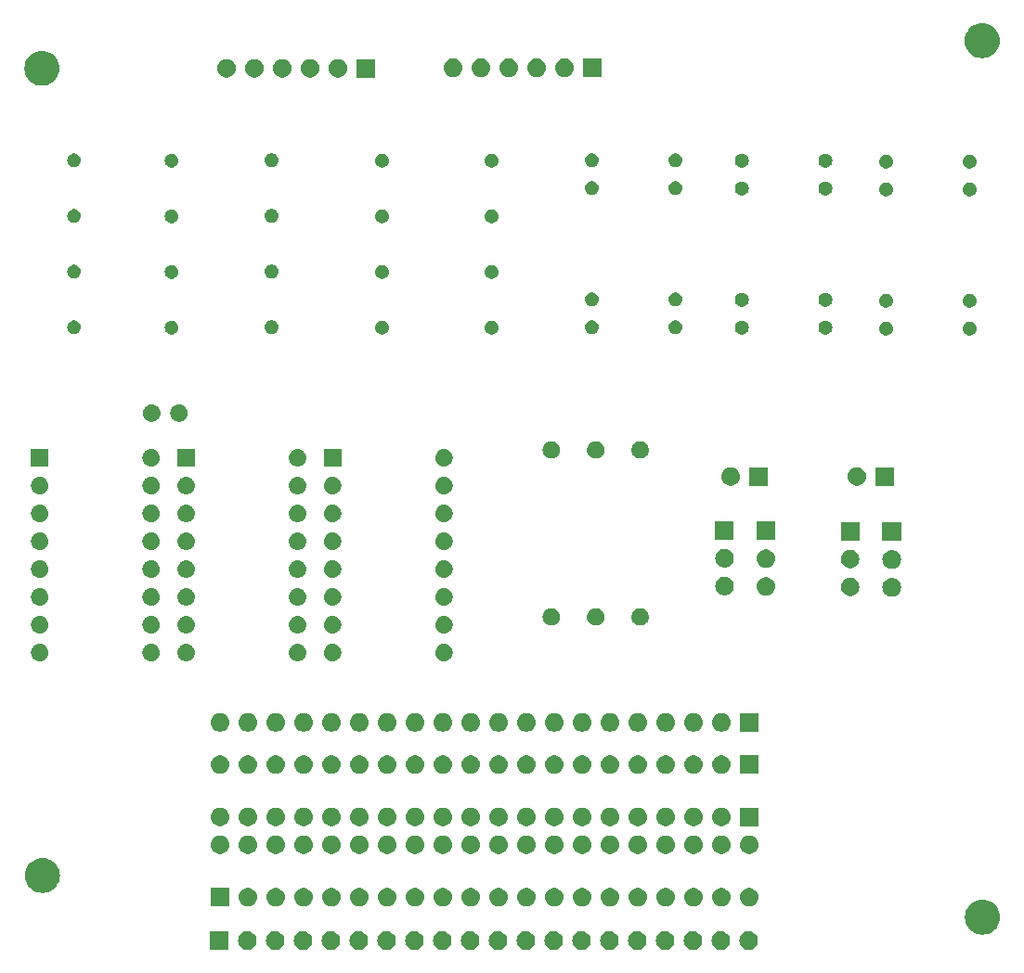
<source format=gbr>
%TF.GenerationSoftware,KiCad,Pcbnew,8.0.3*%
%TF.CreationDate,2024-06-12T06:30:46+01:00*%
%TF.ProjectId,VISIR_Lei_Ohm,56495349-525f-44c6-9569-5f4f686d2e6b,rev?*%
%TF.SameCoordinates,Original*%
%TF.FileFunction,Soldermask,Top*%
%TF.FilePolarity,Negative*%
%FSLAX46Y46*%
G04 Gerber Fmt 4.6, Leading zero omitted, Abs format (unit mm)*
G04 Created by KiCad (PCBNEW 8.0.3) date 2024-06-12 06:30:46*
%MOMM*%
%LPD*%
G01*
G04 APERTURE LIST*
G04 APERTURE END LIST*
G36*
X142790000Y-118700000D02*
G01*
X141090000Y-118700000D01*
X141090000Y-117000000D01*
X142790000Y-117000000D01*
X142790000Y-118700000D01*
G37*
G36*
X144742664Y-117041602D02*
G01*
X144905000Y-117113878D01*
X145048761Y-117218327D01*
X145167664Y-117350383D01*
X145256514Y-117504274D01*
X145311425Y-117673275D01*
X145330000Y-117850000D01*
X145311425Y-118026725D01*
X145256514Y-118195726D01*
X145167664Y-118349617D01*
X145048761Y-118481673D01*
X144905000Y-118586122D01*
X144742664Y-118658398D01*
X144568849Y-118695344D01*
X144391151Y-118695344D01*
X144217336Y-118658398D01*
X144055000Y-118586122D01*
X143911239Y-118481673D01*
X143792336Y-118349617D01*
X143703486Y-118195726D01*
X143648575Y-118026725D01*
X143630000Y-117850000D01*
X143648575Y-117673275D01*
X143703486Y-117504274D01*
X143792336Y-117350383D01*
X143911239Y-117218327D01*
X144055000Y-117113878D01*
X144217336Y-117041602D01*
X144391151Y-117004656D01*
X144568849Y-117004656D01*
X144742664Y-117041602D01*
G37*
G36*
X147282664Y-117041602D02*
G01*
X147445000Y-117113878D01*
X147588761Y-117218327D01*
X147707664Y-117350383D01*
X147796514Y-117504274D01*
X147851425Y-117673275D01*
X147870000Y-117850000D01*
X147851425Y-118026725D01*
X147796514Y-118195726D01*
X147707664Y-118349617D01*
X147588761Y-118481673D01*
X147445000Y-118586122D01*
X147282664Y-118658398D01*
X147108849Y-118695344D01*
X146931151Y-118695344D01*
X146757336Y-118658398D01*
X146595000Y-118586122D01*
X146451239Y-118481673D01*
X146332336Y-118349617D01*
X146243486Y-118195726D01*
X146188575Y-118026725D01*
X146170000Y-117850000D01*
X146188575Y-117673275D01*
X146243486Y-117504274D01*
X146332336Y-117350383D01*
X146451239Y-117218327D01*
X146595000Y-117113878D01*
X146757336Y-117041602D01*
X146931151Y-117004656D01*
X147108849Y-117004656D01*
X147282664Y-117041602D01*
G37*
G36*
X149822664Y-117041602D02*
G01*
X149985000Y-117113878D01*
X150128761Y-117218327D01*
X150247664Y-117350383D01*
X150336514Y-117504274D01*
X150391425Y-117673275D01*
X150410000Y-117850000D01*
X150391425Y-118026725D01*
X150336514Y-118195726D01*
X150247664Y-118349617D01*
X150128761Y-118481673D01*
X149985000Y-118586122D01*
X149822664Y-118658398D01*
X149648849Y-118695344D01*
X149471151Y-118695344D01*
X149297336Y-118658398D01*
X149135000Y-118586122D01*
X148991239Y-118481673D01*
X148872336Y-118349617D01*
X148783486Y-118195726D01*
X148728575Y-118026725D01*
X148710000Y-117850000D01*
X148728575Y-117673275D01*
X148783486Y-117504274D01*
X148872336Y-117350383D01*
X148991239Y-117218327D01*
X149135000Y-117113878D01*
X149297336Y-117041602D01*
X149471151Y-117004656D01*
X149648849Y-117004656D01*
X149822664Y-117041602D01*
G37*
G36*
X152362664Y-117041602D02*
G01*
X152525000Y-117113878D01*
X152668761Y-117218327D01*
X152787664Y-117350383D01*
X152876514Y-117504274D01*
X152931425Y-117673275D01*
X152950000Y-117850000D01*
X152931425Y-118026725D01*
X152876514Y-118195726D01*
X152787664Y-118349617D01*
X152668761Y-118481673D01*
X152525000Y-118586122D01*
X152362664Y-118658398D01*
X152188849Y-118695344D01*
X152011151Y-118695344D01*
X151837336Y-118658398D01*
X151675000Y-118586122D01*
X151531239Y-118481673D01*
X151412336Y-118349617D01*
X151323486Y-118195726D01*
X151268575Y-118026725D01*
X151250000Y-117850000D01*
X151268575Y-117673275D01*
X151323486Y-117504274D01*
X151412336Y-117350383D01*
X151531239Y-117218327D01*
X151675000Y-117113878D01*
X151837336Y-117041602D01*
X152011151Y-117004656D01*
X152188849Y-117004656D01*
X152362664Y-117041602D01*
G37*
G36*
X154902664Y-117041602D02*
G01*
X155065000Y-117113878D01*
X155208761Y-117218327D01*
X155327664Y-117350383D01*
X155416514Y-117504274D01*
X155471425Y-117673275D01*
X155490000Y-117850000D01*
X155471425Y-118026725D01*
X155416514Y-118195726D01*
X155327664Y-118349617D01*
X155208761Y-118481673D01*
X155065000Y-118586122D01*
X154902664Y-118658398D01*
X154728849Y-118695344D01*
X154551151Y-118695344D01*
X154377336Y-118658398D01*
X154215000Y-118586122D01*
X154071239Y-118481673D01*
X153952336Y-118349617D01*
X153863486Y-118195726D01*
X153808575Y-118026725D01*
X153790000Y-117850000D01*
X153808575Y-117673275D01*
X153863486Y-117504274D01*
X153952336Y-117350383D01*
X154071239Y-117218327D01*
X154215000Y-117113878D01*
X154377336Y-117041602D01*
X154551151Y-117004656D01*
X154728849Y-117004656D01*
X154902664Y-117041602D01*
G37*
G36*
X157442664Y-117041602D02*
G01*
X157605000Y-117113878D01*
X157748761Y-117218327D01*
X157867664Y-117350383D01*
X157956514Y-117504274D01*
X158011425Y-117673275D01*
X158030000Y-117850000D01*
X158011425Y-118026725D01*
X157956514Y-118195726D01*
X157867664Y-118349617D01*
X157748761Y-118481673D01*
X157605000Y-118586122D01*
X157442664Y-118658398D01*
X157268849Y-118695344D01*
X157091151Y-118695344D01*
X156917336Y-118658398D01*
X156755000Y-118586122D01*
X156611239Y-118481673D01*
X156492336Y-118349617D01*
X156403486Y-118195726D01*
X156348575Y-118026725D01*
X156330000Y-117850000D01*
X156348575Y-117673275D01*
X156403486Y-117504274D01*
X156492336Y-117350383D01*
X156611239Y-117218327D01*
X156755000Y-117113878D01*
X156917336Y-117041602D01*
X157091151Y-117004656D01*
X157268849Y-117004656D01*
X157442664Y-117041602D01*
G37*
G36*
X159982664Y-117041602D02*
G01*
X160145000Y-117113878D01*
X160288761Y-117218327D01*
X160407664Y-117350383D01*
X160496514Y-117504274D01*
X160551425Y-117673275D01*
X160570000Y-117850000D01*
X160551425Y-118026725D01*
X160496514Y-118195726D01*
X160407664Y-118349617D01*
X160288761Y-118481673D01*
X160145000Y-118586122D01*
X159982664Y-118658398D01*
X159808849Y-118695344D01*
X159631151Y-118695344D01*
X159457336Y-118658398D01*
X159295000Y-118586122D01*
X159151239Y-118481673D01*
X159032336Y-118349617D01*
X158943486Y-118195726D01*
X158888575Y-118026725D01*
X158870000Y-117850000D01*
X158888575Y-117673275D01*
X158943486Y-117504274D01*
X159032336Y-117350383D01*
X159151239Y-117218327D01*
X159295000Y-117113878D01*
X159457336Y-117041602D01*
X159631151Y-117004656D01*
X159808849Y-117004656D01*
X159982664Y-117041602D01*
G37*
G36*
X162522664Y-117041602D02*
G01*
X162685000Y-117113878D01*
X162828761Y-117218327D01*
X162947664Y-117350383D01*
X163036514Y-117504274D01*
X163091425Y-117673275D01*
X163110000Y-117850000D01*
X163091425Y-118026725D01*
X163036514Y-118195726D01*
X162947664Y-118349617D01*
X162828761Y-118481673D01*
X162685000Y-118586122D01*
X162522664Y-118658398D01*
X162348849Y-118695344D01*
X162171151Y-118695344D01*
X161997336Y-118658398D01*
X161835000Y-118586122D01*
X161691239Y-118481673D01*
X161572336Y-118349617D01*
X161483486Y-118195726D01*
X161428575Y-118026725D01*
X161410000Y-117850000D01*
X161428575Y-117673275D01*
X161483486Y-117504274D01*
X161572336Y-117350383D01*
X161691239Y-117218327D01*
X161835000Y-117113878D01*
X161997336Y-117041602D01*
X162171151Y-117004656D01*
X162348849Y-117004656D01*
X162522664Y-117041602D01*
G37*
G36*
X165062664Y-117041602D02*
G01*
X165225000Y-117113878D01*
X165368761Y-117218327D01*
X165487664Y-117350383D01*
X165576514Y-117504274D01*
X165631425Y-117673275D01*
X165650000Y-117850000D01*
X165631425Y-118026725D01*
X165576514Y-118195726D01*
X165487664Y-118349617D01*
X165368761Y-118481673D01*
X165225000Y-118586122D01*
X165062664Y-118658398D01*
X164888849Y-118695344D01*
X164711151Y-118695344D01*
X164537336Y-118658398D01*
X164375000Y-118586122D01*
X164231239Y-118481673D01*
X164112336Y-118349617D01*
X164023486Y-118195726D01*
X163968575Y-118026725D01*
X163950000Y-117850000D01*
X163968575Y-117673275D01*
X164023486Y-117504274D01*
X164112336Y-117350383D01*
X164231239Y-117218327D01*
X164375000Y-117113878D01*
X164537336Y-117041602D01*
X164711151Y-117004656D01*
X164888849Y-117004656D01*
X165062664Y-117041602D01*
G37*
G36*
X167602664Y-117041602D02*
G01*
X167765000Y-117113878D01*
X167908761Y-117218327D01*
X168027664Y-117350383D01*
X168116514Y-117504274D01*
X168171425Y-117673275D01*
X168190000Y-117850000D01*
X168171425Y-118026725D01*
X168116514Y-118195726D01*
X168027664Y-118349617D01*
X167908761Y-118481673D01*
X167765000Y-118586122D01*
X167602664Y-118658398D01*
X167428849Y-118695344D01*
X167251151Y-118695344D01*
X167077336Y-118658398D01*
X166915000Y-118586122D01*
X166771239Y-118481673D01*
X166652336Y-118349617D01*
X166563486Y-118195726D01*
X166508575Y-118026725D01*
X166490000Y-117850000D01*
X166508575Y-117673275D01*
X166563486Y-117504274D01*
X166652336Y-117350383D01*
X166771239Y-117218327D01*
X166915000Y-117113878D01*
X167077336Y-117041602D01*
X167251151Y-117004656D01*
X167428849Y-117004656D01*
X167602664Y-117041602D01*
G37*
G36*
X170142664Y-117041602D02*
G01*
X170305000Y-117113878D01*
X170448761Y-117218327D01*
X170567664Y-117350383D01*
X170656514Y-117504274D01*
X170711425Y-117673275D01*
X170730000Y-117850000D01*
X170711425Y-118026725D01*
X170656514Y-118195726D01*
X170567664Y-118349617D01*
X170448761Y-118481673D01*
X170305000Y-118586122D01*
X170142664Y-118658398D01*
X169968849Y-118695344D01*
X169791151Y-118695344D01*
X169617336Y-118658398D01*
X169455000Y-118586122D01*
X169311239Y-118481673D01*
X169192336Y-118349617D01*
X169103486Y-118195726D01*
X169048575Y-118026725D01*
X169030000Y-117850000D01*
X169048575Y-117673275D01*
X169103486Y-117504274D01*
X169192336Y-117350383D01*
X169311239Y-117218327D01*
X169455000Y-117113878D01*
X169617336Y-117041602D01*
X169791151Y-117004656D01*
X169968849Y-117004656D01*
X170142664Y-117041602D01*
G37*
G36*
X172682664Y-117041602D02*
G01*
X172845000Y-117113878D01*
X172988761Y-117218327D01*
X173107664Y-117350383D01*
X173196514Y-117504274D01*
X173251425Y-117673275D01*
X173270000Y-117850000D01*
X173251425Y-118026725D01*
X173196514Y-118195726D01*
X173107664Y-118349617D01*
X172988761Y-118481673D01*
X172845000Y-118586122D01*
X172682664Y-118658398D01*
X172508849Y-118695344D01*
X172331151Y-118695344D01*
X172157336Y-118658398D01*
X171995000Y-118586122D01*
X171851239Y-118481673D01*
X171732336Y-118349617D01*
X171643486Y-118195726D01*
X171588575Y-118026725D01*
X171570000Y-117850000D01*
X171588575Y-117673275D01*
X171643486Y-117504274D01*
X171732336Y-117350383D01*
X171851239Y-117218327D01*
X171995000Y-117113878D01*
X172157336Y-117041602D01*
X172331151Y-117004656D01*
X172508849Y-117004656D01*
X172682664Y-117041602D01*
G37*
G36*
X175222664Y-117041602D02*
G01*
X175385000Y-117113878D01*
X175528761Y-117218327D01*
X175647664Y-117350383D01*
X175736514Y-117504274D01*
X175791425Y-117673275D01*
X175810000Y-117850000D01*
X175791425Y-118026725D01*
X175736514Y-118195726D01*
X175647664Y-118349617D01*
X175528761Y-118481673D01*
X175385000Y-118586122D01*
X175222664Y-118658398D01*
X175048849Y-118695344D01*
X174871151Y-118695344D01*
X174697336Y-118658398D01*
X174535000Y-118586122D01*
X174391239Y-118481673D01*
X174272336Y-118349617D01*
X174183486Y-118195726D01*
X174128575Y-118026725D01*
X174110000Y-117850000D01*
X174128575Y-117673275D01*
X174183486Y-117504274D01*
X174272336Y-117350383D01*
X174391239Y-117218327D01*
X174535000Y-117113878D01*
X174697336Y-117041602D01*
X174871151Y-117004656D01*
X175048849Y-117004656D01*
X175222664Y-117041602D01*
G37*
G36*
X177762664Y-117041602D02*
G01*
X177925000Y-117113878D01*
X178068761Y-117218327D01*
X178187664Y-117350383D01*
X178276514Y-117504274D01*
X178331425Y-117673275D01*
X178350000Y-117850000D01*
X178331425Y-118026725D01*
X178276514Y-118195726D01*
X178187664Y-118349617D01*
X178068761Y-118481673D01*
X177925000Y-118586122D01*
X177762664Y-118658398D01*
X177588849Y-118695344D01*
X177411151Y-118695344D01*
X177237336Y-118658398D01*
X177075000Y-118586122D01*
X176931239Y-118481673D01*
X176812336Y-118349617D01*
X176723486Y-118195726D01*
X176668575Y-118026725D01*
X176650000Y-117850000D01*
X176668575Y-117673275D01*
X176723486Y-117504274D01*
X176812336Y-117350383D01*
X176931239Y-117218327D01*
X177075000Y-117113878D01*
X177237336Y-117041602D01*
X177411151Y-117004656D01*
X177588849Y-117004656D01*
X177762664Y-117041602D01*
G37*
G36*
X180302664Y-117041602D02*
G01*
X180465000Y-117113878D01*
X180608761Y-117218327D01*
X180727664Y-117350383D01*
X180816514Y-117504274D01*
X180871425Y-117673275D01*
X180890000Y-117850000D01*
X180871425Y-118026725D01*
X180816514Y-118195726D01*
X180727664Y-118349617D01*
X180608761Y-118481673D01*
X180465000Y-118586122D01*
X180302664Y-118658398D01*
X180128849Y-118695344D01*
X179951151Y-118695344D01*
X179777336Y-118658398D01*
X179615000Y-118586122D01*
X179471239Y-118481673D01*
X179352336Y-118349617D01*
X179263486Y-118195726D01*
X179208575Y-118026725D01*
X179190000Y-117850000D01*
X179208575Y-117673275D01*
X179263486Y-117504274D01*
X179352336Y-117350383D01*
X179471239Y-117218327D01*
X179615000Y-117113878D01*
X179777336Y-117041602D01*
X179951151Y-117004656D01*
X180128849Y-117004656D01*
X180302664Y-117041602D01*
G37*
G36*
X182842664Y-117041602D02*
G01*
X183005000Y-117113878D01*
X183148761Y-117218327D01*
X183267664Y-117350383D01*
X183356514Y-117504274D01*
X183411425Y-117673275D01*
X183430000Y-117850000D01*
X183411425Y-118026725D01*
X183356514Y-118195726D01*
X183267664Y-118349617D01*
X183148761Y-118481673D01*
X183005000Y-118586122D01*
X182842664Y-118658398D01*
X182668849Y-118695344D01*
X182491151Y-118695344D01*
X182317336Y-118658398D01*
X182155000Y-118586122D01*
X182011239Y-118481673D01*
X181892336Y-118349617D01*
X181803486Y-118195726D01*
X181748575Y-118026725D01*
X181730000Y-117850000D01*
X181748575Y-117673275D01*
X181803486Y-117504274D01*
X181892336Y-117350383D01*
X182011239Y-117218327D01*
X182155000Y-117113878D01*
X182317336Y-117041602D01*
X182491151Y-117004656D01*
X182668849Y-117004656D01*
X182842664Y-117041602D01*
G37*
G36*
X185382664Y-117041602D02*
G01*
X185545000Y-117113878D01*
X185688761Y-117218327D01*
X185807664Y-117350383D01*
X185896514Y-117504274D01*
X185951425Y-117673275D01*
X185970000Y-117850000D01*
X185951425Y-118026725D01*
X185896514Y-118195726D01*
X185807664Y-118349617D01*
X185688761Y-118481673D01*
X185545000Y-118586122D01*
X185382664Y-118658398D01*
X185208849Y-118695344D01*
X185031151Y-118695344D01*
X184857336Y-118658398D01*
X184695000Y-118586122D01*
X184551239Y-118481673D01*
X184432336Y-118349617D01*
X184343486Y-118195726D01*
X184288575Y-118026725D01*
X184270000Y-117850000D01*
X184288575Y-117673275D01*
X184343486Y-117504274D01*
X184432336Y-117350383D01*
X184551239Y-117218327D01*
X184695000Y-117113878D01*
X184857336Y-117041602D01*
X185031151Y-117004656D01*
X185208849Y-117004656D01*
X185382664Y-117041602D01*
G37*
G36*
X187922664Y-117041602D02*
G01*
X188085000Y-117113878D01*
X188228761Y-117218327D01*
X188347664Y-117350383D01*
X188436514Y-117504274D01*
X188491425Y-117673275D01*
X188510000Y-117850000D01*
X188491425Y-118026725D01*
X188436514Y-118195726D01*
X188347664Y-118349617D01*
X188228761Y-118481673D01*
X188085000Y-118586122D01*
X187922664Y-118658398D01*
X187748849Y-118695344D01*
X187571151Y-118695344D01*
X187397336Y-118658398D01*
X187235000Y-118586122D01*
X187091239Y-118481673D01*
X186972336Y-118349617D01*
X186883486Y-118195726D01*
X186828575Y-118026725D01*
X186810000Y-117850000D01*
X186828575Y-117673275D01*
X186883486Y-117504274D01*
X186972336Y-117350383D01*
X187091239Y-117218327D01*
X187235000Y-117113878D01*
X187397336Y-117041602D01*
X187571151Y-117004656D01*
X187748849Y-117004656D01*
X187922664Y-117041602D01*
G37*
G36*
X190462664Y-117041602D02*
G01*
X190625000Y-117113878D01*
X190768761Y-117218327D01*
X190887664Y-117350383D01*
X190976514Y-117504274D01*
X191031425Y-117673275D01*
X191050000Y-117850000D01*
X191031425Y-118026725D01*
X190976514Y-118195726D01*
X190887664Y-118349617D01*
X190768761Y-118481673D01*
X190625000Y-118586122D01*
X190462664Y-118658398D01*
X190288849Y-118695344D01*
X190111151Y-118695344D01*
X189937336Y-118658398D01*
X189775000Y-118586122D01*
X189631239Y-118481673D01*
X189512336Y-118349617D01*
X189423486Y-118195726D01*
X189368575Y-118026725D01*
X189350000Y-117850000D01*
X189368575Y-117673275D01*
X189423486Y-117504274D01*
X189512336Y-117350383D01*
X189631239Y-117218327D01*
X189775000Y-117113878D01*
X189937336Y-117041602D01*
X190111151Y-117004656D01*
X190288849Y-117004656D01*
X190462664Y-117041602D01*
G37*
G36*
X211780295Y-114129699D02*
G01*
X212024427Y-114188310D01*
X212256385Y-114284390D01*
X212470456Y-114415573D01*
X212661371Y-114578629D01*
X212824427Y-114769544D01*
X212955610Y-114983615D01*
X213051690Y-115215573D01*
X213110301Y-115459705D01*
X213130000Y-115710000D01*
X213110301Y-115960295D01*
X213051690Y-116204427D01*
X212955610Y-116436385D01*
X212824427Y-116650456D01*
X212661371Y-116841371D01*
X212470456Y-117004427D01*
X212256385Y-117135610D01*
X212024427Y-117231690D01*
X211780295Y-117290301D01*
X211530000Y-117310000D01*
X211279705Y-117290301D01*
X211035573Y-117231690D01*
X210803615Y-117135610D01*
X210589544Y-117004427D01*
X210398629Y-116841371D01*
X210235573Y-116650456D01*
X210104390Y-116436385D01*
X210008310Y-116204427D01*
X209949699Y-115960295D01*
X209930000Y-115710000D01*
X209949699Y-115459705D01*
X210008310Y-115215573D01*
X210104390Y-114983615D01*
X210235573Y-114769544D01*
X210398629Y-114578629D01*
X210589544Y-114415573D01*
X210803615Y-114284390D01*
X211035573Y-114188310D01*
X211279705Y-114129699D01*
X211530000Y-114110000D01*
X211780295Y-114129699D01*
G37*
G36*
X142820000Y-114750000D02*
G01*
X141120000Y-114750000D01*
X141120000Y-113050000D01*
X142820000Y-113050000D01*
X142820000Y-114750000D01*
G37*
G36*
X144772664Y-113091602D02*
G01*
X144935000Y-113163878D01*
X145078761Y-113268327D01*
X145197664Y-113400383D01*
X145286514Y-113554274D01*
X145341425Y-113723275D01*
X145360000Y-113900000D01*
X145341425Y-114076725D01*
X145286514Y-114245726D01*
X145197664Y-114399617D01*
X145078761Y-114531673D01*
X144935000Y-114636122D01*
X144772664Y-114708398D01*
X144598849Y-114745344D01*
X144421151Y-114745344D01*
X144247336Y-114708398D01*
X144085000Y-114636122D01*
X143941239Y-114531673D01*
X143822336Y-114399617D01*
X143733486Y-114245726D01*
X143678575Y-114076725D01*
X143660000Y-113900000D01*
X143678575Y-113723275D01*
X143733486Y-113554274D01*
X143822336Y-113400383D01*
X143941239Y-113268327D01*
X144085000Y-113163878D01*
X144247336Y-113091602D01*
X144421151Y-113054656D01*
X144598849Y-113054656D01*
X144772664Y-113091602D01*
G37*
G36*
X147312664Y-113091602D02*
G01*
X147475000Y-113163878D01*
X147618761Y-113268327D01*
X147737664Y-113400383D01*
X147826514Y-113554274D01*
X147881425Y-113723275D01*
X147900000Y-113900000D01*
X147881425Y-114076725D01*
X147826514Y-114245726D01*
X147737664Y-114399617D01*
X147618761Y-114531673D01*
X147475000Y-114636122D01*
X147312664Y-114708398D01*
X147138849Y-114745344D01*
X146961151Y-114745344D01*
X146787336Y-114708398D01*
X146625000Y-114636122D01*
X146481239Y-114531673D01*
X146362336Y-114399617D01*
X146273486Y-114245726D01*
X146218575Y-114076725D01*
X146200000Y-113900000D01*
X146218575Y-113723275D01*
X146273486Y-113554274D01*
X146362336Y-113400383D01*
X146481239Y-113268327D01*
X146625000Y-113163878D01*
X146787336Y-113091602D01*
X146961151Y-113054656D01*
X147138849Y-113054656D01*
X147312664Y-113091602D01*
G37*
G36*
X149852664Y-113091602D02*
G01*
X150015000Y-113163878D01*
X150158761Y-113268327D01*
X150277664Y-113400383D01*
X150366514Y-113554274D01*
X150421425Y-113723275D01*
X150440000Y-113900000D01*
X150421425Y-114076725D01*
X150366514Y-114245726D01*
X150277664Y-114399617D01*
X150158761Y-114531673D01*
X150015000Y-114636122D01*
X149852664Y-114708398D01*
X149678849Y-114745344D01*
X149501151Y-114745344D01*
X149327336Y-114708398D01*
X149165000Y-114636122D01*
X149021239Y-114531673D01*
X148902336Y-114399617D01*
X148813486Y-114245726D01*
X148758575Y-114076725D01*
X148740000Y-113900000D01*
X148758575Y-113723275D01*
X148813486Y-113554274D01*
X148902336Y-113400383D01*
X149021239Y-113268327D01*
X149165000Y-113163878D01*
X149327336Y-113091602D01*
X149501151Y-113054656D01*
X149678849Y-113054656D01*
X149852664Y-113091602D01*
G37*
G36*
X152392664Y-113091602D02*
G01*
X152555000Y-113163878D01*
X152698761Y-113268327D01*
X152817664Y-113400383D01*
X152906514Y-113554274D01*
X152961425Y-113723275D01*
X152980000Y-113900000D01*
X152961425Y-114076725D01*
X152906514Y-114245726D01*
X152817664Y-114399617D01*
X152698761Y-114531673D01*
X152555000Y-114636122D01*
X152392664Y-114708398D01*
X152218849Y-114745344D01*
X152041151Y-114745344D01*
X151867336Y-114708398D01*
X151705000Y-114636122D01*
X151561239Y-114531673D01*
X151442336Y-114399617D01*
X151353486Y-114245726D01*
X151298575Y-114076725D01*
X151280000Y-113900000D01*
X151298575Y-113723275D01*
X151353486Y-113554274D01*
X151442336Y-113400383D01*
X151561239Y-113268327D01*
X151705000Y-113163878D01*
X151867336Y-113091602D01*
X152041151Y-113054656D01*
X152218849Y-113054656D01*
X152392664Y-113091602D01*
G37*
G36*
X154932664Y-113091602D02*
G01*
X155095000Y-113163878D01*
X155238761Y-113268327D01*
X155357664Y-113400383D01*
X155446514Y-113554274D01*
X155501425Y-113723275D01*
X155520000Y-113900000D01*
X155501425Y-114076725D01*
X155446514Y-114245726D01*
X155357664Y-114399617D01*
X155238761Y-114531673D01*
X155095000Y-114636122D01*
X154932664Y-114708398D01*
X154758849Y-114745344D01*
X154581151Y-114745344D01*
X154407336Y-114708398D01*
X154245000Y-114636122D01*
X154101239Y-114531673D01*
X153982336Y-114399617D01*
X153893486Y-114245726D01*
X153838575Y-114076725D01*
X153820000Y-113900000D01*
X153838575Y-113723275D01*
X153893486Y-113554274D01*
X153982336Y-113400383D01*
X154101239Y-113268327D01*
X154245000Y-113163878D01*
X154407336Y-113091602D01*
X154581151Y-113054656D01*
X154758849Y-113054656D01*
X154932664Y-113091602D01*
G37*
G36*
X157472664Y-113091602D02*
G01*
X157635000Y-113163878D01*
X157778761Y-113268327D01*
X157897664Y-113400383D01*
X157986514Y-113554274D01*
X158041425Y-113723275D01*
X158060000Y-113900000D01*
X158041425Y-114076725D01*
X157986514Y-114245726D01*
X157897664Y-114399617D01*
X157778761Y-114531673D01*
X157635000Y-114636122D01*
X157472664Y-114708398D01*
X157298849Y-114745344D01*
X157121151Y-114745344D01*
X156947336Y-114708398D01*
X156785000Y-114636122D01*
X156641239Y-114531673D01*
X156522336Y-114399617D01*
X156433486Y-114245726D01*
X156378575Y-114076725D01*
X156360000Y-113900000D01*
X156378575Y-113723275D01*
X156433486Y-113554274D01*
X156522336Y-113400383D01*
X156641239Y-113268327D01*
X156785000Y-113163878D01*
X156947336Y-113091602D01*
X157121151Y-113054656D01*
X157298849Y-113054656D01*
X157472664Y-113091602D01*
G37*
G36*
X160012664Y-113091602D02*
G01*
X160175000Y-113163878D01*
X160318761Y-113268327D01*
X160437664Y-113400383D01*
X160526514Y-113554274D01*
X160581425Y-113723275D01*
X160600000Y-113900000D01*
X160581425Y-114076725D01*
X160526514Y-114245726D01*
X160437664Y-114399617D01*
X160318761Y-114531673D01*
X160175000Y-114636122D01*
X160012664Y-114708398D01*
X159838849Y-114745344D01*
X159661151Y-114745344D01*
X159487336Y-114708398D01*
X159325000Y-114636122D01*
X159181239Y-114531673D01*
X159062336Y-114399617D01*
X158973486Y-114245726D01*
X158918575Y-114076725D01*
X158900000Y-113900000D01*
X158918575Y-113723275D01*
X158973486Y-113554274D01*
X159062336Y-113400383D01*
X159181239Y-113268327D01*
X159325000Y-113163878D01*
X159487336Y-113091602D01*
X159661151Y-113054656D01*
X159838849Y-113054656D01*
X160012664Y-113091602D01*
G37*
G36*
X162552664Y-113091602D02*
G01*
X162715000Y-113163878D01*
X162858761Y-113268327D01*
X162977664Y-113400383D01*
X163066514Y-113554274D01*
X163121425Y-113723275D01*
X163140000Y-113900000D01*
X163121425Y-114076725D01*
X163066514Y-114245726D01*
X162977664Y-114399617D01*
X162858761Y-114531673D01*
X162715000Y-114636122D01*
X162552664Y-114708398D01*
X162378849Y-114745344D01*
X162201151Y-114745344D01*
X162027336Y-114708398D01*
X161865000Y-114636122D01*
X161721239Y-114531673D01*
X161602336Y-114399617D01*
X161513486Y-114245726D01*
X161458575Y-114076725D01*
X161440000Y-113900000D01*
X161458575Y-113723275D01*
X161513486Y-113554274D01*
X161602336Y-113400383D01*
X161721239Y-113268327D01*
X161865000Y-113163878D01*
X162027336Y-113091602D01*
X162201151Y-113054656D01*
X162378849Y-113054656D01*
X162552664Y-113091602D01*
G37*
G36*
X165092664Y-113091602D02*
G01*
X165255000Y-113163878D01*
X165398761Y-113268327D01*
X165517664Y-113400383D01*
X165606514Y-113554274D01*
X165661425Y-113723275D01*
X165680000Y-113900000D01*
X165661425Y-114076725D01*
X165606514Y-114245726D01*
X165517664Y-114399617D01*
X165398761Y-114531673D01*
X165255000Y-114636122D01*
X165092664Y-114708398D01*
X164918849Y-114745344D01*
X164741151Y-114745344D01*
X164567336Y-114708398D01*
X164405000Y-114636122D01*
X164261239Y-114531673D01*
X164142336Y-114399617D01*
X164053486Y-114245726D01*
X163998575Y-114076725D01*
X163980000Y-113900000D01*
X163998575Y-113723275D01*
X164053486Y-113554274D01*
X164142336Y-113400383D01*
X164261239Y-113268327D01*
X164405000Y-113163878D01*
X164567336Y-113091602D01*
X164741151Y-113054656D01*
X164918849Y-113054656D01*
X165092664Y-113091602D01*
G37*
G36*
X167632664Y-113091602D02*
G01*
X167795000Y-113163878D01*
X167938761Y-113268327D01*
X168057664Y-113400383D01*
X168146514Y-113554274D01*
X168201425Y-113723275D01*
X168220000Y-113900000D01*
X168201425Y-114076725D01*
X168146514Y-114245726D01*
X168057664Y-114399617D01*
X167938761Y-114531673D01*
X167795000Y-114636122D01*
X167632664Y-114708398D01*
X167458849Y-114745344D01*
X167281151Y-114745344D01*
X167107336Y-114708398D01*
X166945000Y-114636122D01*
X166801239Y-114531673D01*
X166682336Y-114399617D01*
X166593486Y-114245726D01*
X166538575Y-114076725D01*
X166520000Y-113900000D01*
X166538575Y-113723275D01*
X166593486Y-113554274D01*
X166682336Y-113400383D01*
X166801239Y-113268327D01*
X166945000Y-113163878D01*
X167107336Y-113091602D01*
X167281151Y-113054656D01*
X167458849Y-113054656D01*
X167632664Y-113091602D01*
G37*
G36*
X170172664Y-113091602D02*
G01*
X170335000Y-113163878D01*
X170478761Y-113268327D01*
X170597664Y-113400383D01*
X170686514Y-113554274D01*
X170741425Y-113723275D01*
X170760000Y-113900000D01*
X170741425Y-114076725D01*
X170686514Y-114245726D01*
X170597664Y-114399617D01*
X170478761Y-114531673D01*
X170335000Y-114636122D01*
X170172664Y-114708398D01*
X169998849Y-114745344D01*
X169821151Y-114745344D01*
X169647336Y-114708398D01*
X169485000Y-114636122D01*
X169341239Y-114531673D01*
X169222336Y-114399617D01*
X169133486Y-114245726D01*
X169078575Y-114076725D01*
X169060000Y-113900000D01*
X169078575Y-113723275D01*
X169133486Y-113554274D01*
X169222336Y-113400383D01*
X169341239Y-113268327D01*
X169485000Y-113163878D01*
X169647336Y-113091602D01*
X169821151Y-113054656D01*
X169998849Y-113054656D01*
X170172664Y-113091602D01*
G37*
G36*
X172712664Y-113091602D02*
G01*
X172875000Y-113163878D01*
X173018761Y-113268327D01*
X173137664Y-113400383D01*
X173226514Y-113554274D01*
X173281425Y-113723275D01*
X173300000Y-113900000D01*
X173281425Y-114076725D01*
X173226514Y-114245726D01*
X173137664Y-114399617D01*
X173018761Y-114531673D01*
X172875000Y-114636122D01*
X172712664Y-114708398D01*
X172538849Y-114745344D01*
X172361151Y-114745344D01*
X172187336Y-114708398D01*
X172025000Y-114636122D01*
X171881239Y-114531673D01*
X171762336Y-114399617D01*
X171673486Y-114245726D01*
X171618575Y-114076725D01*
X171600000Y-113900000D01*
X171618575Y-113723275D01*
X171673486Y-113554274D01*
X171762336Y-113400383D01*
X171881239Y-113268327D01*
X172025000Y-113163878D01*
X172187336Y-113091602D01*
X172361151Y-113054656D01*
X172538849Y-113054656D01*
X172712664Y-113091602D01*
G37*
G36*
X175252664Y-113091602D02*
G01*
X175415000Y-113163878D01*
X175558761Y-113268327D01*
X175677664Y-113400383D01*
X175766514Y-113554274D01*
X175821425Y-113723275D01*
X175840000Y-113900000D01*
X175821425Y-114076725D01*
X175766514Y-114245726D01*
X175677664Y-114399617D01*
X175558761Y-114531673D01*
X175415000Y-114636122D01*
X175252664Y-114708398D01*
X175078849Y-114745344D01*
X174901151Y-114745344D01*
X174727336Y-114708398D01*
X174565000Y-114636122D01*
X174421239Y-114531673D01*
X174302336Y-114399617D01*
X174213486Y-114245726D01*
X174158575Y-114076725D01*
X174140000Y-113900000D01*
X174158575Y-113723275D01*
X174213486Y-113554274D01*
X174302336Y-113400383D01*
X174421239Y-113268327D01*
X174565000Y-113163878D01*
X174727336Y-113091602D01*
X174901151Y-113054656D01*
X175078849Y-113054656D01*
X175252664Y-113091602D01*
G37*
G36*
X177792664Y-113091602D02*
G01*
X177955000Y-113163878D01*
X178098761Y-113268327D01*
X178217664Y-113400383D01*
X178306514Y-113554274D01*
X178361425Y-113723275D01*
X178380000Y-113900000D01*
X178361425Y-114076725D01*
X178306514Y-114245726D01*
X178217664Y-114399617D01*
X178098761Y-114531673D01*
X177955000Y-114636122D01*
X177792664Y-114708398D01*
X177618849Y-114745344D01*
X177441151Y-114745344D01*
X177267336Y-114708398D01*
X177105000Y-114636122D01*
X176961239Y-114531673D01*
X176842336Y-114399617D01*
X176753486Y-114245726D01*
X176698575Y-114076725D01*
X176680000Y-113900000D01*
X176698575Y-113723275D01*
X176753486Y-113554274D01*
X176842336Y-113400383D01*
X176961239Y-113268327D01*
X177105000Y-113163878D01*
X177267336Y-113091602D01*
X177441151Y-113054656D01*
X177618849Y-113054656D01*
X177792664Y-113091602D01*
G37*
G36*
X180332664Y-113091602D02*
G01*
X180495000Y-113163878D01*
X180638761Y-113268327D01*
X180757664Y-113400383D01*
X180846514Y-113554274D01*
X180901425Y-113723275D01*
X180920000Y-113900000D01*
X180901425Y-114076725D01*
X180846514Y-114245726D01*
X180757664Y-114399617D01*
X180638761Y-114531673D01*
X180495000Y-114636122D01*
X180332664Y-114708398D01*
X180158849Y-114745344D01*
X179981151Y-114745344D01*
X179807336Y-114708398D01*
X179645000Y-114636122D01*
X179501239Y-114531673D01*
X179382336Y-114399617D01*
X179293486Y-114245726D01*
X179238575Y-114076725D01*
X179220000Y-113900000D01*
X179238575Y-113723275D01*
X179293486Y-113554274D01*
X179382336Y-113400383D01*
X179501239Y-113268327D01*
X179645000Y-113163878D01*
X179807336Y-113091602D01*
X179981151Y-113054656D01*
X180158849Y-113054656D01*
X180332664Y-113091602D01*
G37*
G36*
X182872664Y-113091602D02*
G01*
X183035000Y-113163878D01*
X183178761Y-113268327D01*
X183297664Y-113400383D01*
X183386514Y-113554274D01*
X183441425Y-113723275D01*
X183460000Y-113900000D01*
X183441425Y-114076725D01*
X183386514Y-114245726D01*
X183297664Y-114399617D01*
X183178761Y-114531673D01*
X183035000Y-114636122D01*
X182872664Y-114708398D01*
X182698849Y-114745344D01*
X182521151Y-114745344D01*
X182347336Y-114708398D01*
X182185000Y-114636122D01*
X182041239Y-114531673D01*
X181922336Y-114399617D01*
X181833486Y-114245726D01*
X181778575Y-114076725D01*
X181760000Y-113900000D01*
X181778575Y-113723275D01*
X181833486Y-113554274D01*
X181922336Y-113400383D01*
X182041239Y-113268327D01*
X182185000Y-113163878D01*
X182347336Y-113091602D01*
X182521151Y-113054656D01*
X182698849Y-113054656D01*
X182872664Y-113091602D01*
G37*
G36*
X185412664Y-113091602D02*
G01*
X185575000Y-113163878D01*
X185718761Y-113268327D01*
X185837664Y-113400383D01*
X185926514Y-113554274D01*
X185981425Y-113723275D01*
X186000000Y-113900000D01*
X185981425Y-114076725D01*
X185926514Y-114245726D01*
X185837664Y-114399617D01*
X185718761Y-114531673D01*
X185575000Y-114636122D01*
X185412664Y-114708398D01*
X185238849Y-114745344D01*
X185061151Y-114745344D01*
X184887336Y-114708398D01*
X184725000Y-114636122D01*
X184581239Y-114531673D01*
X184462336Y-114399617D01*
X184373486Y-114245726D01*
X184318575Y-114076725D01*
X184300000Y-113900000D01*
X184318575Y-113723275D01*
X184373486Y-113554274D01*
X184462336Y-113400383D01*
X184581239Y-113268327D01*
X184725000Y-113163878D01*
X184887336Y-113091602D01*
X185061151Y-113054656D01*
X185238849Y-113054656D01*
X185412664Y-113091602D01*
G37*
G36*
X187952664Y-113091602D02*
G01*
X188115000Y-113163878D01*
X188258761Y-113268327D01*
X188377664Y-113400383D01*
X188466514Y-113554274D01*
X188521425Y-113723275D01*
X188540000Y-113900000D01*
X188521425Y-114076725D01*
X188466514Y-114245726D01*
X188377664Y-114399617D01*
X188258761Y-114531673D01*
X188115000Y-114636122D01*
X187952664Y-114708398D01*
X187778849Y-114745344D01*
X187601151Y-114745344D01*
X187427336Y-114708398D01*
X187265000Y-114636122D01*
X187121239Y-114531673D01*
X187002336Y-114399617D01*
X186913486Y-114245726D01*
X186858575Y-114076725D01*
X186840000Y-113900000D01*
X186858575Y-113723275D01*
X186913486Y-113554274D01*
X187002336Y-113400383D01*
X187121239Y-113268327D01*
X187265000Y-113163878D01*
X187427336Y-113091602D01*
X187601151Y-113054656D01*
X187778849Y-113054656D01*
X187952664Y-113091602D01*
G37*
G36*
X190492664Y-113091602D02*
G01*
X190655000Y-113163878D01*
X190798761Y-113268327D01*
X190917664Y-113400383D01*
X191006514Y-113554274D01*
X191061425Y-113723275D01*
X191080000Y-113900000D01*
X191061425Y-114076725D01*
X191006514Y-114245726D01*
X190917664Y-114399617D01*
X190798761Y-114531673D01*
X190655000Y-114636122D01*
X190492664Y-114708398D01*
X190318849Y-114745344D01*
X190141151Y-114745344D01*
X189967336Y-114708398D01*
X189805000Y-114636122D01*
X189661239Y-114531673D01*
X189542336Y-114399617D01*
X189453486Y-114245726D01*
X189398575Y-114076725D01*
X189380000Y-113900000D01*
X189398575Y-113723275D01*
X189453486Y-113554274D01*
X189542336Y-113400383D01*
X189661239Y-113268327D01*
X189805000Y-113163878D01*
X189967336Y-113091602D01*
X190141151Y-113054656D01*
X190318849Y-113054656D01*
X190492664Y-113091602D01*
G37*
G36*
X126040295Y-110329699D02*
G01*
X126284427Y-110388310D01*
X126516385Y-110484390D01*
X126730456Y-110615573D01*
X126921371Y-110778629D01*
X127084427Y-110969544D01*
X127215610Y-111183615D01*
X127311690Y-111415573D01*
X127370301Y-111659705D01*
X127390000Y-111910000D01*
X127370301Y-112160295D01*
X127311690Y-112404427D01*
X127215610Y-112636385D01*
X127084427Y-112850456D01*
X126921371Y-113041371D01*
X126730456Y-113204427D01*
X126516385Y-113335610D01*
X126284427Y-113431690D01*
X126040295Y-113490301D01*
X125790000Y-113510000D01*
X125539705Y-113490301D01*
X125295573Y-113431690D01*
X125063615Y-113335610D01*
X124849544Y-113204427D01*
X124658629Y-113041371D01*
X124495573Y-112850456D01*
X124364390Y-112636385D01*
X124268310Y-112404427D01*
X124209699Y-112160295D01*
X124190000Y-111910000D01*
X124209699Y-111659705D01*
X124268310Y-111415573D01*
X124364390Y-111183615D01*
X124495573Y-110969544D01*
X124658629Y-110778629D01*
X124849544Y-110615573D01*
X125063615Y-110484390D01*
X125295573Y-110388310D01*
X125539705Y-110329699D01*
X125790000Y-110310000D01*
X126040295Y-110329699D01*
G37*
G36*
X142242664Y-108291602D02*
G01*
X142405000Y-108363878D01*
X142548761Y-108468327D01*
X142667664Y-108600383D01*
X142756514Y-108754274D01*
X142811425Y-108923275D01*
X142830000Y-109100000D01*
X142811425Y-109276725D01*
X142756514Y-109445726D01*
X142667664Y-109599617D01*
X142548761Y-109731673D01*
X142405000Y-109836122D01*
X142242664Y-109908398D01*
X142068849Y-109945344D01*
X141891151Y-109945344D01*
X141717336Y-109908398D01*
X141555000Y-109836122D01*
X141411239Y-109731673D01*
X141292336Y-109599617D01*
X141203486Y-109445726D01*
X141148575Y-109276725D01*
X141130000Y-109100000D01*
X141148575Y-108923275D01*
X141203486Y-108754274D01*
X141292336Y-108600383D01*
X141411239Y-108468327D01*
X141555000Y-108363878D01*
X141717336Y-108291602D01*
X141891151Y-108254656D01*
X142068849Y-108254656D01*
X142242664Y-108291602D01*
G37*
G36*
X144782664Y-108291602D02*
G01*
X144945000Y-108363878D01*
X145088761Y-108468327D01*
X145207664Y-108600383D01*
X145296514Y-108754274D01*
X145351425Y-108923275D01*
X145370000Y-109100000D01*
X145351425Y-109276725D01*
X145296514Y-109445726D01*
X145207664Y-109599617D01*
X145088761Y-109731673D01*
X144945000Y-109836122D01*
X144782664Y-109908398D01*
X144608849Y-109945344D01*
X144431151Y-109945344D01*
X144257336Y-109908398D01*
X144095000Y-109836122D01*
X143951239Y-109731673D01*
X143832336Y-109599617D01*
X143743486Y-109445726D01*
X143688575Y-109276725D01*
X143670000Y-109100000D01*
X143688575Y-108923275D01*
X143743486Y-108754274D01*
X143832336Y-108600383D01*
X143951239Y-108468327D01*
X144095000Y-108363878D01*
X144257336Y-108291602D01*
X144431151Y-108254656D01*
X144608849Y-108254656D01*
X144782664Y-108291602D01*
G37*
G36*
X147322664Y-108291602D02*
G01*
X147485000Y-108363878D01*
X147628761Y-108468327D01*
X147747664Y-108600383D01*
X147836514Y-108754274D01*
X147891425Y-108923275D01*
X147910000Y-109100000D01*
X147891425Y-109276725D01*
X147836514Y-109445726D01*
X147747664Y-109599617D01*
X147628761Y-109731673D01*
X147485000Y-109836122D01*
X147322664Y-109908398D01*
X147148849Y-109945344D01*
X146971151Y-109945344D01*
X146797336Y-109908398D01*
X146635000Y-109836122D01*
X146491239Y-109731673D01*
X146372336Y-109599617D01*
X146283486Y-109445726D01*
X146228575Y-109276725D01*
X146210000Y-109100000D01*
X146228575Y-108923275D01*
X146283486Y-108754274D01*
X146372336Y-108600383D01*
X146491239Y-108468327D01*
X146635000Y-108363878D01*
X146797336Y-108291602D01*
X146971151Y-108254656D01*
X147148849Y-108254656D01*
X147322664Y-108291602D01*
G37*
G36*
X149862664Y-108291602D02*
G01*
X150025000Y-108363878D01*
X150168761Y-108468327D01*
X150287664Y-108600383D01*
X150376514Y-108754274D01*
X150431425Y-108923275D01*
X150450000Y-109100000D01*
X150431425Y-109276725D01*
X150376514Y-109445726D01*
X150287664Y-109599617D01*
X150168761Y-109731673D01*
X150025000Y-109836122D01*
X149862664Y-109908398D01*
X149688849Y-109945344D01*
X149511151Y-109945344D01*
X149337336Y-109908398D01*
X149175000Y-109836122D01*
X149031239Y-109731673D01*
X148912336Y-109599617D01*
X148823486Y-109445726D01*
X148768575Y-109276725D01*
X148750000Y-109100000D01*
X148768575Y-108923275D01*
X148823486Y-108754274D01*
X148912336Y-108600383D01*
X149031239Y-108468327D01*
X149175000Y-108363878D01*
X149337336Y-108291602D01*
X149511151Y-108254656D01*
X149688849Y-108254656D01*
X149862664Y-108291602D01*
G37*
G36*
X152402664Y-108291602D02*
G01*
X152565000Y-108363878D01*
X152708761Y-108468327D01*
X152827664Y-108600383D01*
X152916514Y-108754274D01*
X152971425Y-108923275D01*
X152990000Y-109100000D01*
X152971425Y-109276725D01*
X152916514Y-109445726D01*
X152827664Y-109599617D01*
X152708761Y-109731673D01*
X152565000Y-109836122D01*
X152402664Y-109908398D01*
X152228849Y-109945344D01*
X152051151Y-109945344D01*
X151877336Y-109908398D01*
X151715000Y-109836122D01*
X151571239Y-109731673D01*
X151452336Y-109599617D01*
X151363486Y-109445726D01*
X151308575Y-109276725D01*
X151290000Y-109100000D01*
X151308575Y-108923275D01*
X151363486Y-108754274D01*
X151452336Y-108600383D01*
X151571239Y-108468327D01*
X151715000Y-108363878D01*
X151877336Y-108291602D01*
X152051151Y-108254656D01*
X152228849Y-108254656D01*
X152402664Y-108291602D01*
G37*
G36*
X154942664Y-108291602D02*
G01*
X155105000Y-108363878D01*
X155248761Y-108468327D01*
X155367664Y-108600383D01*
X155456514Y-108754274D01*
X155511425Y-108923275D01*
X155530000Y-109100000D01*
X155511425Y-109276725D01*
X155456514Y-109445726D01*
X155367664Y-109599617D01*
X155248761Y-109731673D01*
X155105000Y-109836122D01*
X154942664Y-109908398D01*
X154768849Y-109945344D01*
X154591151Y-109945344D01*
X154417336Y-109908398D01*
X154255000Y-109836122D01*
X154111239Y-109731673D01*
X153992336Y-109599617D01*
X153903486Y-109445726D01*
X153848575Y-109276725D01*
X153830000Y-109100000D01*
X153848575Y-108923275D01*
X153903486Y-108754274D01*
X153992336Y-108600383D01*
X154111239Y-108468327D01*
X154255000Y-108363878D01*
X154417336Y-108291602D01*
X154591151Y-108254656D01*
X154768849Y-108254656D01*
X154942664Y-108291602D01*
G37*
G36*
X157482664Y-108291602D02*
G01*
X157645000Y-108363878D01*
X157788761Y-108468327D01*
X157907664Y-108600383D01*
X157996514Y-108754274D01*
X158051425Y-108923275D01*
X158070000Y-109100000D01*
X158051425Y-109276725D01*
X157996514Y-109445726D01*
X157907664Y-109599617D01*
X157788761Y-109731673D01*
X157645000Y-109836122D01*
X157482664Y-109908398D01*
X157308849Y-109945344D01*
X157131151Y-109945344D01*
X156957336Y-109908398D01*
X156795000Y-109836122D01*
X156651239Y-109731673D01*
X156532336Y-109599617D01*
X156443486Y-109445726D01*
X156388575Y-109276725D01*
X156370000Y-109100000D01*
X156388575Y-108923275D01*
X156443486Y-108754274D01*
X156532336Y-108600383D01*
X156651239Y-108468327D01*
X156795000Y-108363878D01*
X156957336Y-108291602D01*
X157131151Y-108254656D01*
X157308849Y-108254656D01*
X157482664Y-108291602D01*
G37*
G36*
X160022664Y-108291602D02*
G01*
X160185000Y-108363878D01*
X160328761Y-108468327D01*
X160447664Y-108600383D01*
X160536514Y-108754274D01*
X160591425Y-108923275D01*
X160610000Y-109100000D01*
X160591425Y-109276725D01*
X160536514Y-109445726D01*
X160447664Y-109599617D01*
X160328761Y-109731673D01*
X160185000Y-109836122D01*
X160022664Y-109908398D01*
X159848849Y-109945344D01*
X159671151Y-109945344D01*
X159497336Y-109908398D01*
X159335000Y-109836122D01*
X159191239Y-109731673D01*
X159072336Y-109599617D01*
X158983486Y-109445726D01*
X158928575Y-109276725D01*
X158910000Y-109100000D01*
X158928575Y-108923275D01*
X158983486Y-108754274D01*
X159072336Y-108600383D01*
X159191239Y-108468327D01*
X159335000Y-108363878D01*
X159497336Y-108291602D01*
X159671151Y-108254656D01*
X159848849Y-108254656D01*
X160022664Y-108291602D01*
G37*
G36*
X162562664Y-108291602D02*
G01*
X162725000Y-108363878D01*
X162868761Y-108468327D01*
X162987664Y-108600383D01*
X163076514Y-108754274D01*
X163131425Y-108923275D01*
X163150000Y-109100000D01*
X163131425Y-109276725D01*
X163076514Y-109445726D01*
X162987664Y-109599617D01*
X162868761Y-109731673D01*
X162725000Y-109836122D01*
X162562664Y-109908398D01*
X162388849Y-109945344D01*
X162211151Y-109945344D01*
X162037336Y-109908398D01*
X161875000Y-109836122D01*
X161731239Y-109731673D01*
X161612336Y-109599617D01*
X161523486Y-109445726D01*
X161468575Y-109276725D01*
X161450000Y-109100000D01*
X161468575Y-108923275D01*
X161523486Y-108754274D01*
X161612336Y-108600383D01*
X161731239Y-108468327D01*
X161875000Y-108363878D01*
X162037336Y-108291602D01*
X162211151Y-108254656D01*
X162388849Y-108254656D01*
X162562664Y-108291602D01*
G37*
G36*
X165102664Y-108291602D02*
G01*
X165265000Y-108363878D01*
X165408761Y-108468327D01*
X165527664Y-108600383D01*
X165616514Y-108754274D01*
X165671425Y-108923275D01*
X165690000Y-109100000D01*
X165671425Y-109276725D01*
X165616514Y-109445726D01*
X165527664Y-109599617D01*
X165408761Y-109731673D01*
X165265000Y-109836122D01*
X165102664Y-109908398D01*
X164928849Y-109945344D01*
X164751151Y-109945344D01*
X164577336Y-109908398D01*
X164415000Y-109836122D01*
X164271239Y-109731673D01*
X164152336Y-109599617D01*
X164063486Y-109445726D01*
X164008575Y-109276725D01*
X163990000Y-109100000D01*
X164008575Y-108923275D01*
X164063486Y-108754274D01*
X164152336Y-108600383D01*
X164271239Y-108468327D01*
X164415000Y-108363878D01*
X164577336Y-108291602D01*
X164751151Y-108254656D01*
X164928849Y-108254656D01*
X165102664Y-108291602D01*
G37*
G36*
X167642664Y-108291602D02*
G01*
X167805000Y-108363878D01*
X167948761Y-108468327D01*
X168067664Y-108600383D01*
X168156514Y-108754274D01*
X168211425Y-108923275D01*
X168230000Y-109100000D01*
X168211425Y-109276725D01*
X168156514Y-109445726D01*
X168067664Y-109599617D01*
X167948761Y-109731673D01*
X167805000Y-109836122D01*
X167642664Y-109908398D01*
X167468849Y-109945344D01*
X167291151Y-109945344D01*
X167117336Y-109908398D01*
X166955000Y-109836122D01*
X166811239Y-109731673D01*
X166692336Y-109599617D01*
X166603486Y-109445726D01*
X166548575Y-109276725D01*
X166530000Y-109100000D01*
X166548575Y-108923275D01*
X166603486Y-108754274D01*
X166692336Y-108600383D01*
X166811239Y-108468327D01*
X166955000Y-108363878D01*
X167117336Y-108291602D01*
X167291151Y-108254656D01*
X167468849Y-108254656D01*
X167642664Y-108291602D01*
G37*
G36*
X170182664Y-108291602D02*
G01*
X170345000Y-108363878D01*
X170488761Y-108468327D01*
X170607664Y-108600383D01*
X170696514Y-108754274D01*
X170751425Y-108923275D01*
X170770000Y-109100000D01*
X170751425Y-109276725D01*
X170696514Y-109445726D01*
X170607664Y-109599617D01*
X170488761Y-109731673D01*
X170345000Y-109836122D01*
X170182664Y-109908398D01*
X170008849Y-109945344D01*
X169831151Y-109945344D01*
X169657336Y-109908398D01*
X169495000Y-109836122D01*
X169351239Y-109731673D01*
X169232336Y-109599617D01*
X169143486Y-109445726D01*
X169088575Y-109276725D01*
X169070000Y-109100000D01*
X169088575Y-108923275D01*
X169143486Y-108754274D01*
X169232336Y-108600383D01*
X169351239Y-108468327D01*
X169495000Y-108363878D01*
X169657336Y-108291602D01*
X169831151Y-108254656D01*
X170008849Y-108254656D01*
X170182664Y-108291602D01*
G37*
G36*
X172722664Y-108291602D02*
G01*
X172885000Y-108363878D01*
X173028761Y-108468327D01*
X173147664Y-108600383D01*
X173236514Y-108754274D01*
X173291425Y-108923275D01*
X173310000Y-109100000D01*
X173291425Y-109276725D01*
X173236514Y-109445726D01*
X173147664Y-109599617D01*
X173028761Y-109731673D01*
X172885000Y-109836122D01*
X172722664Y-109908398D01*
X172548849Y-109945344D01*
X172371151Y-109945344D01*
X172197336Y-109908398D01*
X172035000Y-109836122D01*
X171891239Y-109731673D01*
X171772336Y-109599617D01*
X171683486Y-109445726D01*
X171628575Y-109276725D01*
X171610000Y-109100000D01*
X171628575Y-108923275D01*
X171683486Y-108754274D01*
X171772336Y-108600383D01*
X171891239Y-108468327D01*
X172035000Y-108363878D01*
X172197336Y-108291602D01*
X172371151Y-108254656D01*
X172548849Y-108254656D01*
X172722664Y-108291602D01*
G37*
G36*
X175262664Y-108291602D02*
G01*
X175425000Y-108363878D01*
X175568761Y-108468327D01*
X175687664Y-108600383D01*
X175776514Y-108754274D01*
X175831425Y-108923275D01*
X175850000Y-109100000D01*
X175831425Y-109276725D01*
X175776514Y-109445726D01*
X175687664Y-109599617D01*
X175568761Y-109731673D01*
X175425000Y-109836122D01*
X175262664Y-109908398D01*
X175088849Y-109945344D01*
X174911151Y-109945344D01*
X174737336Y-109908398D01*
X174575000Y-109836122D01*
X174431239Y-109731673D01*
X174312336Y-109599617D01*
X174223486Y-109445726D01*
X174168575Y-109276725D01*
X174150000Y-109100000D01*
X174168575Y-108923275D01*
X174223486Y-108754274D01*
X174312336Y-108600383D01*
X174431239Y-108468327D01*
X174575000Y-108363878D01*
X174737336Y-108291602D01*
X174911151Y-108254656D01*
X175088849Y-108254656D01*
X175262664Y-108291602D01*
G37*
G36*
X177802664Y-108291602D02*
G01*
X177965000Y-108363878D01*
X178108761Y-108468327D01*
X178227664Y-108600383D01*
X178316514Y-108754274D01*
X178371425Y-108923275D01*
X178390000Y-109100000D01*
X178371425Y-109276725D01*
X178316514Y-109445726D01*
X178227664Y-109599617D01*
X178108761Y-109731673D01*
X177965000Y-109836122D01*
X177802664Y-109908398D01*
X177628849Y-109945344D01*
X177451151Y-109945344D01*
X177277336Y-109908398D01*
X177115000Y-109836122D01*
X176971239Y-109731673D01*
X176852336Y-109599617D01*
X176763486Y-109445726D01*
X176708575Y-109276725D01*
X176690000Y-109100000D01*
X176708575Y-108923275D01*
X176763486Y-108754274D01*
X176852336Y-108600383D01*
X176971239Y-108468327D01*
X177115000Y-108363878D01*
X177277336Y-108291602D01*
X177451151Y-108254656D01*
X177628849Y-108254656D01*
X177802664Y-108291602D01*
G37*
G36*
X180342664Y-108291602D02*
G01*
X180505000Y-108363878D01*
X180648761Y-108468327D01*
X180767664Y-108600383D01*
X180856514Y-108754274D01*
X180911425Y-108923275D01*
X180930000Y-109100000D01*
X180911425Y-109276725D01*
X180856514Y-109445726D01*
X180767664Y-109599617D01*
X180648761Y-109731673D01*
X180505000Y-109836122D01*
X180342664Y-109908398D01*
X180168849Y-109945344D01*
X179991151Y-109945344D01*
X179817336Y-109908398D01*
X179655000Y-109836122D01*
X179511239Y-109731673D01*
X179392336Y-109599617D01*
X179303486Y-109445726D01*
X179248575Y-109276725D01*
X179230000Y-109100000D01*
X179248575Y-108923275D01*
X179303486Y-108754274D01*
X179392336Y-108600383D01*
X179511239Y-108468327D01*
X179655000Y-108363878D01*
X179817336Y-108291602D01*
X179991151Y-108254656D01*
X180168849Y-108254656D01*
X180342664Y-108291602D01*
G37*
G36*
X182882664Y-108291602D02*
G01*
X183045000Y-108363878D01*
X183188761Y-108468327D01*
X183307664Y-108600383D01*
X183396514Y-108754274D01*
X183451425Y-108923275D01*
X183470000Y-109100000D01*
X183451425Y-109276725D01*
X183396514Y-109445726D01*
X183307664Y-109599617D01*
X183188761Y-109731673D01*
X183045000Y-109836122D01*
X182882664Y-109908398D01*
X182708849Y-109945344D01*
X182531151Y-109945344D01*
X182357336Y-109908398D01*
X182195000Y-109836122D01*
X182051239Y-109731673D01*
X181932336Y-109599617D01*
X181843486Y-109445726D01*
X181788575Y-109276725D01*
X181770000Y-109100000D01*
X181788575Y-108923275D01*
X181843486Y-108754274D01*
X181932336Y-108600383D01*
X182051239Y-108468327D01*
X182195000Y-108363878D01*
X182357336Y-108291602D01*
X182531151Y-108254656D01*
X182708849Y-108254656D01*
X182882664Y-108291602D01*
G37*
G36*
X185422664Y-108291602D02*
G01*
X185585000Y-108363878D01*
X185728761Y-108468327D01*
X185847664Y-108600383D01*
X185936514Y-108754274D01*
X185991425Y-108923275D01*
X186010000Y-109100000D01*
X185991425Y-109276725D01*
X185936514Y-109445726D01*
X185847664Y-109599617D01*
X185728761Y-109731673D01*
X185585000Y-109836122D01*
X185422664Y-109908398D01*
X185248849Y-109945344D01*
X185071151Y-109945344D01*
X184897336Y-109908398D01*
X184735000Y-109836122D01*
X184591239Y-109731673D01*
X184472336Y-109599617D01*
X184383486Y-109445726D01*
X184328575Y-109276725D01*
X184310000Y-109100000D01*
X184328575Y-108923275D01*
X184383486Y-108754274D01*
X184472336Y-108600383D01*
X184591239Y-108468327D01*
X184735000Y-108363878D01*
X184897336Y-108291602D01*
X185071151Y-108254656D01*
X185248849Y-108254656D01*
X185422664Y-108291602D01*
G37*
G36*
X187962664Y-108291602D02*
G01*
X188125000Y-108363878D01*
X188268761Y-108468327D01*
X188387664Y-108600383D01*
X188476514Y-108754274D01*
X188531425Y-108923275D01*
X188550000Y-109100000D01*
X188531425Y-109276725D01*
X188476514Y-109445726D01*
X188387664Y-109599617D01*
X188268761Y-109731673D01*
X188125000Y-109836122D01*
X187962664Y-109908398D01*
X187788849Y-109945344D01*
X187611151Y-109945344D01*
X187437336Y-109908398D01*
X187275000Y-109836122D01*
X187131239Y-109731673D01*
X187012336Y-109599617D01*
X186923486Y-109445726D01*
X186868575Y-109276725D01*
X186850000Y-109100000D01*
X186868575Y-108923275D01*
X186923486Y-108754274D01*
X187012336Y-108600383D01*
X187131239Y-108468327D01*
X187275000Y-108363878D01*
X187437336Y-108291602D01*
X187611151Y-108254656D01*
X187788849Y-108254656D01*
X187962664Y-108291602D01*
G37*
G36*
X190502664Y-108291602D02*
G01*
X190665000Y-108363878D01*
X190808761Y-108468327D01*
X190927664Y-108600383D01*
X191016514Y-108754274D01*
X191071425Y-108923275D01*
X191090000Y-109100000D01*
X191071425Y-109276725D01*
X191016514Y-109445726D01*
X190927664Y-109599617D01*
X190808761Y-109731673D01*
X190665000Y-109836122D01*
X190502664Y-109908398D01*
X190328849Y-109945344D01*
X190151151Y-109945344D01*
X189977336Y-109908398D01*
X189815000Y-109836122D01*
X189671239Y-109731673D01*
X189552336Y-109599617D01*
X189463486Y-109445726D01*
X189408575Y-109276725D01*
X189390000Y-109100000D01*
X189408575Y-108923275D01*
X189463486Y-108754274D01*
X189552336Y-108600383D01*
X189671239Y-108468327D01*
X189815000Y-108363878D01*
X189977336Y-108291602D01*
X190151151Y-108254656D01*
X190328849Y-108254656D01*
X190502664Y-108291602D01*
G37*
G36*
X191090000Y-107410000D02*
G01*
X189390000Y-107410000D01*
X189390000Y-105710000D01*
X191090000Y-105710000D01*
X191090000Y-107410000D01*
G37*
G36*
X142242664Y-105751602D02*
G01*
X142405000Y-105823878D01*
X142548761Y-105928327D01*
X142667664Y-106060383D01*
X142756514Y-106214274D01*
X142811425Y-106383275D01*
X142830000Y-106560000D01*
X142811425Y-106736725D01*
X142756514Y-106905726D01*
X142667664Y-107059617D01*
X142548761Y-107191673D01*
X142405000Y-107296122D01*
X142242664Y-107368398D01*
X142068849Y-107405344D01*
X141891151Y-107405344D01*
X141717336Y-107368398D01*
X141555000Y-107296122D01*
X141411239Y-107191673D01*
X141292336Y-107059617D01*
X141203486Y-106905726D01*
X141148575Y-106736725D01*
X141130000Y-106560000D01*
X141148575Y-106383275D01*
X141203486Y-106214274D01*
X141292336Y-106060383D01*
X141411239Y-105928327D01*
X141555000Y-105823878D01*
X141717336Y-105751602D01*
X141891151Y-105714656D01*
X142068849Y-105714656D01*
X142242664Y-105751602D01*
G37*
G36*
X144782664Y-105751602D02*
G01*
X144945000Y-105823878D01*
X145088761Y-105928327D01*
X145207664Y-106060383D01*
X145296514Y-106214274D01*
X145351425Y-106383275D01*
X145370000Y-106560000D01*
X145351425Y-106736725D01*
X145296514Y-106905726D01*
X145207664Y-107059617D01*
X145088761Y-107191673D01*
X144945000Y-107296122D01*
X144782664Y-107368398D01*
X144608849Y-107405344D01*
X144431151Y-107405344D01*
X144257336Y-107368398D01*
X144095000Y-107296122D01*
X143951239Y-107191673D01*
X143832336Y-107059617D01*
X143743486Y-106905726D01*
X143688575Y-106736725D01*
X143670000Y-106560000D01*
X143688575Y-106383275D01*
X143743486Y-106214274D01*
X143832336Y-106060383D01*
X143951239Y-105928327D01*
X144095000Y-105823878D01*
X144257336Y-105751602D01*
X144431151Y-105714656D01*
X144608849Y-105714656D01*
X144782664Y-105751602D01*
G37*
G36*
X147322664Y-105751602D02*
G01*
X147485000Y-105823878D01*
X147628761Y-105928327D01*
X147747664Y-106060383D01*
X147836514Y-106214274D01*
X147891425Y-106383275D01*
X147910000Y-106560000D01*
X147891425Y-106736725D01*
X147836514Y-106905726D01*
X147747664Y-107059617D01*
X147628761Y-107191673D01*
X147485000Y-107296122D01*
X147322664Y-107368398D01*
X147148849Y-107405344D01*
X146971151Y-107405344D01*
X146797336Y-107368398D01*
X146635000Y-107296122D01*
X146491239Y-107191673D01*
X146372336Y-107059617D01*
X146283486Y-106905726D01*
X146228575Y-106736725D01*
X146210000Y-106560000D01*
X146228575Y-106383275D01*
X146283486Y-106214274D01*
X146372336Y-106060383D01*
X146491239Y-105928327D01*
X146635000Y-105823878D01*
X146797336Y-105751602D01*
X146971151Y-105714656D01*
X147148849Y-105714656D01*
X147322664Y-105751602D01*
G37*
G36*
X149862664Y-105751602D02*
G01*
X150025000Y-105823878D01*
X150168761Y-105928327D01*
X150287664Y-106060383D01*
X150376514Y-106214274D01*
X150431425Y-106383275D01*
X150450000Y-106560000D01*
X150431425Y-106736725D01*
X150376514Y-106905726D01*
X150287664Y-107059617D01*
X150168761Y-107191673D01*
X150025000Y-107296122D01*
X149862664Y-107368398D01*
X149688849Y-107405344D01*
X149511151Y-107405344D01*
X149337336Y-107368398D01*
X149175000Y-107296122D01*
X149031239Y-107191673D01*
X148912336Y-107059617D01*
X148823486Y-106905726D01*
X148768575Y-106736725D01*
X148750000Y-106560000D01*
X148768575Y-106383275D01*
X148823486Y-106214274D01*
X148912336Y-106060383D01*
X149031239Y-105928327D01*
X149175000Y-105823878D01*
X149337336Y-105751602D01*
X149511151Y-105714656D01*
X149688849Y-105714656D01*
X149862664Y-105751602D01*
G37*
G36*
X152402664Y-105751602D02*
G01*
X152565000Y-105823878D01*
X152708761Y-105928327D01*
X152827664Y-106060383D01*
X152916514Y-106214274D01*
X152971425Y-106383275D01*
X152990000Y-106560000D01*
X152971425Y-106736725D01*
X152916514Y-106905726D01*
X152827664Y-107059617D01*
X152708761Y-107191673D01*
X152565000Y-107296122D01*
X152402664Y-107368398D01*
X152228849Y-107405344D01*
X152051151Y-107405344D01*
X151877336Y-107368398D01*
X151715000Y-107296122D01*
X151571239Y-107191673D01*
X151452336Y-107059617D01*
X151363486Y-106905726D01*
X151308575Y-106736725D01*
X151290000Y-106560000D01*
X151308575Y-106383275D01*
X151363486Y-106214274D01*
X151452336Y-106060383D01*
X151571239Y-105928327D01*
X151715000Y-105823878D01*
X151877336Y-105751602D01*
X152051151Y-105714656D01*
X152228849Y-105714656D01*
X152402664Y-105751602D01*
G37*
G36*
X154942664Y-105751602D02*
G01*
X155105000Y-105823878D01*
X155248761Y-105928327D01*
X155367664Y-106060383D01*
X155456514Y-106214274D01*
X155511425Y-106383275D01*
X155530000Y-106560000D01*
X155511425Y-106736725D01*
X155456514Y-106905726D01*
X155367664Y-107059617D01*
X155248761Y-107191673D01*
X155105000Y-107296122D01*
X154942664Y-107368398D01*
X154768849Y-107405344D01*
X154591151Y-107405344D01*
X154417336Y-107368398D01*
X154255000Y-107296122D01*
X154111239Y-107191673D01*
X153992336Y-107059617D01*
X153903486Y-106905726D01*
X153848575Y-106736725D01*
X153830000Y-106560000D01*
X153848575Y-106383275D01*
X153903486Y-106214274D01*
X153992336Y-106060383D01*
X154111239Y-105928327D01*
X154255000Y-105823878D01*
X154417336Y-105751602D01*
X154591151Y-105714656D01*
X154768849Y-105714656D01*
X154942664Y-105751602D01*
G37*
G36*
X157482664Y-105751602D02*
G01*
X157645000Y-105823878D01*
X157788761Y-105928327D01*
X157907664Y-106060383D01*
X157996514Y-106214274D01*
X158051425Y-106383275D01*
X158070000Y-106560000D01*
X158051425Y-106736725D01*
X157996514Y-106905726D01*
X157907664Y-107059617D01*
X157788761Y-107191673D01*
X157645000Y-107296122D01*
X157482664Y-107368398D01*
X157308849Y-107405344D01*
X157131151Y-107405344D01*
X156957336Y-107368398D01*
X156795000Y-107296122D01*
X156651239Y-107191673D01*
X156532336Y-107059617D01*
X156443486Y-106905726D01*
X156388575Y-106736725D01*
X156370000Y-106560000D01*
X156388575Y-106383275D01*
X156443486Y-106214274D01*
X156532336Y-106060383D01*
X156651239Y-105928327D01*
X156795000Y-105823878D01*
X156957336Y-105751602D01*
X157131151Y-105714656D01*
X157308849Y-105714656D01*
X157482664Y-105751602D01*
G37*
G36*
X160022664Y-105751602D02*
G01*
X160185000Y-105823878D01*
X160328761Y-105928327D01*
X160447664Y-106060383D01*
X160536514Y-106214274D01*
X160591425Y-106383275D01*
X160610000Y-106560000D01*
X160591425Y-106736725D01*
X160536514Y-106905726D01*
X160447664Y-107059617D01*
X160328761Y-107191673D01*
X160185000Y-107296122D01*
X160022664Y-107368398D01*
X159848849Y-107405344D01*
X159671151Y-107405344D01*
X159497336Y-107368398D01*
X159335000Y-107296122D01*
X159191239Y-107191673D01*
X159072336Y-107059617D01*
X158983486Y-106905726D01*
X158928575Y-106736725D01*
X158910000Y-106560000D01*
X158928575Y-106383275D01*
X158983486Y-106214274D01*
X159072336Y-106060383D01*
X159191239Y-105928327D01*
X159335000Y-105823878D01*
X159497336Y-105751602D01*
X159671151Y-105714656D01*
X159848849Y-105714656D01*
X160022664Y-105751602D01*
G37*
G36*
X162562664Y-105751602D02*
G01*
X162725000Y-105823878D01*
X162868761Y-105928327D01*
X162987664Y-106060383D01*
X163076514Y-106214274D01*
X163131425Y-106383275D01*
X163150000Y-106560000D01*
X163131425Y-106736725D01*
X163076514Y-106905726D01*
X162987664Y-107059617D01*
X162868761Y-107191673D01*
X162725000Y-107296122D01*
X162562664Y-107368398D01*
X162388849Y-107405344D01*
X162211151Y-107405344D01*
X162037336Y-107368398D01*
X161875000Y-107296122D01*
X161731239Y-107191673D01*
X161612336Y-107059617D01*
X161523486Y-106905726D01*
X161468575Y-106736725D01*
X161450000Y-106560000D01*
X161468575Y-106383275D01*
X161523486Y-106214274D01*
X161612336Y-106060383D01*
X161731239Y-105928327D01*
X161875000Y-105823878D01*
X162037336Y-105751602D01*
X162211151Y-105714656D01*
X162388849Y-105714656D01*
X162562664Y-105751602D01*
G37*
G36*
X165102664Y-105751602D02*
G01*
X165265000Y-105823878D01*
X165408761Y-105928327D01*
X165527664Y-106060383D01*
X165616514Y-106214274D01*
X165671425Y-106383275D01*
X165690000Y-106560000D01*
X165671425Y-106736725D01*
X165616514Y-106905726D01*
X165527664Y-107059617D01*
X165408761Y-107191673D01*
X165265000Y-107296122D01*
X165102664Y-107368398D01*
X164928849Y-107405344D01*
X164751151Y-107405344D01*
X164577336Y-107368398D01*
X164415000Y-107296122D01*
X164271239Y-107191673D01*
X164152336Y-107059617D01*
X164063486Y-106905726D01*
X164008575Y-106736725D01*
X163990000Y-106560000D01*
X164008575Y-106383275D01*
X164063486Y-106214274D01*
X164152336Y-106060383D01*
X164271239Y-105928327D01*
X164415000Y-105823878D01*
X164577336Y-105751602D01*
X164751151Y-105714656D01*
X164928849Y-105714656D01*
X165102664Y-105751602D01*
G37*
G36*
X167642664Y-105751602D02*
G01*
X167805000Y-105823878D01*
X167948761Y-105928327D01*
X168067664Y-106060383D01*
X168156514Y-106214274D01*
X168211425Y-106383275D01*
X168230000Y-106560000D01*
X168211425Y-106736725D01*
X168156514Y-106905726D01*
X168067664Y-107059617D01*
X167948761Y-107191673D01*
X167805000Y-107296122D01*
X167642664Y-107368398D01*
X167468849Y-107405344D01*
X167291151Y-107405344D01*
X167117336Y-107368398D01*
X166955000Y-107296122D01*
X166811239Y-107191673D01*
X166692336Y-107059617D01*
X166603486Y-106905726D01*
X166548575Y-106736725D01*
X166530000Y-106560000D01*
X166548575Y-106383275D01*
X166603486Y-106214274D01*
X166692336Y-106060383D01*
X166811239Y-105928327D01*
X166955000Y-105823878D01*
X167117336Y-105751602D01*
X167291151Y-105714656D01*
X167468849Y-105714656D01*
X167642664Y-105751602D01*
G37*
G36*
X170182664Y-105751602D02*
G01*
X170345000Y-105823878D01*
X170488761Y-105928327D01*
X170607664Y-106060383D01*
X170696514Y-106214274D01*
X170751425Y-106383275D01*
X170770000Y-106560000D01*
X170751425Y-106736725D01*
X170696514Y-106905726D01*
X170607664Y-107059617D01*
X170488761Y-107191673D01*
X170345000Y-107296122D01*
X170182664Y-107368398D01*
X170008849Y-107405344D01*
X169831151Y-107405344D01*
X169657336Y-107368398D01*
X169495000Y-107296122D01*
X169351239Y-107191673D01*
X169232336Y-107059617D01*
X169143486Y-106905726D01*
X169088575Y-106736725D01*
X169070000Y-106560000D01*
X169088575Y-106383275D01*
X169143486Y-106214274D01*
X169232336Y-106060383D01*
X169351239Y-105928327D01*
X169495000Y-105823878D01*
X169657336Y-105751602D01*
X169831151Y-105714656D01*
X170008849Y-105714656D01*
X170182664Y-105751602D01*
G37*
G36*
X172722664Y-105751602D02*
G01*
X172885000Y-105823878D01*
X173028761Y-105928327D01*
X173147664Y-106060383D01*
X173236514Y-106214274D01*
X173291425Y-106383275D01*
X173310000Y-106560000D01*
X173291425Y-106736725D01*
X173236514Y-106905726D01*
X173147664Y-107059617D01*
X173028761Y-107191673D01*
X172885000Y-107296122D01*
X172722664Y-107368398D01*
X172548849Y-107405344D01*
X172371151Y-107405344D01*
X172197336Y-107368398D01*
X172035000Y-107296122D01*
X171891239Y-107191673D01*
X171772336Y-107059617D01*
X171683486Y-106905726D01*
X171628575Y-106736725D01*
X171610000Y-106560000D01*
X171628575Y-106383275D01*
X171683486Y-106214274D01*
X171772336Y-106060383D01*
X171891239Y-105928327D01*
X172035000Y-105823878D01*
X172197336Y-105751602D01*
X172371151Y-105714656D01*
X172548849Y-105714656D01*
X172722664Y-105751602D01*
G37*
G36*
X175262664Y-105751602D02*
G01*
X175425000Y-105823878D01*
X175568761Y-105928327D01*
X175687664Y-106060383D01*
X175776514Y-106214274D01*
X175831425Y-106383275D01*
X175850000Y-106560000D01*
X175831425Y-106736725D01*
X175776514Y-106905726D01*
X175687664Y-107059617D01*
X175568761Y-107191673D01*
X175425000Y-107296122D01*
X175262664Y-107368398D01*
X175088849Y-107405344D01*
X174911151Y-107405344D01*
X174737336Y-107368398D01*
X174575000Y-107296122D01*
X174431239Y-107191673D01*
X174312336Y-107059617D01*
X174223486Y-106905726D01*
X174168575Y-106736725D01*
X174150000Y-106560000D01*
X174168575Y-106383275D01*
X174223486Y-106214274D01*
X174312336Y-106060383D01*
X174431239Y-105928327D01*
X174575000Y-105823878D01*
X174737336Y-105751602D01*
X174911151Y-105714656D01*
X175088849Y-105714656D01*
X175262664Y-105751602D01*
G37*
G36*
X177802664Y-105751602D02*
G01*
X177965000Y-105823878D01*
X178108761Y-105928327D01*
X178227664Y-106060383D01*
X178316514Y-106214274D01*
X178371425Y-106383275D01*
X178390000Y-106560000D01*
X178371425Y-106736725D01*
X178316514Y-106905726D01*
X178227664Y-107059617D01*
X178108761Y-107191673D01*
X177965000Y-107296122D01*
X177802664Y-107368398D01*
X177628849Y-107405344D01*
X177451151Y-107405344D01*
X177277336Y-107368398D01*
X177115000Y-107296122D01*
X176971239Y-107191673D01*
X176852336Y-107059617D01*
X176763486Y-106905726D01*
X176708575Y-106736725D01*
X176690000Y-106560000D01*
X176708575Y-106383275D01*
X176763486Y-106214274D01*
X176852336Y-106060383D01*
X176971239Y-105928327D01*
X177115000Y-105823878D01*
X177277336Y-105751602D01*
X177451151Y-105714656D01*
X177628849Y-105714656D01*
X177802664Y-105751602D01*
G37*
G36*
X180342664Y-105751602D02*
G01*
X180505000Y-105823878D01*
X180648761Y-105928327D01*
X180767664Y-106060383D01*
X180856514Y-106214274D01*
X180911425Y-106383275D01*
X180930000Y-106560000D01*
X180911425Y-106736725D01*
X180856514Y-106905726D01*
X180767664Y-107059617D01*
X180648761Y-107191673D01*
X180505000Y-107296122D01*
X180342664Y-107368398D01*
X180168849Y-107405344D01*
X179991151Y-107405344D01*
X179817336Y-107368398D01*
X179655000Y-107296122D01*
X179511239Y-107191673D01*
X179392336Y-107059617D01*
X179303486Y-106905726D01*
X179248575Y-106736725D01*
X179230000Y-106560000D01*
X179248575Y-106383275D01*
X179303486Y-106214274D01*
X179392336Y-106060383D01*
X179511239Y-105928327D01*
X179655000Y-105823878D01*
X179817336Y-105751602D01*
X179991151Y-105714656D01*
X180168849Y-105714656D01*
X180342664Y-105751602D01*
G37*
G36*
X182882664Y-105751602D02*
G01*
X183045000Y-105823878D01*
X183188761Y-105928327D01*
X183307664Y-106060383D01*
X183396514Y-106214274D01*
X183451425Y-106383275D01*
X183470000Y-106560000D01*
X183451425Y-106736725D01*
X183396514Y-106905726D01*
X183307664Y-107059617D01*
X183188761Y-107191673D01*
X183045000Y-107296122D01*
X182882664Y-107368398D01*
X182708849Y-107405344D01*
X182531151Y-107405344D01*
X182357336Y-107368398D01*
X182195000Y-107296122D01*
X182051239Y-107191673D01*
X181932336Y-107059617D01*
X181843486Y-106905726D01*
X181788575Y-106736725D01*
X181770000Y-106560000D01*
X181788575Y-106383275D01*
X181843486Y-106214274D01*
X181932336Y-106060383D01*
X182051239Y-105928327D01*
X182195000Y-105823878D01*
X182357336Y-105751602D01*
X182531151Y-105714656D01*
X182708849Y-105714656D01*
X182882664Y-105751602D01*
G37*
G36*
X185422664Y-105751602D02*
G01*
X185585000Y-105823878D01*
X185728761Y-105928327D01*
X185847664Y-106060383D01*
X185936514Y-106214274D01*
X185991425Y-106383275D01*
X186010000Y-106560000D01*
X185991425Y-106736725D01*
X185936514Y-106905726D01*
X185847664Y-107059617D01*
X185728761Y-107191673D01*
X185585000Y-107296122D01*
X185422664Y-107368398D01*
X185248849Y-107405344D01*
X185071151Y-107405344D01*
X184897336Y-107368398D01*
X184735000Y-107296122D01*
X184591239Y-107191673D01*
X184472336Y-107059617D01*
X184383486Y-106905726D01*
X184328575Y-106736725D01*
X184310000Y-106560000D01*
X184328575Y-106383275D01*
X184383486Y-106214274D01*
X184472336Y-106060383D01*
X184591239Y-105928327D01*
X184735000Y-105823878D01*
X184897336Y-105751602D01*
X185071151Y-105714656D01*
X185248849Y-105714656D01*
X185422664Y-105751602D01*
G37*
G36*
X187962664Y-105751602D02*
G01*
X188125000Y-105823878D01*
X188268761Y-105928327D01*
X188387664Y-106060383D01*
X188476514Y-106214274D01*
X188531425Y-106383275D01*
X188550000Y-106560000D01*
X188531425Y-106736725D01*
X188476514Y-106905726D01*
X188387664Y-107059617D01*
X188268761Y-107191673D01*
X188125000Y-107296122D01*
X187962664Y-107368398D01*
X187788849Y-107405344D01*
X187611151Y-107405344D01*
X187437336Y-107368398D01*
X187275000Y-107296122D01*
X187131239Y-107191673D01*
X187012336Y-107059617D01*
X186923486Y-106905726D01*
X186868575Y-106736725D01*
X186850000Y-106560000D01*
X186868575Y-106383275D01*
X186923486Y-106214274D01*
X187012336Y-106060383D01*
X187131239Y-105928327D01*
X187275000Y-105823878D01*
X187437336Y-105751602D01*
X187611151Y-105714656D01*
X187788849Y-105714656D01*
X187962664Y-105751602D01*
G37*
G36*
X191110000Y-102650000D02*
G01*
X189410000Y-102650000D01*
X189410000Y-100950000D01*
X191110000Y-100950000D01*
X191110000Y-102650000D01*
G37*
G36*
X142262664Y-100991602D02*
G01*
X142425000Y-101063878D01*
X142568761Y-101168327D01*
X142687664Y-101300383D01*
X142776514Y-101454274D01*
X142831425Y-101623275D01*
X142850000Y-101800000D01*
X142831425Y-101976725D01*
X142776514Y-102145726D01*
X142687664Y-102299617D01*
X142568761Y-102431673D01*
X142425000Y-102536122D01*
X142262664Y-102608398D01*
X142088849Y-102645344D01*
X141911151Y-102645344D01*
X141737336Y-102608398D01*
X141575000Y-102536122D01*
X141431239Y-102431673D01*
X141312336Y-102299617D01*
X141223486Y-102145726D01*
X141168575Y-101976725D01*
X141150000Y-101800000D01*
X141168575Y-101623275D01*
X141223486Y-101454274D01*
X141312336Y-101300383D01*
X141431239Y-101168327D01*
X141575000Y-101063878D01*
X141737336Y-100991602D01*
X141911151Y-100954656D01*
X142088849Y-100954656D01*
X142262664Y-100991602D01*
G37*
G36*
X144802664Y-100991602D02*
G01*
X144965000Y-101063878D01*
X145108761Y-101168327D01*
X145227664Y-101300383D01*
X145316514Y-101454274D01*
X145371425Y-101623275D01*
X145390000Y-101800000D01*
X145371425Y-101976725D01*
X145316514Y-102145726D01*
X145227664Y-102299617D01*
X145108761Y-102431673D01*
X144965000Y-102536122D01*
X144802664Y-102608398D01*
X144628849Y-102645344D01*
X144451151Y-102645344D01*
X144277336Y-102608398D01*
X144115000Y-102536122D01*
X143971239Y-102431673D01*
X143852336Y-102299617D01*
X143763486Y-102145726D01*
X143708575Y-101976725D01*
X143690000Y-101800000D01*
X143708575Y-101623275D01*
X143763486Y-101454274D01*
X143852336Y-101300383D01*
X143971239Y-101168327D01*
X144115000Y-101063878D01*
X144277336Y-100991602D01*
X144451151Y-100954656D01*
X144628849Y-100954656D01*
X144802664Y-100991602D01*
G37*
G36*
X147342664Y-100991602D02*
G01*
X147505000Y-101063878D01*
X147648761Y-101168327D01*
X147767664Y-101300383D01*
X147856514Y-101454274D01*
X147911425Y-101623275D01*
X147930000Y-101800000D01*
X147911425Y-101976725D01*
X147856514Y-102145726D01*
X147767664Y-102299617D01*
X147648761Y-102431673D01*
X147505000Y-102536122D01*
X147342664Y-102608398D01*
X147168849Y-102645344D01*
X146991151Y-102645344D01*
X146817336Y-102608398D01*
X146655000Y-102536122D01*
X146511239Y-102431673D01*
X146392336Y-102299617D01*
X146303486Y-102145726D01*
X146248575Y-101976725D01*
X146230000Y-101800000D01*
X146248575Y-101623275D01*
X146303486Y-101454274D01*
X146392336Y-101300383D01*
X146511239Y-101168327D01*
X146655000Y-101063878D01*
X146817336Y-100991602D01*
X146991151Y-100954656D01*
X147168849Y-100954656D01*
X147342664Y-100991602D01*
G37*
G36*
X149882664Y-100991602D02*
G01*
X150045000Y-101063878D01*
X150188761Y-101168327D01*
X150307664Y-101300383D01*
X150396514Y-101454274D01*
X150451425Y-101623275D01*
X150470000Y-101800000D01*
X150451425Y-101976725D01*
X150396514Y-102145726D01*
X150307664Y-102299617D01*
X150188761Y-102431673D01*
X150045000Y-102536122D01*
X149882664Y-102608398D01*
X149708849Y-102645344D01*
X149531151Y-102645344D01*
X149357336Y-102608398D01*
X149195000Y-102536122D01*
X149051239Y-102431673D01*
X148932336Y-102299617D01*
X148843486Y-102145726D01*
X148788575Y-101976725D01*
X148770000Y-101800000D01*
X148788575Y-101623275D01*
X148843486Y-101454274D01*
X148932336Y-101300383D01*
X149051239Y-101168327D01*
X149195000Y-101063878D01*
X149357336Y-100991602D01*
X149531151Y-100954656D01*
X149708849Y-100954656D01*
X149882664Y-100991602D01*
G37*
G36*
X152422664Y-100991602D02*
G01*
X152585000Y-101063878D01*
X152728761Y-101168327D01*
X152847664Y-101300383D01*
X152936514Y-101454274D01*
X152991425Y-101623275D01*
X153010000Y-101800000D01*
X152991425Y-101976725D01*
X152936514Y-102145726D01*
X152847664Y-102299617D01*
X152728761Y-102431673D01*
X152585000Y-102536122D01*
X152422664Y-102608398D01*
X152248849Y-102645344D01*
X152071151Y-102645344D01*
X151897336Y-102608398D01*
X151735000Y-102536122D01*
X151591239Y-102431673D01*
X151472336Y-102299617D01*
X151383486Y-102145726D01*
X151328575Y-101976725D01*
X151310000Y-101800000D01*
X151328575Y-101623275D01*
X151383486Y-101454274D01*
X151472336Y-101300383D01*
X151591239Y-101168327D01*
X151735000Y-101063878D01*
X151897336Y-100991602D01*
X152071151Y-100954656D01*
X152248849Y-100954656D01*
X152422664Y-100991602D01*
G37*
G36*
X154962664Y-100991602D02*
G01*
X155125000Y-101063878D01*
X155268761Y-101168327D01*
X155387664Y-101300383D01*
X155476514Y-101454274D01*
X155531425Y-101623275D01*
X155550000Y-101800000D01*
X155531425Y-101976725D01*
X155476514Y-102145726D01*
X155387664Y-102299617D01*
X155268761Y-102431673D01*
X155125000Y-102536122D01*
X154962664Y-102608398D01*
X154788849Y-102645344D01*
X154611151Y-102645344D01*
X154437336Y-102608398D01*
X154275000Y-102536122D01*
X154131239Y-102431673D01*
X154012336Y-102299617D01*
X153923486Y-102145726D01*
X153868575Y-101976725D01*
X153850000Y-101800000D01*
X153868575Y-101623275D01*
X153923486Y-101454274D01*
X154012336Y-101300383D01*
X154131239Y-101168327D01*
X154275000Y-101063878D01*
X154437336Y-100991602D01*
X154611151Y-100954656D01*
X154788849Y-100954656D01*
X154962664Y-100991602D01*
G37*
G36*
X157502664Y-100991602D02*
G01*
X157665000Y-101063878D01*
X157808761Y-101168327D01*
X157927664Y-101300383D01*
X158016514Y-101454274D01*
X158071425Y-101623275D01*
X158090000Y-101800000D01*
X158071425Y-101976725D01*
X158016514Y-102145726D01*
X157927664Y-102299617D01*
X157808761Y-102431673D01*
X157665000Y-102536122D01*
X157502664Y-102608398D01*
X157328849Y-102645344D01*
X157151151Y-102645344D01*
X156977336Y-102608398D01*
X156815000Y-102536122D01*
X156671239Y-102431673D01*
X156552336Y-102299617D01*
X156463486Y-102145726D01*
X156408575Y-101976725D01*
X156390000Y-101800000D01*
X156408575Y-101623275D01*
X156463486Y-101454274D01*
X156552336Y-101300383D01*
X156671239Y-101168327D01*
X156815000Y-101063878D01*
X156977336Y-100991602D01*
X157151151Y-100954656D01*
X157328849Y-100954656D01*
X157502664Y-100991602D01*
G37*
G36*
X160042664Y-100991602D02*
G01*
X160205000Y-101063878D01*
X160348761Y-101168327D01*
X160467664Y-101300383D01*
X160556514Y-101454274D01*
X160611425Y-101623275D01*
X160630000Y-101800000D01*
X160611425Y-101976725D01*
X160556514Y-102145726D01*
X160467664Y-102299617D01*
X160348761Y-102431673D01*
X160205000Y-102536122D01*
X160042664Y-102608398D01*
X159868849Y-102645344D01*
X159691151Y-102645344D01*
X159517336Y-102608398D01*
X159355000Y-102536122D01*
X159211239Y-102431673D01*
X159092336Y-102299617D01*
X159003486Y-102145726D01*
X158948575Y-101976725D01*
X158930000Y-101800000D01*
X158948575Y-101623275D01*
X159003486Y-101454274D01*
X159092336Y-101300383D01*
X159211239Y-101168327D01*
X159355000Y-101063878D01*
X159517336Y-100991602D01*
X159691151Y-100954656D01*
X159868849Y-100954656D01*
X160042664Y-100991602D01*
G37*
G36*
X162582664Y-100991602D02*
G01*
X162745000Y-101063878D01*
X162888761Y-101168327D01*
X163007664Y-101300383D01*
X163096514Y-101454274D01*
X163151425Y-101623275D01*
X163170000Y-101800000D01*
X163151425Y-101976725D01*
X163096514Y-102145726D01*
X163007664Y-102299617D01*
X162888761Y-102431673D01*
X162745000Y-102536122D01*
X162582664Y-102608398D01*
X162408849Y-102645344D01*
X162231151Y-102645344D01*
X162057336Y-102608398D01*
X161895000Y-102536122D01*
X161751239Y-102431673D01*
X161632336Y-102299617D01*
X161543486Y-102145726D01*
X161488575Y-101976725D01*
X161470000Y-101800000D01*
X161488575Y-101623275D01*
X161543486Y-101454274D01*
X161632336Y-101300383D01*
X161751239Y-101168327D01*
X161895000Y-101063878D01*
X162057336Y-100991602D01*
X162231151Y-100954656D01*
X162408849Y-100954656D01*
X162582664Y-100991602D01*
G37*
G36*
X165122664Y-100991602D02*
G01*
X165285000Y-101063878D01*
X165428761Y-101168327D01*
X165547664Y-101300383D01*
X165636514Y-101454274D01*
X165691425Y-101623275D01*
X165710000Y-101800000D01*
X165691425Y-101976725D01*
X165636514Y-102145726D01*
X165547664Y-102299617D01*
X165428761Y-102431673D01*
X165285000Y-102536122D01*
X165122664Y-102608398D01*
X164948849Y-102645344D01*
X164771151Y-102645344D01*
X164597336Y-102608398D01*
X164435000Y-102536122D01*
X164291239Y-102431673D01*
X164172336Y-102299617D01*
X164083486Y-102145726D01*
X164028575Y-101976725D01*
X164010000Y-101800000D01*
X164028575Y-101623275D01*
X164083486Y-101454274D01*
X164172336Y-101300383D01*
X164291239Y-101168327D01*
X164435000Y-101063878D01*
X164597336Y-100991602D01*
X164771151Y-100954656D01*
X164948849Y-100954656D01*
X165122664Y-100991602D01*
G37*
G36*
X167662664Y-100991602D02*
G01*
X167825000Y-101063878D01*
X167968761Y-101168327D01*
X168087664Y-101300383D01*
X168176514Y-101454274D01*
X168231425Y-101623275D01*
X168250000Y-101800000D01*
X168231425Y-101976725D01*
X168176514Y-102145726D01*
X168087664Y-102299617D01*
X167968761Y-102431673D01*
X167825000Y-102536122D01*
X167662664Y-102608398D01*
X167488849Y-102645344D01*
X167311151Y-102645344D01*
X167137336Y-102608398D01*
X166975000Y-102536122D01*
X166831239Y-102431673D01*
X166712336Y-102299617D01*
X166623486Y-102145726D01*
X166568575Y-101976725D01*
X166550000Y-101800000D01*
X166568575Y-101623275D01*
X166623486Y-101454274D01*
X166712336Y-101300383D01*
X166831239Y-101168327D01*
X166975000Y-101063878D01*
X167137336Y-100991602D01*
X167311151Y-100954656D01*
X167488849Y-100954656D01*
X167662664Y-100991602D01*
G37*
G36*
X170202664Y-100991602D02*
G01*
X170365000Y-101063878D01*
X170508761Y-101168327D01*
X170627664Y-101300383D01*
X170716514Y-101454274D01*
X170771425Y-101623275D01*
X170790000Y-101800000D01*
X170771425Y-101976725D01*
X170716514Y-102145726D01*
X170627664Y-102299617D01*
X170508761Y-102431673D01*
X170365000Y-102536122D01*
X170202664Y-102608398D01*
X170028849Y-102645344D01*
X169851151Y-102645344D01*
X169677336Y-102608398D01*
X169515000Y-102536122D01*
X169371239Y-102431673D01*
X169252336Y-102299617D01*
X169163486Y-102145726D01*
X169108575Y-101976725D01*
X169090000Y-101800000D01*
X169108575Y-101623275D01*
X169163486Y-101454274D01*
X169252336Y-101300383D01*
X169371239Y-101168327D01*
X169515000Y-101063878D01*
X169677336Y-100991602D01*
X169851151Y-100954656D01*
X170028849Y-100954656D01*
X170202664Y-100991602D01*
G37*
G36*
X172742664Y-100991602D02*
G01*
X172905000Y-101063878D01*
X173048761Y-101168327D01*
X173167664Y-101300383D01*
X173256514Y-101454274D01*
X173311425Y-101623275D01*
X173330000Y-101800000D01*
X173311425Y-101976725D01*
X173256514Y-102145726D01*
X173167664Y-102299617D01*
X173048761Y-102431673D01*
X172905000Y-102536122D01*
X172742664Y-102608398D01*
X172568849Y-102645344D01*
X172391151Y-102645344D01*
X172217336Y-102608398D01*
X172055000Y-102536122D01*
X171911239Y-102431673D01*
X171792336Y-102299617D01*
X171703486Y-102145726D01*
X171648575Y-101976725D01*
X171630000Y-101800000D01*
X171648575Y-101623275D01*
X171703486Y-101454274D01*
X171792336Y-101300383D01*
X171911239Y-101168327D01*
X172055000Y-101063878D01*
X172217336Y-100991602D01*
X172391151Y-100954656D01*
X172568849Y-100954656D01*
X172742664Y-100991602D01*
G37*
G36*
X175282664Y-100991602D02*
G01*
X175445000Y-101063878D01*
X175588761Y-101168327D01*
X175707664Y-101300383D01*
X175796514Y-101454274D01*
X175851425Y-101623275D01*
X175870000Y-101800000D01*
X175851425Y-101976725D01*
X175796514Y-102145726D01*
X175707664Y-102299617D01*
X175588761Y-102431673D01*
X175445000Y-102536122D01*
X175282664Y-102608398D01*
X175108849Y-102645344D01*
X174931151Y-102645344D01*
X174757336Y-102608398D01*
X174595000Y-102536122D01*
X174451239Y-102431673D01*
X174332336Y-102299617D01*
X174243486Y-102145726D01*
X174188575Y-101976725D01*
X174170000Y-101800000D01*
X174188575Y-101623275D01*
X174243486Y-101454274D01*
X174332336Y-101300383D01*
X174451239Y-101168327D01*
X174595000Y-101063878D01*
X174757336Y-100991602D01*
X174931151Y-100954656D01*
X175108849Y-100954656D01*
X175282664Y-100991602D01*
G37*
G36*
X177822664Y-100991602D02*
G01*
X177985000Y-101063878D01*
X178128761Y-101168327D01*
X178247664Y-101300383D01*
X178336514Y-101454274D01*
X178391425Y-101623275D01*
X178410000Y-101800000D01*
X178391425Y-101976725D01*
X178336514Y-102145726D01*
X178247664Y-102299617D01*
X178128761Y-102431673D01*
X177985000Y-102536122D01*
X177822664Y-102608398D01*
X177648849Y-102645344D01*
X177471151Y-102645344D01*
X177297336Y-102608398D01*
X177135000Y-102536122D01*
X176991239Y-102431673D01*
X176872336Y-102299617D01*
X176783486Y-102145726D01*
X176728575Y-101976725D01*
X176710000Y-101800000D01*
X176728575Y-101623275D01*
X176783486Y-101454274D01*
X176872336Y-101300383D01*
X176991239Y-101168327D01*
X177135000Y-101063878D01*
X177297336Y-100991602D01*
X177471151Y-100954656D01*
X177648849Y-100954656D01*
X177822664Y-100991602D01*
G37*
G36*
X180362664Y-100991602D02*
G01*
X180525000Y-101063878D01*
X180668761Y-101168327D01*
X180787664Y-101300383D01*
X180876514Y-101454274D01*
X180931425Y-101623275D01*
X180950000Y-101800000D01*
X180931425Y-101976725D01*
X180876514Y-102145726D01*
X180787664Y-102299617D01*
X180668761Y-102431673D01*
X180525000Y-102536122D01*
X180362664Y-102608398D01*
X180188849Y-102645344D01*
X180011151Y-102645344D01*
X179837336Y-102608398D01*
X179675000Y-102536122D01*
X179531239Y-102431673D01*
X179412336Y-102299617D01*
X179323486Y-102145726D01*
X179268575Y-101976725D01*
X179250000Y-101800000D01*
X179268575Y-101623275D01*
X179323486Y-101454274D01*
X179412336Y-101300383D01*
X179531239Y-101168327D01*
X179675000Y-101063878D01*
X179837336Y-100991602D01*
X180011151Y-100954656D01*
X180188849Y-100954656D01*
X180362664Y-100991602D01*
G37*
G36*
X182902664Y-100991602D02*
G01*
X183065000Y-101063878D01*
X183208761Y-101168327D01*
X183327664Y-101300383D01*
X183416514Y-101454274D01*
X183471425Y-101623275D01*
X183490000Y-101800000D01*
X183471425Y-101976725D01*
X183416514Y-102145726D01*
X183327664Y-102299617D01*
X183208761Y-102431673D01*
X183065000Y-102536122D01*
X182902664Y-102608398D01*
X182728849Y-102645344D01*
X182551151Y-102645344D01*
X182377336Y-102608398D01*
X182215000Y-102536122D01*
X182071239Y-102431673D01*
X181952336Y-102299617D01*
X181863486Y-102145726D01*
X181808575Y-101976725D01*
X181790000Y-101800000D01*
X181808575Y-101623275D01*
X181863486Y-101454274D01*
X181952336Y-101300383D01*
X182071239Y-101168327D01*
X182215000Y-101063878D01*
X182377336Y-100991602D01*
X182551151Y-100954656D01*
X182728849Y-100954656D01*
X182902664Y-100991602D01*
G37*
G36*
X185442664Y-100991602D02*
G01*
X185605000Y-101063878D01*
X185748761Y-101168327D01*
X185867664Y-101300383D01*
X185956514Y-101454274D01*
X186011425Y-101623275D01*
X186030000Y-101800000D01*
X186011425Y-101976725D01*
X185956514Y-102145726D01*
X185867664Y-102299617D01*
X185748761Y-102431673D01*
X185605000Y-102536122D01*
X185442664Y-102608398D01*
X185268849Y-102645344D01*
X185091151Y-102645344D01*
X184917336Y-102608398D01*
X184755000Y-102536122D01*
X184611239Y-102431673D01*
X184492336Y-102299617D01*
X184403486Y-102145726D01*
X184348575Y-101976725D01*
X184330000Y-101800000D01*
X184348575Y-101623275D01*
X184403486Y-101454274D01*
X184492336Y-101300383D01*
X184611239Y-101168327D01*
X184755000Y-101063878D01*
X184917336Y-100991602D01*
X185091151Y-100954656D01*
X185268849Y-100954656D01*
X185442664Y-100991602D01*
G37*
G36*
X187982664Y-100991602D02*
G01*
X188145000Y-101063878D01*
X188288761Y-101168327D01*
X188407664Y-101300383D01*
X188496514Y-101454274D01*
X188551425Y-101623275D01*
X188570000Y-101800000D01*
X188551425Y-101976725D01*
X188496514Y-102145726D01*
X188407664Y-102299617D01*
X188288761Y-102431673D01*
X188145000Y-102536122D01*
X187982664Y-102608398D01*
X187808849Y-102645344D01*
X187631151Y-102645344D01*
X187457336Y-102608398D01*
X187295000Y-102536122D01*
X187151239Y-102431673D01*
X187032336Y-102299617D01*
X186943486Y-102145726D01*
X186888575Y-101976725D01*
X186870000Y-101800000D01*
X186888575Y-101623275D01*
X186943486Y-101454274D01*
X187032336Y-101300383D01*
X187151239Y-101168327D01*
X187295000Y-101063878D01*
X187457336Y-100991602D01*
X187631151Y-100954656D01*
X187808849Y-100954656D01*
X187982664Y-100991602D01*
G37*
G36*
X191100000Y-98800000D02*
G01*
X189400000Y-98800000D01*
X189400000Y-97100000D01*
X191100000Y-97100000D01*
X191100000Y-98800000D01*
G37*
G36*
X142252664Y-97141602D02*
G01*
X142415000Y-97213878D01*
X142558761Y-97318327D01*
X142677664Y-97450383D01*
X142766514Y-97604274D01*
X142821425Y-97773275D01*
X142840000Y-97950000D01*
X142821425Y-98126725D01*
X142766514Y-98295726D01*
X142677664Y-98449617D01*
X142558761Y-98581673D01*
X142415000Y-98686122D01*
X142252664Y-98758398D01*
X142078849Y-98795344D01*
X141901151Y-98795344D01*
X141727336Y-98758398D01*
X141565000Y-98686122D01*
X141421239Y-98581673D01*
X141302336Y-98449617D01*
X141213486Y-98295726D01*
X141158575Y-98126725D01*
X141140000Y-97950000D01*
X141158575Y-97773275D01*
X141213486Y-97604274D01*
X141302336Y-97450383D01*
X141421239Y-97318327D01*
X141565000Y-97213878D01*
X141727336Y-97141602D01*
X141901151Y-97104656D01*
X142078849Y-97104656D01*
X142252664Y-97141602D01*
G37*
G36*
X144792664Y-97141602D02*
G01*
X144955000Y-97213878D01*
X145098761Y-97318327D01*
X145217664Y-97450383D01*
X145306514Y-97604274D01*
X145361425Y-97773275D01*
X145380000Y-97950000D01*
X145361425Y-98126725D01*
X145306514Y-98295726D01*
X145217664Y-98449617D01*
X145098761Y-98581673D01*
X144955000Y-98686122D01*
X144792664Y-98758398D01*
X144618849Y-98795344D01*
X144441151Y-98795344D01*
X144267336Y-98758398D01*
X144105000Y-98686122D01*
X143961239Y-98581673D01*
X143842336Y-98449617D01*
X143753486Y-98295726D01*
X143698575Y-98126725D01*
X143680000Y-97950000D01*
X143698575Y-97773275D01*
X143753486Y-97604274D01*
X143842336Y-97450383D01*
X143961239Y-97318327D01*
X144105000Y-97213878D01*
X144267336Y-97141602D01*
X144441151Y-97104656D01*
X144618849Y-97104656D01*
X144792664Y-97141602D01*
G37*
G36*
X147332664Y-97141602D02*
G01*
X147495000Y-97213878D01*
X147638761Y-97318327D01*
X147757664Y-97450383D01*
X147846514Y-97604274D01*
X147901425Y-97773275D01*
X147920000Y-97950000D01*
X147901425Y-98126725D01*
X147846514Y-98295726D01*
X147757664Y-98449617D01*
X147638761Y-98581673D01*
X147495000Y-98686122D01*
X147332664Y-98758398D01*
X147158849Y-98795344D01*
X146981151Y-98795344D01*
X146807336Y-98758398D01*
X146645000Y-98686122D01*
X146501239Y-98581673D01*
X146382336Y-98449617D01*
X146293486Y-98295726D01*
X146238575Y-98126725D01*
X146220000Y-97950000D01*
X146238575Y-97773275D01*
X146293486Y-97604274D01*
X146382336Y-97450383D01*
X146501239Y-97318327D01*
X146645000Y-97213878D01*
X146807336Y-97141602D01*
X146981151Y-97104656D01*
X147158849Y-97104656D01*
X147332664Y-97141602D01*
G37*
G36*
X149872664Y-97141602D02*
G01*
X150035000Y-97213878D01*
X150178761Y-97318327D01*
X150297664Y-97450383D01*
X150386514Y-97604274D01*
X150441425Y-97773275D01*
X150460000Y-97950000D01*
X150441425Y-98126725D01*
X150386514Y-98295726D01*
X150297664Y-98449617D01*
X150178761Y-98581673D01*
X150035000Y-98686122D01*
X149872664Y-98758398D01*
X149698849Y-98795344D01*
X149521151Y-98795344D01*
X149347336Y-98758398D01*
X149185000Y-98686122D01*
X149041239Y-98581673D01*
X148922336Y-98449617D01*
X148833486Y-98295726D01*
X148778575Y-98126725D01*
X148760000Y-97950000D01*
X148778575Y-97773275D01*
X148833486Y-97604274D01*
X148922336Y-97450383D01*
X149041239Y-97318327D01*
X149185000Y-97213878D01*
X149347336Y-97141602D01*
X149521151Y-97104656D01*
X149698849Y-97104656D01*
X149872664Y-97141602D01*
G37*
G36*
X152412664Y-97141602D02*
G01*
X152575000Y-97213878D01*
X152718761Y-97318327D01*
X152837664Y-97450383D01*
X152926514Y-97604274D01*
X152981425Y-97773275D01*
X153000000Y-97950000D01*
X152981425Y-98126725D01*
X152926514Y-98295726D01*
X152837664Y-98449617D01*
X152718761Y-98581673D01*
X152575000Y-98686122D01*
X152412664Y-98758398D01*
X152238849Y-98795344D01*
X152061151Y-98795344D01*
X151887336Y-98758398D01*
X151725000Y-98686122D01*
X151581239Y-98581673D01*
X151462336Y-98449617D01*
X151373486Y-98295726D01*
X151318575Y-98126725D01*
X151300000Y-97950000D01*
X151318575Y-97773275D01*
X151373486Y-97604274D01*
X151462336Y-97450383D01*
X151581239Y-97318327D01*
X151725000Y-97213878D01*
X151887336Y-97141602D01*
X152061151Y-97104656D01*
X152238849Y-97104656D01*
X152412664Y-97141602D01*
G37*
G36*
X154952664Y-97141602D02*
G01*
X155115000Y-97213878D01*
X155258761Y-97318327D01*
X155377664Y-97450383D01*
X155466514Y-97604274D01*
X155521425Y-97773275D01*
X155540000Y-97950000D01*
X155521425Y-98126725D01*
X155466514Y-98295726D01*
X155377664Y-98449617D01*
X155258761Y-98581673D01*
X155115000Y-98686122D01*
X154952664Y-98758398D01*
X154778849Y-98795344D01*
X154601151Y-98795344D01*
X154427336Y-98758398D01*
X154265000Y-98686122D01*
X154121239Y-98581673D01*
X154002336Y-98449617D01*
X153913486Y-98295726D01*
X153858575Y-98126725D01*
X153840000Y-97950000D01*
X153858575Y-97773275D01*
X153913486Y-97604274D01*
X154002336Y-97450383D01*
X154121239Y-97318327D01*
X154265000Y-97213878D01*
X154427336Y-97141602D01*
X154601151Y-97104656D01*
X154778849Y-97104656D01*
X154952664Y-97141602D01*
G37*
G36*
X157492664Y-97141602D02*
G01*
X157655000Y-97213878D01*
X157798761Y-97318327D01*
X157917664Y-97450383D01*
X158006514Y-97604274D01*
X158061425Y-97773275D01*
X158080000Y-97950000D01*
X158061425Y-98126725D01*
X158006514Y-98295726D01*
X157917664Y-98449617D01*
X157798761Y-98581673D01*
X157655000Y-98686122D01*
X157492664Y-98758398D01*
X157318849Y-98795344D01*
X157141151Y-98795344D01*
X156967336Y-98758398D01*
X156805000Y-98686122D01*
X156661239Y-98581673D01*
X156542336Y-98449617D01*
X156453486Y-98295726D01*
X156398575Y-98126725D01*
X156380000Y-97950000D01*
X156398575Y-97773275D01*
X156453486Y-97604274D01*
X156542336Y-97450383D01*
X156661239Y-97318327D01*
X156805000Y-97213878D01*
X156967336Y-97141602D01*
X157141151Y-97104656D01*
X157318849Y-97104656D01*
X157492664Y-97141602D01*
G37*
G36*
X160032664Y-97141602D02*
G01*
X160195000Y-97213878D01*
X160338761Y-97318327D01*
X160457664Y-97450383D01*
X160546514Y-97604274D01*
X160601425Y-97773275D01*
X160620000Y-97950000D01*
X160601425Y-98126725D01*
X160546514Y-98295726D01*
X160457664Y-98449617D01*
X160338761Y-98581673D01*
X160195000Y-98686122D01*
X160032664Y-98758398D01*
X159858849Y-98795344D01*
X159681151Y-98795344D01*
X159507336Y-98758398D01*
X159345000Y-98686122D01*
X159201239Y-98581673D01*
X159082336Y-98449617D01*
X158993486Y-98295726D01*
X158938575Y-98126725D01*
X158920000Y-97950000D01*
X158938575Y-97773275D01*
X158993486Y-97604274D01*
X159082336Y-97450383D01*
X159201239Y-97318327D01*
X159345000Y-97213878D01*
X159507336Y-97141602D01*
X159681151Y-97104656D01*
X159858849Y-97104656D01*
X160032664Y-97141602D01*
G37*
G36*
X162572664Y-97141602D02*
G01*
X162735000Y-97213878D01*
X162878761Y-97318327D01*
X162997664Y-97450383D01*
X163086514Y-97604274D01*
X163141425Y-97773275D01*
X163160000Y-97950000D01*
X163141425Y-98126725D01*
X163086514Y-98295726D01*
X162997664Y-98449617D01*
X162878761Y-98581673D01*
X162735000Y-98686122D01*
X162572664Y-98758398D01*
X162398849Y-98795344D01*
X162221151Y-98795344D01*
X162047336Y-98758398D01*
X161885000Y-98686122D01*
X161741239Y-98581673D01*
X161622336Y-98449617D01*
X161533486Y-98295726D01*
X161478575Y-98126725D01*
X161460000Y-97950000D01*
X161478575Y-97773275D01*
X161533486Y-97604274D01*
X161622336Y-97450383D01*
X161741239Y-97318327D01*
X161885000Y-97213878D01*
X162047336Y-97141602D01*
X162221151Y-97104656D01*
X162398849Y-97104656D01*
X162572664Y-97141602D01*
G37*
G36*
X165112664Y-97141602D02*
G01*
X165275000Y-97213878D01*
X165418761Y-97318327D01*
X165537664Y-97450383D01*
X165626514Y-97604274D01*
X165681425Y-97773275D01*
X165700000Y-97950000D01*
X165681425Y-98126725D01*
X165626514Y-98295726D01*
X165537664Y-98449617D01*
X165418761Y-98581673D01*
X165275000Y-98686122D01*
X165112664Y-98758398D01*
X164938849Y-98795344D01*
X164761151Y-98795344D01*
X164587336Y-98758398D01*
X164425000Y-98686122D01*
X164281239Y-98581673D01*
X164162336Y-98449617D01*
X164073486Y-98295726D01*
X164018575Y-98126725D01*
X164000000Y-97950000D01*
X164018575Y-97773275D01*
X164073486Y-97604274D01*
X164162336Y-97450383D01*
X164281239Y-97318327D01*
X164425000Y-97213878D01*
X164587336Y-97141602D01*
X164761151Y-97104656D01*
X164938849Y-97104656D01*
X165112664Y-97141602D01*
G37*
G36*
X167652664Y-97141602D02*
G01*
X167815000Y-97213878D01*
X167958761Y-97318327D01*
X168077664Y-97450383D01*
X168166514Y-97604274D01*
X168221425Y-97773275D01*
X168240000Y-97950000D01*
X168221425Y-98126725D01*
X168166514Y-98295726D01*
X168077664Y-98449617D01*
X167958761Y-98581673D01*
X167815000Y-98686122D01*
X167652664Y-98758398D01*
X167478849Y-98795344D01*
X167301151Y-98795344D01*
X167127336Y-98758398D01*
X166965000Y-98686122D01*
X166821239Y-98581673D01*
X166702336Y-98449617D01*
X166613486Y-98295726D01*
X166558575Y-98126725D01*
X166540000Y-97950000D01*
X166558575Y-97773275D01*
X166613486Y-97604274D01*
X166702336Y-97450383D01*
X166821239Y-97318327D01*
X166965000Y-97213878D01*
X167127336Y-97141602D01*
X167301151Y-97104656D01*
X167478849Y-97104656D01*
X167652664Y-97141602D01*
G37*
G36*
X170192664Y-97141602D02*
G01*
X170355000Y-97213878D01*
X170498761Y-97318327D01*
X170617664Y-97450383D01*
X170706514Y-97604274D01*
X170761425Y-97773275D01*
X170780000Y-97950000D01*
X170761425Y-98126725D01*
X170706514Y-98295726D01*
X170617664Y-98449617D01*
X170498761Y-98581673D01*
X170355000Y-98686122D01*
X170192664Y-98758398D01*
X170018849Y-98795344D01*
X169841151Y-98795344D01*
X169667336Y-98758398D01*
X169505000Y-98686122D01*
X169361239Y-98581673D01*
X169242336Y-98449617D01*
X169153486Y-98295726D01*
X169098575Y-98126725D01*
X169080000Y-97950000D01*
X169098575Y-97773275D01*
X169153486Y-97604274D01*
X169242336Y-97450383D01*
X169361239Y-97318327D01*
X169505000Y-97213878D01*
X169667336Y-97141602D01*
X169841151Y-97104656D01*
X170018849Y-97104656D01*
X170192664Y-97141602D01*
G37*
G36*
X172732664Y-97141602D02*
G01*
X172895000Y-97213878D01*
X173038761Y-97318327D01*
X173157664Y-97450383D01*
X173246514Y-97604274D01*
X173301425Y-97773275D01*
X173320000Y-97950000D01*
X173301425Y-98126725D01*
X173246514Y-98295726D01*
X173157664Y-98449617D01*
X173038761Y-98581673D01*
X172895000Y-98686122D01*
X172732664Y-98758398D01*
X172558849Y-98795344D01*
X172381151Y-98795344D01*
X172207336Y-98758398D01*
X172045000Y-98686122D01*
X171901239Y-98581673D01*
X171782336Y-98449617D01*
X171693486Y-98295726D01*
X171638575Y-98126725D01*
X171620000Y-97950000D01*
X171638575Y-97773275D01*
X171693486Y-97604274D01*
X171782336Y-97450383D01*
X171901239Y-97318327D01*
X172045000Y-97213878D01*
X172207336Y-97141602D01*
X172381151Y-97104656D01*
X172558849Y-97104656D01*
X172732664Y-97141602D01*
G37*
G36*
X175272664Y-97141602D02*
G01*
X175435000Y-97213878D01*
X175578761Y-97318327D01*
X175697664Y-97450383D01*
X175786514Y-97604274D01*
X175841425Y-97773275D01*
X175860000Y-97950000D01*
X175841425Y-98126725D01*
X175786514Y-98295726D01*
X175697664Y-98449617D01*
X175578761Y-98581673D01*
X175435000Y-98686122D01*
X175272664Y-98758398D01*
X175098849Y-98795344D01*
X174921151Y-98795344D01*
X174747336Y-98758398D01*
X174585000Y-98686122D01*
X174441239Y-98581673D01*
X174322336Y-98449617D01*
X174233486Y-98295726D01*
X174178575Y-98126725D01*
X174160000Y-97950000D01*
X174178575Y-97773275D01*
X174233486Y-97604274D01*
X174322336Y-97450383D01*
X174441239Y-97318327D01*
X174585000Y-97213878D01*
X174747336Y-97141602D01*
X174921151Y-97104656D01*
X175098849Y-97104656D01*
X175272664Y-97141602D01*
G37*
G36*
X177812664Y-97141602D02*
G01*
X177975000Y-97213878D01*
X178118761Y-97318327D01*
X178237664Y-97450383D01*
X178326514Y-97604274D01*
X178381425Y-97773275D01*
X178400000Y-97950000D01*
X178381425Y-98126725D01*
X178326514Y-98295726D01*
X178237664Y-98449617D01*
X178118761Y-98581673D01*
X177975000Y-98686122D01*
X177812664Y-98758398D01*
X177638849Y-98795344D01*
X177461151Y-98795344D01*
X177287336Y-98758398D01*
X177125000Y-98686122D01*
X176981239Y-98581673D01*
X176862336Y-98449617D01*
X176773486Y-98295726D01*
X176718575Y-98126725D01*
X176700000Y-97950000D01*
X176718575Y-97773275D01*
X176773486Y-97604274D01*
X176862336Y-97450383D01*
X176981239Y-97318327D01*
X177125000Y-97213878D01*
X177287336Y-97141602D01*
X177461151Y-97104656D01*
X177638849Y-97104656D01*
X177812664Y-97141602D01*
G37*
G36*
X180352664Y-97141602D02*
G01*
X180515000Y-97213878D01*
X180658761Y-97318327D01*
X180777664Y-97450383D01*
X180866514Y-97604274D01*
X180921425Y-97773275D01*
X180940000Y-97950000D01*
X180921425Y-98126725D01*
X180866514Y-98295726D01*
X180777664Y-98449617D01*
X180658761Y-98581673D01*
X180515000Y-98686122D01*
X180352664Y-98758398D01*
X180178849Y-98795344D01*
X180001151Y-98795344D01*
X179827336Y-98758398D01*
X179665000Y-98686122D01*
X179521239Y-98581673D01*
X179402336Y-98449617D01*
X179313486Y-98295726D01*
X179258575Y-98126725D01*
X179240000Y-97950000D01*
X179258575Y-97773275D01*
X179313486Y-97604274D01*
X179402336Y-97450383D01*
X179521239Y-97318327D01*
X179665000Y-97213878D01*
X179827336Y-97141602D01*
X180001151Y-97104656D01*
X180178849Y-97104656D01*
X180352664Y-97141602D01*
G37*
G36*
X182892664Y-97141602D02*
G01*
X183055000Y-97213878D01*
X183198761Y-97318327D01*
X183317664Y-97450383D01*
X183406514Y-97604274D01*
X183461425Y-97773275D01*
X183480000Y-97950000D01*
X183461425Y-98126725D01*
X183406514Y-98295726D01*
X183317664Y-98449617D01*
X183198761Y-98581673D01*
X183055000Y-98686122D01*
X182892664Y-98758398D01*
X182718849Y-98795344D01*
X182541151Y-98795344D01*
X182367336Y-98758398D01*
X182205000Y-98686122D01*
X182061239Y-98581673D01*
X181942336Y-98449617D01*
X181853486Y-98295726D01*
X181798575Y-98126725D01*
X181780000Y-97950000D01*
X181798575Y-97773275D01*
X181853486Y-97604274D01*
X181942336Y-97450383D01*
X182061239Y-97318327D01*
X182205000Y-97213878D01*
X182367336Y-97141602D01*
X182541151Y-97104656D01*
X182718849Y-97104656D01*
X182892664Y-97141602D01*
G37*
G36*
X185432664Y-97141602D02*
G01*
X185595000Y-97213878D01*
X185738761Y-97318327D01*
X185857664Y-97450383D01*
X185946514Y-97604274D01*
X186001425Y-97773275D01*
X186020000Y-97950000D01*
X186001425Y-98126725D01*
X185946514Y-98295726D01*
X185857664Y-98449617D01*
X185738761Y-98581673D01*
X185595000Y-98686122D01*
X185432664Y-98758398D01*
X185258849Y-98795344D01*
X185081151Y-98795344D01*
X184907336Y-98758398D01*
X184745000Y-98686122D01*
X184601239Y-98581673D01*
X184482336Y-98449617D01*
X184393486Y-98295726D01*
X184338575Y-98126725D01*
X184320000Y-97950000D01*
X184338575Y-97773275D01*
X184393486Y-97604274D01*
X184482336Y-97450383D01*
X184601239Y-97318327D01*
X184745000Y-97213878D01*
X184907336Y-97141602D01*
X185081151Y-97104656D01*
X185258849Y-97104656D01*
X185432664Y-97141602D01*
G37*
G36*
X187972664Y-97141602D02*
G01*
X188135000Y-97213878D01*
X188278761Y-97318327D01*
X188397664Y-97450383D01*
X188486514Y-97604274D01*
X188541425Y-97773275D01*
X188560000Y-97950000D01*
X188541425Y-98126725D01*
X188486514Y-98295726D01*
X188397664Y-98449617D01*
X188278761Y-98581673D01*
X188135000Y-98686122D01*
X187972664Y-98758398D01*
X187798849Y-98795344D01*
X187621151Y-98795344D01*
X187447336Y-98758398D01*
X187285000Y-98686122D01*
X187141239Y-98581673D01*
X187022336Y-98449617D01*
X186933486Y-98295726D01*
X186878575Y-98126725D01*
X186860000Y-97950000D01*
X186878575Y-97773275D01*
X186933486Y-97604274D01*
X187022336Y-97450383D01*
X187141239Y-97318327D01*
X187285000Y-97213878D01*
X187447336Y-97141602D01*
X187621151Y-97104656D01*
X187798849Y-97104656D01*
X187972664Y-97141602D01*
G37*
G36*
X125591811Y-90764711D02*
G01*
X125633588Y-90764711D01*
X125680718Y-90774728D01*
X125728017Y-90780058D01*
X125762408Y-90792092D01*
X125797110Y-90799468D01*
X125847117Y-90821733D01*
X125897107Y-90839225D01*
X125923128Y-90855575D01*
X125949835Y-90867466D01*
X125999633Y-90903646D01*
X126048792Y-90934535D01*
X126066444Y-90952187D01*
X126085084Y-90965730D01*
X126131165Y-91016908D01*
X126175465Y-91061208D01*
X126185654Y-91077424D01*
X126196946Y-91089965D01*
X126235573Y-91156870D01*
X126270775Y-91212893D01*
X126275170Y-91225453D01*
X126280535Y-91234746D01*
X126308010Y-91319305D01*
X126329942Y-91381983D01*
X126330773Y-91389363D01*
X126332195Y-91393738D01*
X126345076Y-91516306D01*
X126350000Y-91560000D01*
X126345076Y-91603697D01*
X126332195Y-91726261D01*
X126330773Y-91730635D01*
X126329942Y-91738017D01*
X126308005Y-91800707D01*
X126280535Y-91885253D01*
X126275171Y-91894543D01*
X126270775Y-91907107D01*
X126235566Y-91963140D01*
X126196946Y-92030034D01*
X126185656Y-92042572D01*
X126175465Y-92058792D01*
X126131155Y-92103101D01*
X126085084Y-92154269D01*
X126066448Y-92167808D01*
X126048792Y-92185465D01*
X125999623Y-92216359D01*
X125949835Y-92252533D01*
X125923134Y-92264421D01*
X125897107Y-92280775D01*
X125847107Y-92298270D01*
X125797110Y-92320531D01*
X125762414Y-92327905D01*
X125728017Y-92339942D01*
X125680715Y-92345271D01*
X125633588Y-92355289D01*
X125591811Y-92355289D01*
X125550000Y-92360000D01*
X125508189Y-92355289D01*
X125466412Y-92355289D01*
X125419284Y-92345271D01*
X125371983Y-92339942D01*
X125337586Y-92327906D01*
X125302889Y-92320531D01*
X125252887Y-92298268D01*
X125202893Y-92280775D01*
X125176868Y-92264422D01*
X125150164Y-92252533D01*
X125100369Y-92216355D01*
X125051208Y-92185465D01*
X125033554Y-92167811D01*
X125014915Y-92154269D01*
X124968833Y-92103090D01*
X124924535Y-92058792D01*
X124914345Y-92042575D01*
X124903053Y-92030034D01*
X124864420Y-91963120D01*
X124829225Y-91907107D01*
X124824830Y-91894547D01*
X124819464Y-91885253D01*
X124791980Y-91800667D01*
X124770058Y-91738017D01*
X124769226Y-91730639D01*
X124767804Y-91726261D01*
X124754908Y-91603565D01*
X124750000Y-91560000D01*
X124754908Y-91516438D01*
X124767804Y-91393738D01*
X124769226Y-91389358D01*
X124770058Y-91381983D01*
X124791975Y-91319345D01*
X124819464Y-91234746D01*
X124824831Y-91225449D01*
X124829225Y-91212893D01*
X124864413Y-91156890D01*
X124903053Y-91089965D01*
X124914347Y-91077421D01*
X124924535Y-91061208D01*
X124968826Y-91016916D01*
X125014917Y-90965728D01*
X125033559Y-90952183D01*
X125051208Y-90934535D01*
X125100354Y-90903654D01*
X125150162Y-90867467D01*
X125176873Y-90855574D01*
X125202893Y-90839225D01*
X125252877Y-90821734D01*
X125302889Y-90799468D01*
X125337592Y-90792091D01*
X125371983Y-90780058D01*
X125419281Y-90774728D01*
X125466412Y-90764711D01*
X125508189Y-90764711D01*
X125550000Y-90760000D01*
X125591811Y-90764711D01*
G37*
G36*
X135751811Y-90764711D02*
G01*
X135793588Y-90764711D01*
X135840718Y-90774728D01*
X135888017Y-90780058D01*
X135922408Y-90792092D01*
X135957110Y-90799468D01*
X136007117Y-90821733D01*
X136057107Y-90839225D01*
X136083128Y-90855575D01*
X136109835Y-90867466D01*
X136159633Y-90903646D01*
X136208792Y-90934535D01*
X136226444Y-90952187D01*
X136245084Y-90965730D01*
X136291165Y-91016908D01*
X136335465Y-91061208D01*
X136345654Y-91077424D01*
X136356946Y-91089965D01*
X136395573Y-91156870D01*
X136430775Y-91212893D01*
X136435170Y-91225453D01*
X136440535Y-91234746D01*
X136468010Y-91319305D01*
X136489942Y-91381983D01*
X136490773Y-91389363D01*
X136492195Y-91393738D01*
X136505076Y-91516306D01*
X136510000Y-91560000D01*
X136505076Y-91603697D01*
X136492195Y-91726261D01*
X136490773Y-91730635D01*
X136489942Y-91738017D01*
X136468005Y-91800707D01*
X136440535Y-91885253D01*
X136435171Y-91894543D01*
X136430775Y-91907107D01*
X136395566Y-91963140D01*
X136356946Y-92030034D01*
X136345656Y-92042572D01*
X136335465Y-92058792D01*
X136291155Y-92103101D01*
X136245084Y-92154269D01*
X136226448Y-92167808D01*
X136208792Y-92185465D01*
X136159623Y-92216359D01*
X136109835Y-92252533D01*
X136083134Y-92264421D01*
X136057107Y-92280775D01*
X136007107Y-92298270D01*
X135957110Y-92320531D01*
X135922414Y-92327905D01*
X135888017Y-92339942D01*
X135840715Y-92345271D01*
X135793588Y-92355289D01*
X135751811Y-92355289D01*
X135710000Y-92360000D01*
X135668189Y-92355289D01*
X135626412Y-92355289D01*
X135579284Y-92345271D01*
X135531983Y-92339942D01*
X135497586Y-92327906D01*
X135462889Y-92320531D01*
X135412887Y-92298268D01*
X135362893Y-92280775D01*
X135336868Y-92264422D01*
X135310164Y-92252533D01*
X135260369Y-92216355D01*
X135211208Y-92185465D01*
X135193554Y-92167811D01*
X135174915Y-92154269D01*
X135128833Y-92103090D01*
X135084535Y-92058792D01*
X135074345Y-92042575D01*
X135063053Y-92030034D01*
X135024420Y-91963120D01*
X134989225Y-91907107D01*
X134984830Y-91894547D01*
X134979464Y-91885253D01*
X134951980Y-91800667D01*
X134930058Y-91738017D01*
X134929226Y-91730639D01*
X134927804Y-91726261D01*
X134914908Y-91603565D01*
X134910000Y-91560000D01*
X134914908Y-91516438D01*
X134927804Y-91393738D01*
X134929226Y-91389358D01*
X134930058Y-91381983D01*
X134951975Y-91319345D01*
X134979464Y-91234746D01*
X134984831Y-91225449D01*
X134989225Y-91212893D01*
X135024413Y-91156890D01*
X135063053Y-91089965D01*
X135074347Y-91077421D01*
X135084535Y-91061208D01*
X135128826Y-91016916D01*
X135174917Y-90965728D01*
X135193559Y-90952183D01*
X135211208Y-90934535D01*
X135260354Y-90903654D01*
X135310162Y-90867467D01*
X135336873Y-90855574D01*
X135362893Y-90839225D01*
X135412877Y-90821734D01*
X135462889Y-90799468D01*
X135497592Y-90792091D01*
X135531983Y-90780058D01*
X135579281Y-90774728D01*
X135626412Y-90764711D01*
X135668189Y-90764711D01*
X135710000Y-90760000D01*
X135751811Y-90764711D01*
G37*
G36*
X138941811Y-90764711D02*
G01*
X138983588Y-90764711D01*
X139030718Y-90774728D01*
X139078017Y-90780058D01*
X139112408Y-90792092D01*
X139147110Y-90799468D01*
X139197117Y-90821733D01*
X139247107Y-90839225D01*
X139273128Y-90855575D01*
X139299835Y-90867466D01*
X139349633Y-90903646D01*
X139398792Y-90934535D01*
X139416444Y-90952187D01*
X139435084Y-90965730D01*
X139481165Y-91016908D01*
X139525465Y-91061208D01*
X139535654Y-91077424D01*
X139546946Y-91089965D01*
X139585573Y-91156870D01*
X139620775Y-91212893D01*
X139625170Y-91225453D01*
X139630535Y-91234746D01*
X139658010Y-91319305D01*
X139679942Y-91381983D01*
X139680773Y-91389363D01*
X139682195Y-91393738D01*
X139695076Y-91516306D01*
X139700000Y-91560000D01*
X139695076Y-91603697D01*
X139682195Y-91726261D01*
X139680773Y-91730635D01*
X139679942Y-91738017D01*
X139658005Y-91800707D01*
X139630535Y-91885253D01*
X139625171Y-91894543D01*
X139620775Y-91907107D01*
X139585566Y-91963140D01*
X139546946Y-92030034D01*
X139535656Y-92042572D01*
X139525465Y-92058792D01*
X139481155Y-92103101D01*
X139435084Y-92154269D01*
X139416448Y-92167808D01*
X139398792Y-92185465D01*
X139349623Y-92216359D01*
X139299835Y-92252533D01*
X139273134Y-92264421D01*
X139247107Y-92280775D01*
X139197107Y-92298270D01*
X139147110Y-92320531D01*
X139112414Y-92327905D01*
X139078017Y-92339942D01*
X139030715Y-92345271D01*
X138983588Y-92355289D01*
X138941811Y-92355289D01*
X138900000Y-92360000D01*
X138858189Y-92355289D01*
X138816412Y-92355289D01*
X138769284Y-92345271D01*
X138721983Y-92339942D01*
X138687586Y-92327906D01*
X138652889Y-92320531D01*
X138602887Y-92298268D01*
X138552893Y-92280775D01*
X138526868Y-92264422D01*
X138500164Y-92252533D01*
X138450369Y-92216355D01*
X138401208Y-92185465D01*
X138383554Y-92167811D01*
X138364915Y-92154269D01*
X138318833Y-92103090D01*
X138274535Y-92058792D01*
X138264345Y-92042575D01*
X138253053Y-92030034D01*
X138214420Y-91963120D01*
X138179225Y-91907107D01*
X138174830Y-91894547D01*
X138169464Y-91885253D01*
X138141980Y-91800667D01*
X138120058Y-91738017D01*
X138119226Y-91730639D01*
X138117804Y-91726261D01*
X138104908Y-91603565D01*
X138100000Y-91560000D01*
X138104908Y-91516438D01*
X138117804Y-91393738D01*
X138119226Y-91389358D01*
X138120058Y-91381983D01*
X138141975Y-91319345D01*
X138169464Y-91234746D01*
X138174831Y-91225449D01*
X138179225Y-91212893D01*
X138214413Y-91156890D01*
X138253053Y-91089965D01*
X138264347Y-91077421D01*
X138274535Y-91061208D01*
X138318826Y-91016916D01*
X138364917Y-90965728D01*
X138383559Y-90952183D01*
X138401208Y-90934535D01*
X138450354Y-90903654D01*
X138500162Y-90867467D01*
X138526873Y-90855574D01*
X138552893Y-90839225D01*
X138602877Y-90821734D01*
X138652889Y-90799468D01*
X138687592Y-90792091D01*
X138721983Y-90780058D01*
X138769281Y-90774728D01*
X138816412Y-90764711D01*
X138858189Y-90764711D01*
X138900000Y-90760000D01*
X138941811Y-90764711D01*
G37*
G36*
X149101811Y-90764711D02*
G01*
X149143588Y-90764711D01*
X149190718Y-90774728D01*
X149238017Y-90780058D01*
X149272408Y-90792092D01*
X149307110Y-90799468D01*
X149357117Y-90821733D01*
X149407107Y-90839225D01*
X149433128Y-90855575D01*
X149459835Y-90867466D01*
X149509633Y-90903646D01*
X149558792Y-90934535D01*
X149576444Y-90952187D01*
X149595084Y-90965730D01*
X149641165Y-91016908D01*
X149685465Y-91061208D01*
X149695654Y-91077424D01*
X149706946Y-91089965D01*
X149745573Y-91156870D01*
X149780775Y-91212893D01*
X149785170Y-91225453D01*
X149790535Y-91234746D01*
X149818010Y-91319305D01*
X149839942Y-91381983D01*
X149840773Y-91389363D01*
X149842195Y-91393738D01*
X149855076Y-91516306D01*
X149860000Y-91560000D01*
X149855076Y-91603697D01*
X149842195Y-91726261D01*
X149840773Y-91730635D01*
X149839942Y-91738017D01*
X149818005Y-91800707D01*
X149790535Y-91885253D01*
X149785171Y-91894543D01*
X149780775Y-91907107D01*
X149745566Y-91963140D01*
X149706946Y-92030034D01*
X149695656Y-92042572D01*
X149685465Y-92058792D01*
X149641155Y-92103101D01*
X149595084Y-92154269D01*
X149576448Y-92167808D01*
X149558792Y-92185465D01*
X149509623Y-92216359D01*
X149459835Y-92252533D01*
X149433134Y-92264421D01*
X149407107Y-92280775D01*
X149357107Y-92298270D01*
X149307110Y-92320531D01*
X149272414Y-92327905D01*
X149238017Y-92339942D01*
X149190715Y-92345271D01*
X149143588Y-92355289D01*
X149101811Y-92355289D01*
X149060000Y-92360000D01*
X149018189Y-92355289D01*
X148976412Y-92355289D01*
X148929284Y-92345271D01*
X148881983Y-92339942D01*
X148847586Y-92327906D01*
X148812889Y-92320531D01*
X148762887Y-92298268D01*
X148712893Y-92280775D01*
X148686868Y-92264422D01*
X148660164Y-92252533D01*
X148610369Y-92216355D01*
X148561208Y-92185465D01*
X148543554Y-92167811D01*
X148524915Y-92154269D01*
X148478833Y-92103090D01*
X148434535Y-92058792D01*
X148424345Y-92042575D01*
X148413053Y-92030034D01*
X148374420Y-91963120D01*
X148339225Y-91907107D01*
X148334830Y-91894547D01*
X148329464Y-91885253D01*
X148301980Y-91800667D01*
X148280058Y-91738017D01*
X148279226Y-91730639D01*
X148277804Y-91726261D01*
X148264908Y-91603565D01*
X148260000Y-91560000D01*
X148264908Y-91516438D01*
X148277804Y-91393738D01*
X148279226Y-91389358D01*
X148280058Y-91381983D01*
X148301975Y-91319345D01*
X148329464Y-91234746D01*
X148334831Y-91225449D01*
X148339225Y-91212893D01*
X148374413Y-91156890D01*
X148413053Y-91089965D01*
X148424347Y-91077421D01*
X148434535Y-91061208D01*
X148478826Y-91016916D01*
X148524917Y-90965728D01*
X148543559Y-90952183D01*
X148561208Y-90934535D01*
X148610354Y-90903654D01*
X148660162Y-90867467D01*
X148686873Y-90855574D01*
X148712893Y-90839225D01*
X148762877Y-90821734D01*
X148812889Y-90799468D01*
X148847592Y-90792091D01*
X148881983Y-90780058D01*
X148929281Y-90774728D01*
X148976412Y-90764711D01*
X149018189Y-90764711D01*
X149060000Y-90760000D01*
X149101811Y-90764711D01*
G37*
G36*
X152291811Y-90764711D02*
G01*
X152333588Y-90764711D01*
X152380718Y-90774728D01*
X152428017Y-90780058D01*
X152462408Y-90792092D01*
X152497110Y-90799468D01*
X152547117Y-90821733D01*
X152597107Y-90839225D01*
X152623128Y-90855575D01*
X152649835Y-90867466D01*
X152699633Y-90903646D01*
X152748792Y-90934535D01*
X152766444Y-90952187D01*
X152785084Y-90965730D01*
X152831165Y-91016908D01*
X152875465Y-91061208D01*
X152885654Y-91077424D01*
X152896946Y-91089965D01*
X152935573Y-91156870D01*
X152970775Y-91212893D01*
X152975170Y-91225453D01*
X152980535Y-91234746D01*
X153008010Y-91319305D01*
X153029942Y-91381983D01*
X153030773Y-91389363D01*
X153032195Y-91393738D01*
X153045076Y-91516306D01*
X153050000Y-91560000D01*
X153045076Y-91603697D01*
X153032195Y-91726261D01*
X153030773Y-91730635D01*
X153029942Y-91738017D01*
X153008005Y-91800707D01*
X152980535Y-91885253D01*
X152975171Y-91894543D01*
X152970775Y-91907107D01*
X152935566Y-91963140D01*
X152896946Y-92030034D01*
X152885656Y-92042572D01*
X152875465Y-92058792D01*
X152831155Y-92103101D01*
X152785084Y-92154269D01*
X152766448Y-92167808D01*
X152748792Y-92185465D01*
X152699623Y-92216359D01*
X152649835Y-92252533D01*
X152623134Y-92264421D01*
X152597107Y-92280775D01*
X152547107Y-92298270D01*
X152497110Y-92320531D01*
X152462414Y-92327905D01*
X152428017Y-92339942D01*
X152380715Y-92345271D01*
X152333588Y-92355289D01*
X152291811Y-92355289D01*
X152250000Y-92360000D01*
X152208189Y-92355289D01*
X152166412Y-92355289D01*
X152119284Y-92345271D01*
X152071983Y-92339942D01*
X152037586Y-92327906D01*
X152002889Y-92320531D01*
X151952887Y-92298268D01*
X151902893Y-92280775D01*
X151876868Y-92264422D01*
X151850164Y-92252533D01*
X151800369Y-92216355D01*
X151751208Y-92185465D01*
X151733554Y-92167811D01*
X151714915Y-92154269D01*
X151668833Y-92103090D01*
X151624535Y-92058792D01*
X151614345Y-92042575D01*
X151603053Y-92030034D01*
X151564420Y-91963120D01*
X151529225Y-91907107D01*
X151524830Y-91894547D01*
X151519464Y-91885253D01*
X151491980Y-91800667D01*
X151470058Y-91738017D01*
X151469226Y-91730639D01*
X151467804Y-91726261D01*
X151454908Y-91603565D01*
X151450000Y-91560000D01*
X151454908Y-91516438D01*
X151467804Y-91393738D01*
X151469226Y-91389358D01*
X151470058Y-91381983D01*
X151491975Y-91319345D01*
X151519464Y-91234746D01*
X151524831Y-91225449D01*
X151529225Y-91212893D01*
X151564413Y-91156890D01*
X151603053Y-91089965D01*
X151614347Y-91077421D01*
X151624535Y-91061208D01*
X151668826Y-91016916D01*
X151714917Y-90965728D01*
X151733559Y-90952183D01*
X151751208Y-90934535D01*
X151800354Y-90903654D01*
X151850162Y-90867467D01*
X151876873Y-90855574D01*
X151902893Y-90839225D01*
X151952877Y-90821734D01*
X152002889Y-90799468D01*
X152037592Y-90792091D01*
X152071983Y-90780058D01*
X152119281Y-90774728D01*
X152166412Y-90764711D01*
X152208189Y-90764711D01*
X152250000Y-90760000D01*
X152291811Y-90764711D01*
G37*
G36*
X162451811Y-90764711D02*
G01*
X162493588Y-90764711D01*
X162540718Y-90774728D01*
X162588017Y-90780058D01*
X162622408Y-90792092D01*
X162657110Y-90799468D01*
X162707117Y-90821733D01*
X162757107Y-90839225D01*
X162783128Y-90855575D01*
X162809835Y-90867466D01*
X162859633Y-90903646D01*
X162908792Y-90934535D01*
X162926444Y-90952187D01*
X162945084Y-90965730D01*
X162991165Y-91016908D01*
X163035465Y-91061208D01*
X163045654Y-91077424D01*
X163056946Y-91089965D01*
X163095573Y-91156870D01*
X163130775Y-91212893D01*
X163135170Y-91225453D01*
X163140535Y-91234746D01*
X163168010Y-91319305D01*
X163189942Y-91381983D01*
X163190773Y-91389363D01*
X163192195Y-91393738D01*
X163205076Y-91516306D01*
X163210000Y-91560000D01*
X163205076Y-91603697D01*
X163192195Y-91726261D01*
X163190773Y-91730635D01*
X163189942Y-91738017D01*
X163168005Y-91800707D01*
X163140535Y-91885253D01*
X163135171Y-91894543D01*
X163130775Y-91907107D01*
X163095566Y-91963140D01*
X163056946Y-92030034D01*
X163045656Y-92042572D01*
X163035465Y-92058792D01*
X162991155Y-92103101D01*
X162945084Y-92154269D01*
X162926448Y-92167808D01*
X162908792Y-92185465D01*
X162859623Y-92216359D01*
X162809835Y-92252533D01*
X162783134Y-92264421D01*
X162757107Y-92280775D01*
X162707107Y-92298270D01*
X162657110Y-92320531D01*
X162622414Y-92327905D01*
X162588017Y-92339942D01*
X162540715Y-92345271D01*
X162493588Y-92355289D01*
X162451811Y-92355289D01*
X162410000Y-92360000D01*
X162368189Y-92355289D01*
X162326412Y-92355289D01*
X162279284Y-92345271D01*
X162231983Y-92339942D01*
X162197586Y-92327906D01*
X162162889Y-92320531D01*
X162112887Y-92298268D01*
X162062893Y-92280775D01*
X162036868Y-92264422D01*
X162010164Y-92252533D01*
X161960369Y-92216355D01*
X161911208Y-92185465D01*
X161893554Y-92167811D01*
X161874915Y-92154269D01*
X161828833Y-92103090D01*
X161784535Y-92058792D01*
X161774345Y-92042575D01*
X161763053Y-92030034D01*
X161724420Y-91963120D01*
X161689225Y-91907107D01*
X161684830Y-91894547D01*
X161679464Y-91885253D01*
X161651980Y-91800667D01*
X161630058Y-91738017D01*
X161629226Y-91730639D01*
X161627804Y-91726261D01*
X161614908Y-91603565D01*
X161610000Y-91560000D01*
X161614908Y-91516438D01*
X161627804Y-91393738D01*
X161629226Y-91389358D01*
X161630058Y-91381983D01*
X161651975Y-91319345D01*
X161679464Y-91234746D01*
X161684831Y-91225449D01*
X161689225Y-91212893D01*
X161724413Y-91156890D01*
X161763053Y-91089965D01*
X161774347Y-91077421D01*
X161784535Y-91061208D01*
X161828826Y-91016916D01*
X161874917Y-90965728D01*
X161893559Y-90952183D01*
X161911208Y-90934535D01*
X161960354Y-90903654D01*
X162010162Y-90867467D01*
X162036873Y-90855574D01*
X162062893Y-90839225D01*
X162112877Y-90821734D01*
X162162889Y-90799468D01*
X162197592Y-90792091D01*
X162231983Y-90780058D01*
X162279281Y-90774728D01*
X162326412Y-90764711D01*
X162368189Y-90764711D01*
X162410000Y-90760000D01*
X162451811Y-90764711D01*
G37*
G36*
X125591811Y-88224711D02*
G01*
X125633588Y-88224711D01*
X125680718Y-88234728D01*
X125728017Y-88240058D01*
X125762408Y-88252092D01*
X125797110Y-88259468D01*
X125847117Y-88281733D01*
X125897107Y-88299225D01*
X125923128Y-88315575D01*
X125949835Y-88327466D01*
X125999633Y-88363646D01*
X126048792Y-88394535D01*
X126066444Y-88412187D01*
X126085084Y-88425730D01*
X126131165Y-88476908D01*
X126175465Y-88521208D01*
X126185654Y-88537424D01*
X126196946Y-88549965D01*
X126235573Y-88616870D01*
X126270775Y-88672893D01*
X126275170Y-88685453D01*
X126280535Y-88694746D01*
X126308010Y-88779305D01*
X126329942Y-88841983D01*
X126330773Y-88849363D01*
X126332195Y-88853738D01*
X126345076Y-88976306D01*
X126350000Y-89020000D01*
X126345076Y-89063697D01*
X126332195Y-89186261D01*
X126330773Y-89190635D01*
X126329942Y-89198017D01*
X126308005Y-89260707D01*
X126280535Y-89345253D01*
X126275171Y-89354543D01*
X126270775Y-89367107D01*
X126235566Y-89423140D01*
X126196946Y-89490034D01*
X126185656Y-89502572D01*
X126175465Y-89518792D01*
X126131155Y-89563101D01*
X126085084Y-89614269D01*
X126066448Y-89627808D01*
X126048792Y-89645465D01*
X125999623Y-89676359D01*
X125949835Y-89712533D01*
X125923134Y-89724421D01*
X125897107Y-89740775D01*
X125847107Y-89758270D01*
X125797110Y-89780531D01*
X125762414Y-89787905D01*
X125728017Y-89799942D01*
X125680715Y-89805271D01*
X125633588Y-89815289D01*
X125591811Y-89815289D01*
X125550000Y-89820000D01*
X125508189Y-89815289D01*
X125466412Y-89815289D01*
X125419284Y-89805271D01*
X125371983Y-89799942D01*
X125337586Y-89787906D01*
X125302889Y-89780531D01*
X125252887Y-89758268D01*
X125202893Y-89740775D01*
X125176868Y-89724422D01*
X125150164Y-89712533D01*
X125100369Y-89676355D01*
X125051208Y-89645465D01*
X125033554Y-89627811D01*
X125014915Y-89614269D01*
X124968833Y-89563090D01*
X124924535Y-89518792D01*
X124914345Y-89502575D01*
X124903053Y-89490034D01*
X124864420Y-89423120D01*
X124829225Y-89367107D01*
X124824830Y-89354547D01*
X124819464Y-89345253D01*
X124791980Y-89260667D01*
X124770058Y-89198017D01*
X124769226Y-89190639D01*
X124767804Y-89186261D01*
X124754908Y-89063565D01*
X124750000Y-89020000D01*
X124754908Y-88976438D01*
X124767804Y-88853738D01*
X124769226Y-88849358D01*
X124770058Y-88841983D01*
X124791975Y-88779345D01*
X124819464Y-88694746D01*
X124824831Y-88685449D01*
X124829225Y-88672893D01*
X124864413Y-88616890D01*
X124903053Y-88549965D01*
X124914347Y-88537421D01*
X124924535Y-88521208D01*
X124968826Y-88476916D01*
X125014917Y-88425728D01*
X125033559Y-88412183D01*
X125051208Y-88394535D01*
X125100354Y-88363654D01*
X125150162Y-88327467D01*
X125176873Y-88315574D01*
X125202893Y-88299225D01*
X125252877Y-88281734D01*
X125302889Y-88259468D01*
X125337592Y-88252091D01*
X125371983Y-88240058D01*
X125419281Y-88234728D01*
X125466412Y-88224711D01*
X125508189Y-88224711D01*
X125550000Y-88220000D01*
X125591811Y-88224711D01*
G37*
G36*
X135751811Y-88224711D02*
G01*
X135793588Y-88224711D01*
X135840718Y-88234728D01*
X135888017Y-88240058D01*
X135922408Y-88252092D01*
X135957110Y-88259468D01*
X136007117Y-88281733D01*
X136057107Y-88299225D01*
X136083128Y-88315575D01*
X136109835Y-88327466D01*
X136159633Y-88363646D01*
X136208792Y-88394535D01*
X136226444Y-88412187D01*
X136245084Y-88425730D01*
X136291165Y-88476908D01*
X136335465Y-88521208D01*
X136345654Y-88537424D01*
X136356946Y-88549965D01*
X136395573Y-88616870D01*
X136430775Y-88672893D01*
X136435170Y-88685453D01*
X136440535Y-88694746D01*
X136468010Y-88779305D01*
X136489942Y-88841983D01*
X136490773Y-88849363D01*
X136492195Y-88853738D01*
X136505076Y-88976306D01*
X136510000Y-89020000D01*
X136505076Y-89063697D01*
X136492195Y-89186261D01*
X136490773Y-89190635D01*
X136489942Y-89198017D01*
X136468005Y-89260707D01*
X136440535Y-89345253D01*
X136435171Y-89354543D01*
X136430775Y-89367107D01*
X136395566Y-89423140D01*
X136356946Y-89490034D01*
X136345656Y-89502572D01*
X136335465Y-89518792D01*
X136291155Y-89563101D01*
X136245084Y-89614269D01*
X136226448Y-89627808D01*
X136208792Y-89645465D01*
X136159623Y-89676359D01*
X136109835Y-89712533D01*
X136083134Y-89724421D01*
X136057107Y-89740775D01*
X136007107Y-89758270D01*
X135957110Y-89780531D01*
X135922414Y-89787905D01*
X135888017Y-89799942D01*
X135840715Y-89805271D01*
X135793588Y-89815289D01*
X135751811Y-89815289D01*
X135710000Y-89820000D01*
X135668189Y-89815289D01*
X135626412Y-89815289D01*
X135579284Y-89805271D01*
X135531983Y-89799942D01*
X135497586Y-89787906D01*
X135462889Y-89780531D01*
X135412887Y-89758268D01*
X135362893Y-89740775D01*
X135336868Y-89724422D01*
X135310164Y-89712533D01*
X135260369Y-89676355D01*
X135211208Y-89645465D01*
X135193554Y-89627811D01*
X135174915Y-89614269D01*
X135128833Y-89563090D01*
X135084535Y-89518792D01*
X135074345Y-89502575D01*
X135063053Y-89490034D01*
X135024420Y-89423120D01*
X134989225Y-89367107D01*
X134984830Y-89354547D01*
X134979464Y-89345253D01*
X134951980Y-89260667D01*
X134930058Y-89198017D01*
X134929226Y-89190639D01*
X134927804Y-89186261D01*
X134914908Y-89063565D01*
X134910000Y-89020000D01*
X134914908Y-88976438D01*
X134927804Y-88853738D01*
X134929226Y-88849358D01*
X134930058Y-88841983D01*
X134951975Y-88779345D01*
X134979464Y-88694746D01*
X134984831Y-88685449D01*
X134989225Y-88672893D01*
X135024413Y-88616890D01*
X135063053Y-88549965D01*
X135074347Y-88537421D01*
X135084535Y-88521208D01*
X135128826Y-88476916D01*
X135174917Y-88425728D01*
X135193559Y-88412183D01*
X135211208Y-88394535D01*
X135260354Y-88363654D01*
X135310162Y-88327467D01*
X135336873Y-88315574D01*
X135362893Y-88299225D01*
X135412877Y-88281734D01*
X135462889Y-88259468D01*
X135497592Y-88252091D01*
X135531983Y-88240058D01*
X135579281Y-88234728D01*
X135626412Y-88224711D01*
X135668189Y-88224711D01*
X135710000Y-88220000D01*
X135751811Y-88224711D01*
G37*
G36*
X138941811Y-88224711D02*
G01*
X138983588Y-88224711D01*
X139030718Y-88234728D01*
X139078017Y-88240058D01*
X139112408Y-88252092D01*
X139147110Y-88259468D01*
X139197117Y-88281733D01*
X139247107Y-88299225D01*
X139273128Y-88315575D01*
X139299835Y-88327466D01*
X139349633Y-88363646D01*
X139398792Y-88394535D01*
X139416444Y-88412187D01*
X139435084Y-88425730D01*
X139481165Y-88476908D01*
X139525465Y-88521208D01*
X139535654Y-88537424D01*
X139546946Y-88549965D01*
X139585573Y-88616870D01*
X139620775Y-88672893D01*
X139625170Y-88685453D01*
X139630535Y-88694746D01*
X139658010Y-88779305D01*
X139679942Y-88841983D01*
X139680773Y-88849363D01*
X139682195Y-88853738D01*
X139695076Y-88976306D01*
X139700000Y-89020000D01*
X139695076Y-89063697D01*
X139682195Y-89186261D01*
X139680773Y-89190635D01*
X139679942Y-89198017D01*
X139658005Y-89260707D01*
X139630535Y-89345253D01*
X139625171Y-89354543D01*
X139620775Y-89367107D01*
X139585566Y-89423140D01*
X139546946Y-89490034D01*
X139535656Y-89502572D01*
X139525465Y-89518792D01*
X139481155Y-89563101D01*
X139435084Y-89614269D01*
X139416448Y-89627808D01*
X139398792Y-89645465D01*
X139349623Y-89676359D01*
X139299835Y-89712533D01*
X139273134Y-89724421D01*
X139247107Y-89740775D01*
X139197107Y-89758270D01*
X139147110Y-89780531D01*
X139112414Y-89787905D01*
X139078017Y-89799942D01*
X139030715Y-89805271D01*
X138983588Y-89815289D01*
X138941811Y-89815289D01*
X138900000Y-89820000D01*
X138858189Y-89815289D01*
X138816412Y-89815289D01*
X138769284Y-89805271D01*
X138721983Y-89799942D01*
X138687586Y-89787906D01*
X138652889Y-89780531D01*
X138602887Y-89758268D01*
X138552893Y-89740775D01*
X138526868Y-89724422D01*
X138500164Y-89712533D01*
X138450369Y-89676355D01*
X138401208Y-89645465D01*
X138383554Y-89627811D01*
X138364915Y-89614269D01*
X138318833Y-89563090D01*
X138274535Y-89518792D01*
X138264345Y-89502575D01*
X138253053Y-89490034D01*
X138214420Y-89423120D01*
X138179225Y-89367107D01*
X138174830Y-89354547D01*
X138169464Y-89345253D01*
X138141980Y-89260667D01*
X138120058Y-89198017D01*
X138119226Y-89190639D01*
X138117804Y-89186261D01*
X138104908Y-89063565D01*
X138100000Y-89020000D01*
X138104908Y-88976438D01*
X138117804Y-88853738D01*
X138119226Y-88849358D01*
X138120058Y-88841983D01*
X138141975Y-88779345D01*
X138169464Y-88694746D01*
X138174831Y-88685449D01*
X138179225Y-88672893D01*
X138214413Y-88616890D01*
X138253053Y-88549965D01*
X138264347Y-88537421D01*
X138274535Y-88521208D01*
X138318826Y-88476916D01*
X138364917Y-88425728D01*
X138383559Y-88412183D01*
X138401208Y-88394535D01*
X138450354Y-88363654D01*
X138500162Y-88327467D01*
X138526873Y-88315574D01*
X138552893Y-88299225D01*
X138602877Y-88281734D01*
X138652889Y-88259468D01*
X138687592Y-88252091D01*
X138721983Y-88240058D01*
X138769281Y-88234728D01*
X138816412Y-88224711D01*
X138858189Y-88224711D01*
X138900000Y-88220000D01*
X138941811Y-88224711D01*
G37*
G36*
X149101811Y-88224711D02*
G01*
X149143588Y-88224711D01*
X149190718Y-88234728D01*
X149238017Y-88240058D01*
X149272408Y-88252092D01*
X149307110Y-88259468D01*
X149357117Y-88281733D01*
X149407107Y-88299225D01*
X149433128Y-88315575D01*
X149459835Y-88327466D01*
X149509633Y-88363646D01*
X149558792Y-88394535D01*
X149576444Y-88412187D01*
X149595084Y-88425730D01*
X149641165Y-88476908D01*
X149685465Y-88521208D01*
X149695654Y-88537424D01*
X149706946Y-88549965D01*
X149745573Y-88616870D01*
X149780775Y-88672893D01*
X149785170Y-88685453D01*
X149790535Y-88694746D01*
X149818010Y-88779305D01*
X149839942Y-88841983D01*
X149840773Y-88849363D01*
X149842195Y-88853738D01*
X149855076Y-88976306D01*
X149860000Y-89020000D01*
X149855076Y-89063697D01*
X149842195Y-89186261D01*
X149840773Y-89190635D01*
X149839942Y-89198017D01*
X149818005Y-89260707D01*
X149790535Y-89345253D01*
X149785171Y-89354543D01*
X149780775Y-89367107D01*
X149745566Y-89423140D01*
X149706946Y-89490034D01*
X149695656Y-89502572D01*
X149685465Y-89518792D01*
X149641155Y-89563101D01*
X149595084Y-89614269D01*
X149576448Y-89627808D01*
X149558792Y-89645465D01*
X149509623Y-89676359D01*
X149459835Y-89712533D01*
X149433134Y-89724421D01*
X149407107Y-89740775D01*
X149357107Y-89758270D01*
X149307110Y-89780531D01*
X149272414Y-89787905D01*
X149238017Y-89799942D01*
X149190715Y-89805271D01*
X149143588Y-89815289D01*
X149101811Y-89815289D01*
X149060000Y-89820000D01*
X149018189Y-89815289D01*
X148976412Y-89815289D01*
X148929284Y-89805271D01*
X148881983Y-89799942D01*
X148847586Y-89787906D01*
X148812889Y-89780531D01*
X148762887Y-89758268D01*
X148712893Y-89740775D01*
X148686868Y-89724422D01*
X148660164Y-89712533D01*
X148610369Y-89676355D01*
X148561208Y-89645465D01*
X148543554Y-89627811D01*
X148524915Y-89614269D01*
X148478833Y-89563090D01*
X148434535Y-89518792D01*
X148424345Y-89502575D01*
X148413053Y-89490034D01*
X148374420Y-89423120D01*
X148339225Y-89367107D01*
X148334830Y-89354547D01*
X148329464Y-89345253D01*
X148301980Y-89260667D01*
X148280058Y-89198017D01*
X148279226Y-89190639D01*
X148277804Y-89186261D01*
X148264908Y-89063565D01*
X148260000Y-89020000D01*
X148264908Y-88976438D01*
X148277804Y-88853738D01*
X148279226Y-88849358D01*
X148280058Y-88841983D01*
X148301975Y-88779345D01*
X148329464Y-88694746D01*
X148334831Y-88685449D01*
X148339225Y-88672893D01*
X148374413Y-88616890D01*
X148413053Y-88549965D01*
X148424347Y-88537421D01*
X148434535Y-88521208D01*
X148478826Y-88476916D01*
X148524917Y-88425728D01*
X148543559Y-88412183D01*
X148561208Y-88394535D01*
X148610354Y-88363654D01*
X148660162Y-88327467D01*
X148686873Y-88315574D01*
X148712893Y-88299225D01*
X148762877Y-88281734D01*
X148812889Y-88259468D01*
X148847592Y-88252091D01*
X148881983Y-88240058D01*
X148929281Y-88234728D01*
X148976412Y-88224711D01*
X149018189Y-88224711D01*
X149060000Y-88220000D01*
X149101811Y-88224711D01*
G37*
G36*
X152291811Y-88224711D02*
G01*
X152333588Y-88224711D01*
X152380718Y-88234728D01*
X152428017Y-88240058D01*
X152462408Y-88252092D01*
X152497110Y-88259468D01*
X152547117Y-88281733D01*
X152597107Y-88299225D01*
X152623128Y-88315575D01*
X152649835Y-88327466D01*
X152699633Y-88363646D01*
X152748792Y-88394535D01*
X152766444Y-88412187D01*
X152785084Y-88425730D01*
X152831165Y-88476908D01*
X152875465Y-88521208D01*
X152885654Y-88537424D01*
X152896946Y-88549965D01*
X152935573Y-88616870D01*
X152970775Y-88672893D01*
X152975170Y-88685453D01*
X152980535Y-88694746D01*
X153008010Y-88779305D01*
X153029942Y-88841983D01*
X153030773Y-88849363D01*
X153032195Y-88853738D01*
X153045076Y-88976306D01*
X153050000Y-89020000D01*
X153045076Y-89063697D01*
X153032195Y-89186261D01*
X153030773Y-89190635D01*
X153029942Y-89198017D01*
X153008005Y-89260707D01*
X152980535Y-89345253D01*
X152975171Y-89354543D01*
X152970775Y-89367107D01*
X152935566Y-89423140D01*
X152896946Y-89490034D01*
X152885656Y-89502572D01*
X152875465Y-89518792D01*
X152831155Y-89563101D01*
X152785084Y-89614269D01*
X152766448Y-89627808D01*
X152748792Y-89645465D01*
X152699623Y-89676359D01*
X152649835Y-89712533D01*
X152623134Y-89724421D01*
X152597107Y-89740775D01*
X152547107Y-89758270D01*
X152497110Y-89780531D01*
X152462414Y-89787905D01*
X152428017Y-89799942D01*
X152380715Y-89805271D01*
X152333588Y-89815289D01*
X152291811Y-89815289D01*
X152250000Y-89820000D01*
X152208189Y-89815289D01*
X152166412Y-89815289D01*
X152119284Y-89805271D01*
X152071983Y-89799942D01*
X152037586Y-89787906D01*
X152002889Y-89780531D01*
X151952887Y-89758268D01*
X151902893Y-89740775D01*
X151876868Y-89724422D01*
X151850164Y-89712533D01*
X151800369Y-89676355D01*
X151751208Y-89645465D01*
X151733554Y-89627811D01*
X151714915Y-89614269D01*
X151668833Y-89563090D01*
X151624535Y-89518792D01*
X151614345Y-89502575D01*
X151603053Y-89490034D01*
X151564420Y-89423120D01*
X151529225Y-89367107D01*
X151524830Y-89354547D01*
X151519464Y-89345253D01*
X151491980Y-89260667D01*
X151470058Y-89198017D01*
X151469226Y-89190639D01*
X151467804Y-89186261D01*
X151454908Y-89063565D01*
X151450000Y-89020000D01*
X151454908Y-88976438D01*
X151467804Y-88853738D01*
X151469226Y-88849358D01*
X151470058Y-88841983D01*
X151491975Y-88779345D01*
X151519464Y-88694746D01*
X151524831Y-88685449D01*
X151529225Y-88672893D01*
X151564413Y-88616890D01*
X151603053Y-88549965D01*
X151614347Y-88537421D01*
X151624535Y-88521208D01*
X151668826Y-88476916D01*
X151714917Y-88425728D01*
X151733559Y-88412183D01*
X151751208Y-88394535D01*
X151800354Y-88363654D01*
X151850162Y-88327467D01*
X151876873Y-88315574D01*
X151902893Y-88299225D01*
X151952877Y-88281734D01*
X152002889Y-88259468D01*
X152037592Y-88252091D01*
X152071983Y-88240058D01*
X152119281Y-88234728D01*
X152166412Y-88224711D01*
X152208189Y-88224711D01*
X152250000Y-88220000D01*
X152291811Y-88224711D01*
G37*
G36*
X162451811Y-88224711D02*
G01*
X162493588Y-88224711D01*
X162540718Y-88234728D01*
X162588017Y-88240058D01*
X162622408Y-88252092D01*
X162657110Y-88259468D01*
X162707117Y-88281733D01*
X162757107Y-88299225D01*
X162783128Y-88315575D01*
X162809835Y-88327466D01*
X162859633Y-88363646D01*
X162908792Y-88394535D01*
X162926444Y-88412187D01*
X162945084Y-88425730D01*
X162991165Y-88476908D01*
X163035465Y-88521208D01*
X163045654Y-88537424D01*
X163056946Y-88549965D01*
X163095573Y-88616870D01*
X163130775Y-88672893D01*
X163135170Y-88685453D01*
X163140535Y-88694746D01*
X163168010Y-88779305D01*
X163189942Y-88841983D01*
X163190773Y-88849363D01*
X163192195Y-88853738D01*
X163205076Y-88976306D01*
X163210000Y-89020000D01*
X163205076Y-89063697D01*
X163192195Y-89186261D01*
X163190773Y-89190635D01*
X163189942Y-89198017D01*
X163168005Y-89260707D01*
X163140535Y-89345253D01*
X163135171Y-89354543D01*
X163130775Y-89367107D01*
X163095566Y-89423140D01*
X163056946Y-89490034D01*
X163045656Y-89502572D01*
X163035465Y-89518792D01*
X162991155Y-89563101D01*
X162945084Y-89614269D01*
X162926448Y-89627808D01*
X162908792Y-89645465D01*
X162859623Y-89676359D01*
X162809835Y-89712533D01*
X162783134Y-89724421D01*
X162757107Y-89740775D01*
X162707107Y-89758270D01*
X162657110Y-89780531D01*
X162622414Y-89787905D01*
X162588017Y-89799942D01*
X162540715Y-89805271D01*
X162493588Y-89815289D01*
X162451811Y-89815289D01*
X162410000Y-89820000D01*
X162368189Y-89815289D01*
X162326412Y-89815289D01*
X162279284Y-89805271D01*
X162231983Y-89799942D01*
X162197586Y-89787906D01*
X162162889Y-89780531D01*
X162112887Y-89758268D01*
X162062893Y-89740775D01*
X162036868Y-89724422D01*
X162010164Y-89712533D01*
X161960369Y-89676355D01*
X161911208Y-89645465D01*
X161893554Y-89627811D01*
X161874915Y-89614269D01*
X161828833Y-89563090D01*
X161784535Y-89518792D01*
X161774345Y-89502575D01*
X161763053Y-89490034D01*
X161724420Y-89423120D01*
X161689225Y-89367107D01*
X161684830Y-89354547D01*
X161679464Y-89345253D01*
X161651980Y-89260667D01*
X161630058Y-89198017D01*
X161629226Y-89190639D01*
X161627804Y-89186261D01*
X161614908Y-89063565D01*
X161610000Y-89020000D01*
X161614908Y-88976438D01*
X161627804Y-88853738D01*
X161629226Y-88849358D01*
X161630058Y-88841983D01*
X161651975Y-88779345D01*
X161679464Y-88694746D01*
X161684831Y-88685449D01*
X161689225Y-88672893D01*
X161724413Y-88616890D01*
X161763053Y-88549965D01*
X161774347Y-88537421D01*
X161784535Y-88521208D01*
X161828826Y-88476916D01*
X161874917Y-88425728D01*
X161893559Y-88412183D01*
X161911208Y-88394535D01*
X161960354Y-88363654D01*
X162010162Y-88327467D01*
X162036873Y-88315574D01*
X162062893Y-88299225D01*
X162112877Y-88281734D01*
X162162889Y-88259468D01*
X162197592Y-88252091D01*
X162231983Y-88240058D01*
X162279281Y-88234728D01*
X162326412Y-88224711D01*
X162368189Y-88224711D01*
X162410000Y-88220000D01*
X162451811Y-88224711D01*
G37*
G36*
X172241811Y-87504711D02*
G01*
X172283588Y-87504711D01*
X172330718Y-87514728D01*
X172378017Y-87520058D01*
X172412408Y-87532092D01*
X172447110Y-87539468D01*
X172497117Y-87561733D01*
X172547107Y-87579225D01*
X172573128Y-87595575D01*
X172599835Y-87607466D01*
X172649633Y-87643646D01*
X172698792Y-87674535D01*
X172716444Y-87692187D01*
X172735084Y-87705730D01*
X172781165Y-87756908D01*
X172825465Y-87801208D01*
X172835654Y-87817424D01*
X172846946Y-87829965D01*
X172885573Y-87896870D01*
X172920775Y-87952893D01*
X172925170Y-87965453D01*
X172930535Y-87974746D01*
X172958010Y-88059305D01*
X172979942Y-88121983D01*
X172980773Y-88129363D01*
X172982195Y-88133738D01*
X172995076Y-88256306D01*
X173000000Y-88300000D01*
X172995076Y-88343697D01*
X172982195Y-88466261D01*
X172980773Y-88470635D01*
X172979942Y-88478017D01*
X172958005Y-88540707D01*
X172930535Y-88625253D01*
X172925171Y-88634543D01*
X172920775Y-88647107D01*
X172885566Y-88703140D01*
X172846946Y-88770034D01*
X172835656Y-88782572D01*
X172825465Y-88798792D01*
X172781155Y-88843101D01*
X172735084Y-88894269D01*
X172716448Y-88907808D01*
X172698792Y-88925465D01*
X172649623Y-88956359D01*
X172599835Y-88992533D01*
X172573134Y-89004421D01*
X172547107Y-89020775D01*
X172497107Y-89038270D01*
X172447110Y-89060531D01*
X172412414Y-89067905D01*
X172378017Y-89079942D01*
X172330715Y-89085271D01*
X172283588Y-89095289D01*
X172241811Y-89095289D01*
X172200000Y-89100000D01*
X172158189Y-89095289D01*
X172116412Y-89095289D01*
X172069284Y-89085271D01*
X172021983Y-89079942D01*
X171987586Y-89067906D01*
X171952889Y-89060531D01*
X171902887Y-89038268D01*
X171852893Y-89020775D01*
X171826868Y-89004422D01*
X171800164Y-88992533D01*
X171750369Y-88956355D01*
X171701208Y-88925465D01*
X171683554Y-88907811D01*
X171664915Y-88894269D01*
X171618833Y-88843090D01*
X171574535Y-88798792D01*
X171564345Y-88782575D01*
X171553053Y-88770034D01*
X171514420Y-88703120D01*
X171479225Y-88647107D01*
X171474830Y-88634547D01*
X171469464Y-88625253D01*
X171441980Y-88540667D01*
X171420058Y-88478017D01*
X171419226Y-88470639D01*
X171417804Y-88466261D01*
X171404908Y-88343565D01*
X171400000Y-88300000D01*
X171404908Y-88256438D01*
X171417804Y-88133738D01*
X171419226Y-88129358D01*
X171420058Y-88121983D01*
X171441975Y-88059345D01*
X171469464Y-87974746D01*
X171474831Y-87965449D01*
X171479225Y-87952893D01*
X171514413Y-87896890D01*
X171553053Y-87829965D01*
X171564347Y-87817421D01*
X171574535Y-87801208D01*
X171618826Y-87756916D01*
X171664917Y-87705728D01*
X171683559Y-87692183D01*
X171701208Y-87674535D01*
X171750354Y-87643654D01*
X171800162Y-87607467D01*
X171826873Y-87595574D01*
X171852893Y-87579225D01*
X171902877Y-87561734D01*
X171952889Y-87539468D01*
X171987592Y-87532091D01*
X172021983Y-87520058D01*
X172069281Y-87514728D01*
X172116412Y-87504711D01*
X172158189Y-87504711D01*
X172200000Y-87500000D01*
X172241811Y-87504711D01*
G37*
G36*
X176291811Y-87504711D02*
G01*
X176333588Y-87504711D01*
X176380718Y-87514728D01*
X176428017Y-87520058D01*
X176462408Y-87532092D01*
X176497110Y-87539468D01*
X176547117Y-87561733D01*
X176597107Y-87579225D01*
X176623128Y-87595575D01*
X176649835Y-87607466D01*
X176699633Y-87643646D01*
X176748792Y-87674535D01*
X176766444Y-87692187D01*
X176785084Y-87705730D01*
X176831165Y-87756908D01*
X176875465Y-87801208D01*
X176885654Y-87817424D01*
X176896946Y-87829965D01*
X176935573Y-87896870D01*
X176970775Y-87952893D01*
X176975170Y-87965453D01*
X176980535Y-87974746D01*
X177008010Y-88059305D01*
X177029942Y-88121983D01*
X177030773Y-88129363D01*
X177032195Y-88133738D01*
X177045076Y-88256306D01*
X177050000Y-88300000D01*
X177045076Y-88343697D01*
X177032195Y-88466261D01*
X177030773Y-88470635D01*
X177029942Y-88478017D01*
X177008005Y-88540707D01*
X176980535Y-88625253D01*
X176975171Y-88634543D01*
X176970775Y-88647107D01*
X176935566Y-88703140D01*
X176896946Y-88770034D01*
X176885656Y-88782572D01*
X176875465Y-88798792D01*
X176831155Y-88843101D01*
X176785084Y-88894269D01*
X176766448Y-88907808D01*
X176748792Y-88925465D01*
X176699623Y-88956359D01*
X176649835Y-88992533D01*
X176623134Y-89004421D01*
X176597107Y-89020775D01*
X176547107Y-89038270D01*
X176497110Y-89060531D01*
X176462414Y-89067905D01*
X176428017Y-89079942D01*
X176380715Y-89085271D01*
X176333588Y-89095289D01*
X176291811Y-89095289D01*
X176250000Y-89100000D01*
X176208189Y-89095289D01*
X176166412Y-89095289D01*
X176119284Y-89085271D01*
X176071983Y-89079942D01*
X176037586Y-89067906D01*
X176002889Y-89060531D01*
X175952887Y-89038268D01*
X175902893Y-89020775D01*
X175876868Y-89004422D01*
X175850164Y-88992533D01*
X175800369Y-88956355D01*
X175751208Y-88925465D01*
X175733554Y-88907811D01*
X175714915Y-88894269D01*
X175668833Y-88843090D01*
X175624535Y-88798792D01*
X175614345Y-88782575D01*
X175603053Y-88770034D01*
X175564420Y-88703120D01*
X175529225Y-88647107D01*
X175524830Y-88634547D01*
X175519464Y-88625253D01*
X175491980Y-88540667D01*
X175470058Y-88478017D01*
X175469226Y-88470639D01*
X175467804Y-88466261D01*
X175454908Y-88343565D01*
X175450000Y-88300000D01*
X175454908Y-88256438D01*
X175467804Y-88133738D01*
X175469226Y-88129358D01*
X175470058Y-88121983D01*
X175491975Y-88059345D01*
X175519464Y-87974746D01*
X175524831Y-87965449D01*
X175529225Y-87952893D01*
X175564413Y-87896890D01*
X175603053Y-87829965D01*
X175614347Y-87817421D01*
X175624535Y-87801208D01*
X175668826Y-87756916D01*
X175714917Y-87705728D01*
X175733559Y-87692183D01*
X175751208Y-87674535D01*
X175800354Y-87643654D01*
X175850162Y-87607467D01*
X175876873Y-87595574D01*
X175902893Y-87579225D01*
X175952877Y-87561734D01*
X176002889Y-87539468D01*
X176037592Y-87532091D01*
X176071983Y-87520058D01*
X176119281Y-87514728D01*
X176166412Y-87504711D01*
X176208189Y-87504711D01*
X176250000Y-87500000D01*
X176291811Y-87504711D01*
G37*
G36*
X180341811Y-87504711D02*
G01*
X180383588Y-87504711D01*
X180430718Y-87514728D01*
X180478017Y-87520058D01*
X180512408Y-87532092D01*
X180547110Y-87539468D01*
X180597117Y-87561733D01*
X180647107Y-87579225D01*
X180673128Y-87595575D01*
X180699835Y-87607466D01*
X180749633Y-87643646D01*
X180798792Y-87674535D01*
X180816444Y-87692187D01*
X180835084Y-87705730D01*
X180881165Y-87756908D01*
X180925465Y-87801208D01*
X180935654Y-87817424D01*
X180946946Y-87829965D01*
X180985573Y-87896870D01*
X181020775Y-87952893D01*
X181025170Y-87965453D01*
X181030535Y-87974746D01*
X181058010Y-88059305D01*
X181079942Y-88121983D01*
X181080773Y-88129363D01*
X181082195Y-88133738D01*
X181095076Y-88256306D01*
X181100000Y-88300000D01*
X181095076Y-88343697D01*
X181082195Y-88466261D01*
X181080773Y-88470635D01*
X181079942Y-88478017D01*
X181058005Y-88540707D01*
X181030535Y-88625253D01*
X181025171Y-88634543D01*
X181020775Y-88647107D01*
X180985566Y-88703140D01*
X180946946Y-88770034D01*
X180935656Y-88782572D01*
X180925465Y-88798792D01*
X180881155Y-88843101D01*
X180835084Y-88894269D01*
X180816448Y-88907808D01*
X180798792Y-88925465D01*
X180749623Y-88956359D01*
X180699835Y-88992533D01*
X180673134Y-89004421D01*
X180647107Y-89020775D01*
X180597107Y-89038270D01*
X180547110Y-89060531D01*
X180512414Y-89067905D01*
X180478017Y-89079942D01*
X180430715Y-89085271D01*
X180383588Y-89095289D01*
X180341811Y-89095289D01*
X180300000Y-89100000D01*
X180258189Y-89095289D01*
X180216412Y-89095289D01*
X180169284Y-89085271D01*
X180121983Y-89079942D01*
X180087586Y-89067906D01*
X180052889Y-89060531D01*
X180002887Y-89038268D01*
X179952893Y-89020775D01*
X179926868Y-89004422D01*
X179900164Y-88992533D01*
X179850369Y-88956355D01*
X179801208Y-88925465D01*
X179783554Y-88907811D01*
X179764915Y-88894269D01*
X179718833Y-88843090D01*
X179674535Y-88798792D01*
X179664345Y-88782575D01*
X179653053Y-88770034D01*
X179614420Y-88703120D01*
X179579225Y-88647107D01*
X179574830Y-88634547D01*
X179569464Y-88625253D01*
X179541980Y-88540667D01*
X179520058Y-88478017D01*
X179519226Y-88470639D01*
X179517804Y-88466261D01*
X179504908Y-88343565D01*
X179500000Y-88300000D01*
X179504908Y-88256438D01*
X179517804Y-88133738D01*
X179519226Y-88129358D01*
X179520058Y-88121983D01*
X179541975Y-88059345D01*
X179569464Y-87974746D01*
X179574831Y-87965449D01*
X179579225Y-87952893D01*
X179614413Y-87896890D01*
X179653053Y-87829965D01*
X179664347Y-87817421D01*
X179674535Y-87801208D01*
X179718826Y-87756916D01*
X179764917Y-87705728D01*
X179783559Y-87692183D01*
X179801208Y-87674535D01*
X179850354Y-87643654D01*
X179900162Y-87607467D01*
X179926873Y-87595574D01*
X179952893Y-87579225D01*
X180002877Y-87561734D01*
X180052889Y-87539468D01*
X180087592Y-87532091D01*
X180121983Y-87520058D01*
X180169281Y-87514728D01*
X180216412Y-87504711D01*
X180258189Y-87504711D01*
X180300000Y-87500000D01*
X180341811Y-87504711D01*
G37*
G36*
X125591811Y-85684711D02*
G01*
X125633588Y-85684711D01*
X125680718Y-85694728D01*
X125728017Y-85700058D01*
X125762408Y-85712092D01*
X125797110Y-85719468D01*
X125847117Y-85741733D01*
X125897107Y-85759225D01*
X125923128Y-85775575D01*
X125949835Y-85787466D01*
X125999633Y-85823646D01*
X126048792Y-85854535D01*
X126066444Y-85872187D01*
X126085084Y-85885730D01*
X126131165Y-85936908D01*
X126175465Y-85981208D01*
X126185654Y-85997424D01*
X126196946Y-86009965D01*
X126235573Y-86076870D01*
X126270775Y-86132893D01*
X126275170Y-86145453D01*
X126280535Y-86154746D01*
X126308010Y-86239305D01*
X126329942Y-86301983D01*
X126330773Y-86309363D01*
X126332195Y-86313738D01*
X126345076Y-86436306D01*
X126350000Y-86480000D01*
X126345076Y-86523697D01*
X126332195Y-86646261D01*
X126330773Y-86650635D01*
X126329942Y-86658017D01*
X126308005Y-86720707D01*
X126280535Y-86805253D01*
X126275171Y-86814543D01*
X126270775Y-86827107D01*
X126235566Y-86883140D01*
X126196946Y-86950034D01*
X126185656Y-86962572D01*
X126175465Y-86978792D01*
X126131155Y-87023101D01*
X126085084Y-87074269D01*
X126066448Y-87087808D01*
X126048792Y-87105465D01*
X125999623Y-87136359D01*
X125949835Y-87172533D01*
X125923134Y-87184421D01*
X125897107Y-87200775D01*
X125847107Y-87218270D01*
X125797110Y-87240531D01*
X125762414Y-87247905D01*
X125728017Y-87259942D01*
X125680715Y-87265271D01*
X125633588Y-87275289D01*
X125591811Y-87275289D01*
X125550000Y-87280000D01*
X125508189Y-87275289D01*
X125466412Y-87275289D01*
X125419284Y-87265271D01*
X125371983Y-87259942D01*
X125337586Y-87247906D01*
X125302889Y-87240531D01*
X125252887Y-87218268D01*
X125202893Y-87200775D01*
X125176868Y-87184422D01*
X125150164Y-87172533D01*
X125100369Y-87136355D01*
X125051208Y-87105465D01*
X125033554Y-87087811D01*
X125014915Y-87074269D01*
X124968833Y-87023090D01*
X124924535Y-86978792D01*
X124914345Y-86962575D01*
X124903053Y-86950034D01*
X124864420Y-86883120D01*
X124829225Y-86827107D01*
X124824830Y-86814547D01*
X124819464Y-86805253D01*
X124791980Y-86720667D01*
X124770058Y-86658017D01*
X124769226Y-86650639D01*
X124767804Y-86646261D01*
X124754908Y-86523565D01*
X124750000Y-86480000D01*
X124754908Y-86436438D01*
X124767804Y-86313738D01*
X124769226Y-86309358D01*
X124770058Y-86301983D01*
X124791975Y-86239345D01*
X124819464Y-86154746D01*
X124824831Y-86145449D01*
X124829225Y-86132893D01*
X124864413Y-86076890D01*
X124903053Y-86009965D01*
X124914347Y-85997421D01*
X124924535Y-85981208D01*
X124968826Y-85936916D01*
X125014917Y-85885728D01*
X125033559Y-85872183D01*
X125051208Y-85854535D01*
X125100354Y-85823654D01*
X125150162Y-85787467D01*
X125176873Y-85775574D01*
X125202893Y-85759225D01*
X125252877Y-85741734D01*
X125302889Y-85719468D01*
X125337592Y-85712091D01*
X125371983Y-85700058D01*
X125419281Y-85694728D01*
X125466412Y-85684711D01*
X125508189Y-85684711D01*
X125550000Y-85680000D01*
X125591811Y-85684711D01*
G37*
G36*
X135751811Y-85684711D02*
G01*
X135793588Y-85684711D01*
X135840718Y-85694728D01*
X135888017Y-85700058D01*
X135922408Y-85712092D01*
X135957110Y-85719468D01*
X136007117Y-85741733D01*
X136057107Y-85759225D01*
X136083128Y-85775575D01*
X136109835Y-85787466D01*
X136159633Y-85823646D01*
X136208792Y-85854535D01*
X136226444Y-85872187D01*
X136245084Y-85885730D01*
X136291165Y-85936908D01*
X136335465Y-85981208D01*
X136345654Y-85997424D01*
X136356946Y-86009965D01*
X136395573Y-86076870D01*
X136430775Y-86132893D01*
X136435170Y-86145453D01*
X136440535Y-86154746D01*
X136468010Y-86239305D01*
X136489942Y-86301983D01*
X136490773Y-86309363D01*
X136492195Y-86313738D01*
X136505076Y-86436306D01*
X136510000Y-86480000D01*
X136505076Y-86523697D01*
X136492195Y-86646261D01*
X136490773Y-86650635D01*
X136489942Y-86658017D01*
X136468005Y-86720707D01*
X136440535Y-86805253D01*
X136435171Y-86814543D01*
X136430775Y-86827107D01*
X136395566Y-86883140D01*
X136356946Y-86950034D01*
X136345656Y-86962572D01*
X136335465Y-86978792D01*
X136291155Y-87023101D01*
X136245084Y-87074269D01*
X136226448Y-87087808D01*
X136208792Y-87105465D01*
X136159623Y-87136359D01*
X136109835Y-87172533D01*
X136083134Y-87184421D01*
X136057107Y-87200775D01*
X136007107Y-87218270D01*
X135957110Y-87240531D01*
X135922414Y-87247905D01*
X135888017Y-87259942D01*
X135840715Y-87265271D01*
X135793588Y-87275289D01*
X135751811Y-87275289D01*
X135710000Y-87280000D01*
X135668189Y-87275289D01*
X135626412Y-87275289D01*
X135579284Y-87265271D01*
X135531983Y-87259942D01*
X135497586Y-87247906D01*
X135462889Y-87240531D01*
X135412887Y-87218268D01*
X135362893Y-87200775D01*
X135336868Y-87184422D01*
X135310164Y-87172533D01*
X135260369Y-87136355D01*
X135211208Y-87105465D01*
X135193554Y-87087811D01*
X135174915Y-87074269D01*
X135128833Y-87023090D01*
X135084535Y-86978792D01*
X135074345Y-86962575D01*
X135063053Y-86950034D01*
X135024420Y-86883120D01*
X134989225Y-86827107D01*
X134984830Y-86814547D01*
X134979464Y-86805253D01*
X134951980Y-86720667D01*
X134930058Y-86658017D01*
X134929226Y-86650639D01*
X134927804Y-86646261D01*
X134914908Y-86523565D01*
X134910000Y-86480000D01*
X134914908Y-86436438D01*
X134927804Y-86313738D01*
X134929226Y-86309358D01*
X134930058Y-86301983D01*
X134951975Y-86239345D01*
X134979464Y-86154746D01*
X134984831Y-86145449D01*
X134989225Y-86132893D01*
X135024413Y-86076890D01*
X135063053Y-86009965D01*
X135074347Y-85997421D01*
X135084535Y-85981208D01*
X135128826Y-85936916D01*
X135174917Y-85885728D01*
X135193559Y-85872183D01*
X135211208Y-85854535D01*
X135260354Y-85823654D01*
X135310162Y-85787467D01*
X135336873Y-85775574D01*
X135362893Y-85759225D01*
X135412877Y-85741734D01*
X135462889Y-85719468D01*
X135497592Y-85712091D01*
X135531983Y-85700058D01*
X135579281Y-85694728D01*
X135626412Y-85684711D01*
X135668189Y-85684711D01*
X135710000Y-85680000D01*
X135751811Y-85684711D01*
G37*
G36*
X138941811Y-85684711D02*
G01*
X138983588Y-85684711D01*
X139030718Y-85694728D01*
X139078017Y-85700058D01*
X139112408Y-85712092D01*
X139147110Y-85719468D01*
X139197117Y-85741733D01*
X139247107Y-85759225D01*
X139273128Y-85775575D01*
X139299835Y-85787466D01*
X139349633Y-85823646D01*
X139398792Y-85854535D01*
X139416444Y-85872187D01*
X139435084Y-85885730D01*
X139481165Y-85936908D01*
X139525465Y-85981208D01*
X139535654Y-85997424D01*
X139546946Y-86009965D01*
X139585573Y-86076870D01*
X139620775Y-86132893D01*
X139625170Y-86145453D01*
X139630535Y-86154746D01*
X139658010Y-86239305D01*
X139679942Y-86301983D01*
X139680773Y-86309363D01*
X139682195Y-86313738D01*
X139695076Y-86436306D01*
X139700000Y-86480000D01*
X139695076Y-86523697D01*
X139682195Y-86646261D01*
X139680773Y-86650635D01*
X139679942Y-86658017D01*
X139658005Y-86720707D01*
X139630535Y-86805253D01*
X139625171Y-86814543D01*
X139620775Y-86827107D01*
X139585566Y-86883140D01*
X139546946Y-86950034D01*
X139535656Y-86962572D01*
X139525465Y-86978792D01*
X139481155Y-87023101D01*
X139435084Y-87074269D01*
X139416448Y-87087808D01*
X139398792Y-87105465D01*
X139349623Y-87136359D01*
X139299835Y-87172533D01*
X139273134Y-87184421D01*
X139247107Y-87200775D01*
X139197107Y-87218270D01*
X139147110Y-87240531D01*
X139112414Y-87247905D01*
X139078017Y-87259942D01*
X139030715Y-87265271D01*
X138983588Y-87275289D01*
X138941811Y-87275289D01*
X138900000Y-87280000D01*
X138858189Y-87275289D01*
X138816412Y-87275289D01*
X138769284Y-87265271D01*
X138721983Y-87259942D01*
X138687586Y-87247906D01*
X138652889Y-87240531D01*
X138602887Y-87218268D01*
X138552893Y-87200775D01*
X138526868Y-87184422D01*
X138500164Y-87172533D01*
X138450369Y-87136355D01*
X138401208Y-87105465D01*
X138383554Y-87087811D01*
X138364915Y-87074269D01*
X138318833Y-87023090D01*
X138274535Y-86978792D01*
X138264345Y-86962575D01*
X138253053Y-86950034D01*
X138214420Y-86883120D01*
X138179225Y-86827107D01*
X138174830Y-86814547D01*
X138169464Y-86805253D01*
X138141980Y-86720667D01*
X138120058Y-86658017D01*
X138119226Y-86650639D01*
X138117804Y-86646261D01*
X138104908Y-86523565D01*
X138100000Y-86480000D01*
X138104908Y-86436438D01*
X138117804Y-86313738D01*
X138119226Y-86309358D01*
X138120058Y-86301983D01*
X138141975Y-86239345D01*
X138169464Y-86154746D01*
X138174831Y-86145449D01*
X138179225Y-86132893D01*
X138214413Y-86076890D01*
X138253053Y-86009965D01*
X138264347Y-85997421D01*
X138274535Y-85981208D01*
X138318826Y-85936916D01*
X138364917Y-85885728D01*
X138383559Y-85872183D01*
X138401208Y-85854535D01*
X138450354Y-85823654D01*
X138500162Y-85787467D01*
X138526873Y-85775574D01*
X138552893Y-85759225D01*
X138602877Y-85741734D01*
X138652889Y-85719468D01*
X138687592Y-85712091D01*
X138721983Y-85700058D01*
X138769281Y-85694728D01*
X138816412Y-85684711D01*
X138858189Y-85684711D01*
X138900000Y-85680000D01*
X138941811Y-85684711D01*
G37*
G36*
X149101811Y-85684711D02*
G01*
X149143588Y-85684711D01*
X149190718Y-85694728D01*
X149238017Y-85700058D01*
X149272408Y-85712092D01*
X149307110Y-85719468D01*
X149357117Y-85741733D01*
X149407107Y-85759225D01*
X149433128Y-85775575D01*
X149459835Y-85787466D01*
X149509633Y-85823646D01*
X149558792Y-85854535D01*
X149576444Y-85872187D01*
X149595084Y-85885730D01*
X149641165Y-85936908D01*
X149685465Y-85981208D01*
X149695654Y-85997424D01*
X149706946Y-86009965D01*
X149745573Y-86076870D01*
X149780775Y-86132893D01*
X149785170Y-86145453D01*
X149790535Y-86154746D01*
X149818010Y-86239305D01*
X149839942Y-86301983D01*
X149840773Y-86309363D01*
X149842195Y-86313738D01*
X149855076Y-86436306D01*
X149860000Y-86480000D01*
X149855076Y-86523697D01*
X149842195Y-86646261D01*
X149840773Y-86650635D01*
X149839942Y-86658017D01*
X149818005Y-86720707D01*
X149790535Y-86805253D01*
X149785171Y-86814543D01*
X149780775Y-86827107D01*
X149745566Y-86883140D01*
X149706946Y-86950034D01*
X149695656Y-86962572D01*
X149685465Y-86978792D01*
X149641155Y-87023101D01*
X149595084Y-87074269D01*
X149576448Y-87087808D01*
X149558792Y-87105465D01*
X149509623Y-87136359D01*
X149459835Y-87172533D01*
X149433134Y-87184421D01*
X149407107Y-87200775D01*
X149357107Y-87218270D01*
X149307110Y-87240531D01*
X149272414Y-87247905D01*
X149238017Y-87259942D01*
X149190715Y-87265271D01*
X149143588Y-87275289D01*
X149101811Y-87275289D01*
X149060000Y-87280000D01*
X149018189Y-87275289D01*
X148976412Y-87275289D01*
X148929284Y-87265271D01*
X148881983Y-87259942D01*
X148847586Y-87247906D01*
X148812889Y-87240531D01*
X148762887Y-87218268D01*
X148712893Y-87200775D01*
X148686868Y-87184422D01*
X148660164Y-87172533D01*
X148610369Y-87136355D01*
X148561208Y-87105465D01*
X148543554Y-87087811D01*
X148524915Y-87074269D01*
X148478833Y-87023090D01*
X148434535Y-86978792D01*
X148424345Y-86962575D01*
X148413053Y-86950034D01*
X148374420Y-86883120D01*
X148339225Y-86827107D01*
X148334830Y-86814547D01*
X148329464Y-86805253D01*
X148301980Y-86720667D01*
X148280058Y-86658017D01*
X148279226Y-86650639D01*
X148277804Y-86646261D01*
X148264908Y-86523565D01*
X148260000Y-86480000D01*
X148264908Y-86436438D01*
X148277804Y-86313738D01*
X148279226Y-86309358D01*
X148280058Y-86301983D01*
X148301975Y-86239345D01*
X148329464Y-86154746D01*
X148334831Y-86145449D01*
X148339225Y-86132893D01*
X148374413Y-86076890D01*
X148413053Y-86009965D01*
X148424347Y-85997421D01*
X148434535Y-85981208D01*
X148478826Y-85936916D01*
X148524917Y-85885728D01*
X148543559Y-85872183D01*
X148561208Y-85854535D01*
X148610354Y-85823654D01*
X148660162Y-85787467D01*
X148686873Y-85775574D01*
X148712893Y-85759225D01*
X148762877Y-85741734D01*
X148812889Y-85719468D01*
X148847592Y-85712091D01*
X148881983Y-85700058D01*
X148929281Y-85694728D01*
X148976412Y-85684711D01*
X149018189Y-85684711D01*
X149060000Y-85680000D01*
X149101811Y-85684711D01*
G37*
G36*
X152291811Y-85684711D02*
G01*
X152333588Y-85684711D01*
X152380718Y-85694728D01*
X152428017Y-85700058D01*
X152462408Y-85712092D01*
X152497110Y-85719468D01*
X152547117Y-85741733D01*
X152597107Y-85759225D01*
X152623128Y-85775575D01*
X152649835Y-85787466D01*
X152699633Y-85823646D01*
X152748792Y-85854535D01*
X152766444Y-85872187D01*
X152785084Y-85885730D01*
X152831165Y-85936908D01*
X152875465Y-85981208D01*
X152885654Y-85997424D01*
X152896946Y-86009965D01*
X152935573Y-86076870D01*
X152970775Y-86132893D01*
X152975170Y-86145453D01*
X152980535Y-86154746D01*
X153008010Y-86239305D01*
X153029942Y-86301983D01*
X153030773Y-86309363D01*
X153032195Y-86313738D01*
X153045076Y-86436306D01*
X153050000Y-86480000D01*
X153045076Y-86523697D01*
X153032195Y-86646261D01*
X153030773Y-86650635D01*
X153029942Y-86658017D01*
X153008005Y-86720707D01*
X152980535Y-86805253D01*
X152975171Y-86814543D01*
X152970775Y-86827107D01*
X152935566Y-86883140D01*
X152896946Y-86950034D01*
X152885656Y-86962572D01*
X152875465Y-86978792D01*
X152831155Y-87023101D01*
X152785084Y-87074269D01*
X152766448Y-87087808D01*
X152748792Y-87105465D01*
X152699623Y-87136359D01*
X152649835Y-87172533D01*
X152623134Y-87184421D01*
X152597107Y-87200775D01*
X152547107Y-87218270D01*
X152497110Y-87240531D01*
X152462414Y-87247905D01*
X152428017Y-87259942D01*
X152380715Y-87265271D01*
X152333588Y-87275289D01*
X152291811Y-87275289D01*
X152250000Y-87280000D01*
X152208189Y-87275289D01*
X152166412Y-87275289D01*
X152119284Y-87265271D01*
X152071983Y-87259942D01*
X152037586Y-87247906D01*
X152002889Y-87240531D01*
X151952887Y-87218268D01*
X151902893Y-87200775D01*
X151876868Y-87184422D01*
X151850164Y-87172533D01*
X151800369Y-87136355D01*
X151751208Y-87105465D01*
X151733554Y-87087811D01*
X151714915Y-87074269D01*
X151668833Y-87023090D01*
X151624535Y-86978792D01*
X151614345Y-86962575D01*
X151603053Y-86950034D01*
X151564420Y-86883120D01*
X151529225Y-86827107D01*
X151524830Y-86814547D01*
X151519464Y-86805253D01*
X151491980Y-86720667D01*
X151470058Y-86658017D01*
X151469226Y-86650639D01*
X151467804Y-86646261D01*
X151454908Y-86523565D01*
X151450000Y-86480000D01*
X151454908Y-86436438D01*
X151467804Y-86313738D01*
X151469226Y-86309358D01*
X151470058Y-86301983D01*
X151491975Y-86239345D01*
X151519464Y-86154746D01*
X151524831Y-86145449D01*
X151529225Y-86132893D01*
X151564413Y-86076890D01*
X151603053Y-86009965D01*
X151614347Y-85997421D01*
X151624535Y-85981208D01*
X151668826Y-85936916D01*
X151714917Y-85885728D01*
X151733559Y-85872183D01*
X151751208Y-85854535D01*
X151800354Y-85823654D01*
X151850162Y-85787467D01*
X151876873Y-85775574D01*
X151902893Y-85759225D01*
X151952877Y-85741734D01*
X152002889Y-85719468D01*
X152037592Y-85712091D01*
X152071983Y-85700058D01*
X152119281Y-85694728D01*
X152166412Y-85684711D01*
X152208189Y-85684711D01*
X152250000Y-85680000D01*
X152291811Y-85684711D01*
G37*
G36*
X162451811Y-85684711D02*
G01*
X162493588Y-85684711D01*
X162540718Y-85694728D01*
X162588017Y-85700058D01*
X162622408Y-85712092D01*
X162657110Y-85719468D01*
X162707117Y-85741733D01*
X162757107Y-85759225D01*
X162783128Y-85775575D01*
X162809835Y-85787466D01*
X162859633Y-85823646D01*
X162908792Y-85854535D01*
X162926444Y-85872187D01*
X162945084Y-85885730D01*
X162991165Y-85936908D01*
X163035465Y-85981208D01*
X163045654Y-85997424D01*
X163056946Y-86009965D01*
X163095573Y-86076870D01*
X163130775Y-86132893D01*
X163135170Y-86145453D01*
X163140535Y-86154746D01*
X163168010Y-86239305D01*
X163189942Y-86301983D01*
X163190773Y-86309363D01*
X163192195Y-86313738D01*
X163205076Y-86436306D01*
X163210000Y-86480000D01*
X163205076Y-86523697D01*
X163192195Y-86646261D01*
X163190773Y-86650635D01*
X163189942Y-86658017D01*
X163168005Y-86720707D01*
X163140535Y-86805253D01*
X163135171Y-86814543D01*
X163130775Y-86827107D01*
X163095566Y-86883140D01*
X163056946Y-86950034D01*
X163045656Y-86962572D01*
X163035465Y-86978792D01*
X162991155Y-87023101D01*
X162945084Y-87074269D01*
X162926448Y-87087808D01*
X162908792Y-87105465D01*
X162859623Y-87136359D01*
X162809835Y-87172533D01*
X162783134Y-87184421D01*
X162757107Y-87200775D01*
X162707107Y-87218270D01*
X162657110Y-87240531D01*
X162622414Y-87247905D01*
X162588017Y-87259942D01*
X162540715Y-87265271D01*
X162493588Y-87275289D01*
X162451811Y-87275289D01*
X162410000Y-87280000D01*
X162368189Y-87275289D01*
X162326412Y-87275289D01*
X162279284Y-87265271D01*
X162231983Y-87259942D01*
X162197586Y-87247906D01*
X162162889Y-87240531D01*
X162112887Y-87218268D01*
X162062893Y-87200775D01*
X162036868Y-87184422D01*
X162010164Y-87172533D01*
X161960369Y-87136355D01*
X161911208Y-87105465D01*
X161893554Y-87087811D01*
X161874915Y-87074269D01*
X161828833Y-87023090D01*
X161784535Y-86978792D01*
X161774345Y-86962575D01*
X161763053Y-86950034D01*
X161724420Y-86883120D01*
X161689225Y-86827107D01*
X161684830Y-86814547D01*
X161679464Y-86805253D01*
X161651980Y-86720667D01*
X161630058Y-86658017D01*
X161629226Y-86650639D01*
X161627804Y-86646261D01*
X161614908Y-86523565D01*
X161610000Y-86480000D01*
X161614908Y-86436438D01*
X161627804Y-86313738D01*
X161629226Y-86309358D01*
X161630058Y-86301983D01*
X161651975Y-86239345D01*
X161679464Y-86154746D01*
X161684831Y-86145449D01*
X161689225Y-86132893D01*
X161724413Y-86076890D01*
X161763053Y-86009965D01*
X161774347Y-85997421D01*
X161784535Y-85981208D01*
X161828826Y-85936916D01*
X161874917Y-85885728D01*
X161893559Y-85872183D01*
X161911208Y-85854535D01*
X161960354Y-85823654D01*
X162010162Y-85787467D01*
X162036873Y-85775574D01*
X162062893Y-85759225D01*
X162112877Y-85741734D01*
X162162889Y-85719468D01*
X162197592Y-85712091D01*
X162231983Y-85700058D01*
X162279281Y-85694728D01*
X162326412Y-85684711D01*
X162368189Y-85684711D01*
X162410000Y-85680000D01*
X162451811Y-85684711D01*
G37*
G36*
X203512664Y-84801602D02*
G01*
X203675000Y-84873878D01*
X203818761Y-84978327D01*
X203937664Y-85110383D01*
X204026514Y-85264274D01*
X204081425Y-85433275D01*
X204100000Y-85610000D01*
X204081425Y-85786725D01*
X204026514Y-85955726D01*
X203937664Y-86109617D01*
X203818761Y-86241673D01*
X203675000Y-86346122D01*
X203512664Y-86418398D01*
X203338849Y-86455344D01*
X203161151Y-86455344D01*
X202987336Y-86418398D01*
X202825000Y-86346122D01*
X202681239Y-86241673D01*
X202562336Y-86109617D01*
X202473486Y-85955726D01*
X202418575Y-85786725D01*
X202400000Y-85610000D01*
X202418575Y-85433275D01*
X202473486Y-85264274D01*
X202562336Y-85110383D01*
X202681239Y-84978327D01*
X202825000Y-84873878D01*
X202987336Y-84801602D01*
X203161151Y-84764656D01*
X203338849Y-84764656D01*
X203512664Y-84801602D01*
G37*
G36*
X199712664Y-84751602D02*
G01*
X199875000Y-84823878D01*
X200018761Y-84928327D01*
X200137664Y-85060383D01*
X200226514Y-85214274D01*
X200281425Y-85383275D01*
X200300000Y-85560000D01*
X200281425Y-85736725D01*
X200226514Y-85905726D01*
X200137664Y-86059617D01*
X200018761Y-86191673D01*
X199875000Y-86296122D01*
X199712664Y-86368398D01*
X199538849Y-86405344D01*
X199361151Y-86405344D01*
X199187336Y-86368398D01*
X199025000Y-86296122D01*
X198881239Y-86191673D01*
X198762336Y-86059617D01*
X198673486Y-85905726D01*
X198618575Y-85736725D01*
X198600000Y-85560000D01*
X198618575Y-85383275D01*
X198673486Y-85214274D01*
X198762336Y-85060383D01*
X198881239Y-84928327D01*
X199025000Y-84823878D01*
X199187336Y-84751602D01*
X199361151Y-84714656D01*
X199538849Y-84714656D01*
X199712664Y-84751602D01*
G37*
G36*
X192012664Y-84721602D02*
G01*
X192175000Y-84793878D01*
X192318761Y-84898327D01*
X192437664Y-85030383D01*
X192526514Y-85184274D01*
X192581425Y-85353275D01*
X192600000Y-85530000D01*
X192581425Y-85706725D01*
X192526514Y-85875726D01*
X192437664Y-86029617D01*
X192318761Y-86161673D01*
X192175000Y-86266122D01*
X192012664Y-86338398D01*
X191838849Y-86375344D01*
X191661151Y-86375344D01*
X191487336Y-86338398D01*
X191325000Y-86266122D01*
X191181239Y-86161673D01*
X191062336Y-86029617D01*
X190973486Y-85875726D01*
X190918575Y-85706725D01*
X190900000Y-85530000D01*
X190918575Y-85353275D01*
X190973486Y-85184274D01*
X191062336Y-85030383D01*
X191181239Y-84898327D01*
X191325000Y-84793878D01*
X191487336Y-84721602D01*
X191661151Y-84684656D01*
X191838849Y-84684656D01*
X192012664Y-84721602D01*
G37*
G36*
X188262664Y-84691602D02*
G01*
X188425000Y-84763878D01*
X188568761Y-84868327D01*
X188687664Y-85000383D01*
X188776514Y-85154274D01*
X188831425Y-85323275D01*
X188850000Y-85500000D01*
X188831425Y-85676725D01*
X188776514Y-85845726D01*
X188687664Y-85999617D01*
X188568761Y-86131673D01*
X188425000Y-86236122D01*
X188262664Y-86308398D01*
X188088849Y-86345344D01*
X187911151Y-86345344D01*
X187737336Y-86308398D01*
X187575000Y-86236122D01*
X187431239Y-86131673D01*
X187312336Y-85999617D01*
X187223486Y-85845726D01*
X187168575Y-85676725D01*
X187150000Y-85500000D01*
X187168575Y-85323275D01*
X187223486Y-85154274D01*
X187312336Y-85000383D01*
X187431239Y-84868327D01*
X187575000Y-84763878D01*
X187737336Y-84691602D01*
X187911151Y-84654656D01*
X188088849Y-84654656D01*
X188262664Y-84691602D01*
G37*
G36*
X125591811Y-83144711D02*
G01*
X125633588Y-83144711D01*
X125680718Y-83154728D01*
X125728017Y-83160058D01*
X125762408Y-83172092D01*
X125797110Y-83179468D01*
X125847117Y-83201733D01*
X125897107Y-83219225D01*
X125923128Y-83235575D01*
X125949835Y-83247466D01*
X125999633Y-83283646D01*
X126048792Y-83314535D01*
X126066444Y-83332187D01*
X126085084Y-83345730D01*
X126131165Y-83396908D01*
X126175465Y-83441208D01*
X126185654Y-83457424D01*
X126196946Y-83469965D01*
X126235573Y-83536870D01*
X126270775Y-83592893D01*
X126275170Y-83605453D01*
X126280535Y-83614746D01*
X126308010Y-83699305D01*
X126329942Y-83761983D01*
X126330773Y-83769363D01*
X126332195Y-83773738D01*
X126345076Y-83896306D01*
X126350000Y-83940000D01*
X126345076Y-83983697D01*
X126332195Y-84106261D01*
X126330773Y-84110635D01*
X126329942Y-84118017D01*
X126308005Y-84180707D01*
X126280535Y-84265253D01*
X126275171Y-84274543D01*
X126270775Y-84287107D01*
X126235566Y-84343140D01*
X126196946Y-84410034D01*
X126185656Y-84422572D01*
X126175465Y-84438792D01*
X126131155Y-84483101D01*
X126085084Y-84534269D01*
X126066448Y-84547808D01*
X126048792Y-84565465D01*
X125999623Y-84596359D01*
X125949835Y-84632533D01*
X125923134Y-84644421D01*
X125897107Y-84660775D01*
X125847107Y-84678270D01*
X125797110Y-84700531D01*
X125762414Y-84707905D01*
X125728017Y-84719942D01*
X125680715Y-84725271D01*
X125633588Y-84735289D01*
X125591811Y-84735289D01*
X125550000Y-84740000D01*
X125508189Y-84735289D01*
X125466412Y-84735289D01*
X125419284Y-84725271D01*
X125371983Y-84719942D01*
X125337586Y-84707906D01*
X125302889Y-84700531D01*
X125252887Y-84678268D01*
X125202893Y-84660775D01*
X125176868Y-84644422D01*
X125150164Y-84632533D01*
X125100369Y-84596355D01*
X125051208Y-84565465D01*
X125033554Y-84547811D01*
X125014915Y-84534269D01*
X124968833Y-84483090D01*
X124924535Y-84438792D01*
X124914345Y-84422575D01*
X124903053Y-84410034D01*
X124864420Y-84343120D01*
X124829225Y-84287107D01*
X124824830Y-84274547D01*
X124819464Y-84265253D01*
X124791980Y-84180667D01*
X124770058Y-84118017D01*
X124769226Y-84110639D01*
X124767804Y-84106261D01*
X124754908Y-83983565D01*
X124750000Y-83940000D01*
X124754908Y-83896438D01*
X124767804Y-83773738D01*
X124769226Y-83769358D01*
X124770058Y-83761983D01*
X124791975Y-83699345D01*
X124819464Y-83614746D01*
X124824831Y-83605449D01*
X124829225Y-83592893D01*
X124864413Y-83536890D01*
X124903053Y-83469965D01*
X124914347Y-83457421D01*
X124924535Y-83441208D01*
X124968826Y-83396916D01*
X125014917Y-83345728D01*
X125033559Y-83332183D01*
X125051208Y-83314535D01*
X125100354Y-83283654D01*
X125150162Y-83247467D01*
X125176873Y-83235574D01*
X125202893Y-83219225D01*
X125252877Y-83201734D01*
X125302889Y-83179468D01*
X125337592Y-83172091D01*
X125371983Y-83160058D01*
X125419281Y-83154728D01*
X125466412Y-83144711D01*
X125508189Y-83144711D01*
X125550000Y-83140000D01*
X125591811Y-83144711D01*
G37*
G36*
X135751811Y-83144711D02*
G01*
X135793588Y-83144711D01*
X135840718Y-83154728D01*
X135888017Y-83160058D01*
X135922408Y-83172092D01*
X135957110Y-83179468D01*
X136007117Y-83201733D01*
X136057107Y-83219225D01*
X136083128Y-83235575D01*
X136109835Y-83247466D01*
X136159633Y-83283646D01*
X136208792Y-83314535D01*
X136226444Y-83332187D01*
X136245084Y-83345730D01*
X136291165Y-83396908D01*
X136335465Y-83441208D01*
X136345654Y-83457424D01*
X136356946Y-83469965D01*
X136395573Y-83536870D01*
X136430775Y-83592893D01*
X136435170Y-83605453D01*
X136440535Y-83614746D01*
X136468010Y-83699305D01*
X136489942Y-83761983D01*
X136490773Y-83769363D01*
X136492195Y-83773738D01*
X136505076Y-83896306D01*
X136510000Y-83940000D01*
X136505076Y-83983697D01*
X136492195Y-84106261D01*
X136490773Y-84110635D01*
X136489942Y-84118017D01*
X136468005Y-84180707D01*
X136440535Y-84265253D01*
X136435171Y-84274543D01*
X136430775Y-84287107D01*
X136395566Y-84343140D01*
X136356946Y-84410034D01*
X136345656Y-84422572D01*
X136335465Y-84438792D01*
X136291155Y-84483101D01*
X136245084Y-84534269D01*
X136226448Y-84547808D01*
X136208792Y-84565465D01*
X136159623Y-84596359D01*
X136109835Y-84632533D01*
X136083134Y-84644421D01*
X136057107Y-84660775D01*
X136007107Y-84678270D01*
X135957110Y-84700531D01*
X135922414Y-84707905D01*
X135888017Y-84719942D01*
X135840715Y-84725271D01*
X135793588Y-84735289D01*
X135751811Y-84735289D01*
X135710000Y-84740000D01*
X135668189Y-84735289D01*
X135626412Y-84735289D01*
X135579284Y-84725271D01*
X135531983Y-84719942D01*
X135497586Y-84707906D01*
X135462889Y-84700531D01*
X135412887Y-84678268D01*
X135362893Y-84660775D01*
X135336868Y-84644422D01*
X135310164Y-84632533D01*
X135260369Y-84596355D01*
X135211208Y-84565465D01*
X135193554Y-84547811D01*
X135174915Y-84534269D01*
X135128833Y-84483090D01*
X135084535Y-84438792D01*
X135074345Y-84422575D01*
X135063053Y-84410034D01*
X135024420Y-84343120D01*
X134989225Y-84287107D01*
X134984830Y-84274547D01*
X134979464Y-84265253D01*
X134951980Y-84180667D01*
X134930058Y-84118017D01*
X134929226Y-84110639D01*
X134927804Y-84106261D01*
X134914908Y-83983565D01*
X134910000Y-83940000D01*
X134914908Y-83896438D01*
X134927804Y-83773738D01*
X134929226Y-83769358D01*
X134930058Y-83761983D01*
X134951975Y-83699345D01*
X134979464Y-83614746D01*
X134984831Y-83605449D01*
X134989225Y-83592893D01*
X135024413Y-83536890D01*
X135063053Y-83469965D01*
X135074347Y-83457421D01*
X135084535Y-83441208D01*
X135128826Y-83396916D01*
X135174917Y-83345728D01*
X135193559Y-83332183D01*
X135211208Y-83314535D01*
X135260354Y-83283654D01*
X135310162Y-83247467D01*
X135336873Y-83235574D01*
X135362893Y-83219225D01*
X135412877Y-83201734D01*
X135462889Y-83179468D01*
X135497592Y-83172091D01*
X135531983Y-83160058D01*
X135579281Y-83154728D01*
X135626412Y-83144711D01*
X135668189Y-83144711D01*
X135710000Y-83140000D01*
X135751811Y-83144711D01*
G37*
G36*
X138941811Y-83144711D02*
G01*
X138983588Y-83144711D01*
X139030718Y-83154728D01*
X139078017Y-83160058D01*
X139112408Y-83172092D01*
X139147110Y-83179468D01*
X139197117Y-83201733D01*
X139247107Y-83219225D01*
X139273128Y-83235575D01*
X139299835Y-83247466D01*
X139349633Y-83283646D01*
X139398792Y-83314535D01*
X139416444Y-83332187D01*
X139435084Y-83345730D01*
X139481165Y-83396908D01*
X139525465Y-83441208D01*
X139535654Y-83457424D01*
X139546946Y-83469965D01*
X139585573Y-83536870D01*
X139620775Y-83592893D01*
X139625170Y-83605453D01*
X139630535Y-83614746D01*
X139658010Y-83699305D01*
X139679942Y-83761983D01*
X139680773Y-83769363D01*
X139682195Y-83773738D01*
X139695076Y-83896306D01*
X139700000Y-83940000D01*
X139695076Y-83983697D01*
X139682195Y-84106261D01*
X139680773Y-84110635D01*
X139679942Y-84118017D01*
X139658005Y-84180707D01*
X139630535Y-84265253D01*
X139625171Y-84274543D01*
X139620775Y-84287107D01*
X139585566Y-84343140D01*
X139546946Y-84410034D01*
X139535656Y-84422572D01*
X139525465Y-84438792D01*
X139481155Y-84483101D01*
X139435084Y-84534269D01*
X139416448Y-84547808D01*
X139398792Y-84565465D01*
X139349623Y-84596359D01*
X139299835Y-84632533D01*
X139273134Y-84644421D01*
X139247107Y-84660775D01*
X139197107Y-84678270D01*
X139147110Y-84700531D01*
X139112414Y-84707905D01*
X139078017Y-84719942D01*
X139030715Y-84725271D01*
X138983588Y-84735289D01*
X138941811Y-84735289D01*
X138900000Y-84740000D01*
X138858189Y-84735289D01*
X138816412Y-84735289D01*
X138769284Y-84725271D01*
X138721983Y-84719942D01*
X138687586Y-84707906D01*
X138652889Y-84700531D01*
X138602887Y-84678268D01*
X138552893Y-84660775D01*
X138526868Y-84644422D01*
X138500164Y-84632533D01*
X138450369Y-84596355D01*
X138401208Y-84565465D01*
X138383554Y-84547811D01*
X138364915Y-84534269D01*
X138318833Y-84483090D01*
X138274535Y-84438792D01*
X138264345Y-84422575D01*
X138253053Y-84410034D01*
X138214420Y-84343120D01*
X138179225Y-84287107D01*
X138174830Y-84274547D01*
X138169464Y-84265253D01*
X138141980Y-84180667D01*
X138120058Y-84118017D01*
X138119226Y-84110639D01*
X138117804Y-84106261D01*
X138104908Y-83983565D01*
X138100000Y-83940000D01*
X138104908Y-83896438D01*
X138117804Y-83773738D01*
X138119226Y-83769358D01*
X138120058Y-83761983D01*
X138141975Y-83699345D01*
X138169464Y-83614746D01*
X138174831Y-83605449D01*
X138179225Y-83592893D01*
X138214413Y-83536890D01*
X138253053Y-83469965D01*
X138264347Y-83457421D01*
X138274535Y-83441208D01*
X138318826Y-83396916D01*
X138364917Y-83345728D01*
X138383559Y-83332183D01*
X138401208Y-83314535D01*
X138450354Y-83283654D01*
X138500162Y-83247467D01*
X138526873Y-83235574D01*
X138552893Y-83219225D01*
X138602877Y-83201734D01*
X138652889Y-83179468D01*
X138687592Y-83172091D01*
X138721983Y-83160058D01*
X138769281Y-83154728D01*
X138816412Y-83144711D01*
X138858189Y-83144711D01*
X138900000Y-83140000D01*
X138941811Y-83144711D01*
G37*
G36*
X149101811Y-83144711D02*
G01*
X149143588Y-83144711D01*
X149190718Y-83154728D01*
X149238017Y-83160058D01*
X149272408Y-83172092D01*
X149307110Y-83179468D01*
X149357117Y-83201733D01*
X149407107Y-83219225D01*
X149433128Y-83235575D01*
X149459835Y-83247466D01*
X149509633Y-83283646D01*
X149558792Y-83314535D01*
X149576444Y-83332187D01*
X149595084Y-83345730D01*
X149641165Y-83396908D01*
X149685465Y-83441208D01*
X149695654Y-83457424D01*
X149706946Y-83469965D01*
X149745573Y-83536870D01*
X149780775Y-83592893D01*
X149785170Y-83605453D01*
X149790535Y-83614746D01*
X149818010Y-83699305D01*
X149839942Y-83761983D01*
X149840773Y-83769363D01*
X149842195Y-83773738D01*
X149855076Y-83896306D01*
X149860000Y-83940000D01*
X149855076Y-83983697D01*
X149842195Y-84106261D01*
X149840773Y-84110635D01*
X149839942Y-84118017D01*
X149818005Y-84180707D01*
X149790535Y-84265253D01*
X149785171Y-84274543D01*
X149780775Y-84287107D01*
X149745566Y-84343140D01*
X149706946Y-84410034D01*
X149695656Y-84422572D01*
X149685465Y-84438792D01*
X149641155Y-84483101D01*
X149595084Y-84534269D01*
X149576448Y-84547808D01*
X149558792Y-84565465D01*
X149509623Y-84596359D01*
X149459835Y-84632533D01*
X149433134Y-84644421D01*
X149407107Y-84660775D01*
X149357107Y-84678270D01*
X149307110Y-84700531D01*
X149272414Y-84707905D01*
X149238017Y-84719942D01*
X149190715Y-84725271D01*
X149143588Y-84735289D01*
X149101811Y-84735289D01*
X149060000Y-84740000D01*
X149018189Y-84735289D01*
X148976412Y-84735289D01*
X148929284Y-84725271D01*
X148881983Y-84719942D01*
X148847586Y-84707906D01*
X148812889Y-84700531D01*
X148762887Y-84678268D01*
X148712893Y-84660775D01*
X148686868Y-84644422D01*
X148660164Y-84632533D01*
X148610369Y-84596355D01*
X148561208Y-84565465D01*
X148543554Y-84547811D01*
X148524915Y-84534269D01*
X148478833Y-84483090D01*
X148434535Y-84438792D01*
X148424345Y-84422575D01*
X148413053Y-84410034D01*
X148374420Y-84343120D01*
X148339225Y-84287107D01*
X148334830Y-84274547D01*
X148329464Y-84265253D01*
X148301980Y-84180667D01*
X148280058Y-84118017D01*
X148279226Y-84110639D01*
X148277804Y-84106261D01*
X148264908Y-83983565D01*
X148260000Y-83940000D01*
X148264908Y-83896438D01*
X148277804Y-83773738D01*
X148279226Y-83769358D01*
X148280058Y-83761983D01*
X148301975Y-83699345D01*
X148329464Y-83614746D01*
X148334831Y-83605449D01*
X148339225Y-83592893D01*
X148374413Y-83536890D01*
X148413053Y-83469965D01*
X148424347Y-83457421D01*
X148434535Y-83441208D01*
X148478826Y-83396916D01*
X148524917Y-83345728D01*
X148543559Y-83332183D01*
X148561208Y-83314535D01*
X148610354Y-83283654D01*
X148660162Y-83247467D01*
X148686873Y-83235574D01*
X148712893Y-83219225D01*
X148762877Y-83201734D01*
X148812889Y-83179468D01*
X148847592Y-83172091D01*
X148881983Y-83160058D01*
X148929281Y-83154728D01*
X148976412Y-83144711D01*
X149018189Y-83144711D01*
X149060000Y-83140000D01*
X149101811Y-83144711D01*
G37*
G36*
X152291811Y-83144711D02*
G01*
X152333588Y-83144711D01*
X152380718Y-83154728D01*
X152428017Y-83160058D01*
X152462408Y-83172092D01*
X152497110Y-83179468D01*
X152547117Y-83201733D01*
X152597107Y-83219225D01*
X152623128Y-83235575D01*
X152649835Y-83247466D01*
X152699633Y-83283646D01*
X152748792Y-83314535D01*
X152766444Y-83332187D01*
X152785084Y-83345730D01*
X152831165Y-83396908D01*
X152875465Y-83441208D01*
X152885654Y-83457424D01*
X152896946Y-83469965D01*
X152935573Y-83536870D01*
X152970775Y-83592893D01*
X152975170Y-83605453D01*
X152980535Y-83614746D01*
X153008010Y-83699305D01*
X153029942Y-83761983D01*
X153030773Y-83769363D01*
X153032195Y-83773738D01*
X153045076Y-83896306D01*
X153050000Y-83940000D01*
X153045076Y-83983697D01*
X153032195Y-84106261D01*
X153030773Y-84110635D01*
X153029942Y-84118017D01*
X153008005Y-84180707D01*
X152980535Y-84265253D01*
X152975171Y-84274543D01*
X152970775Y-84287107D01*
X152935566Y-84343140D01*
X152896946Y-84410034D01*
X152885656Y-84422572D01*
X152875465Y-84438792D01*
X152831155Y-84483101D01*
X152785084Y-84534269D01*
X152766448Y-84547808D01*
X152748792Y-84565465D01*
X152699623Y-84596359D01*
X152649835Y-84632533D01*
X152623134Y-84644421D01*
X152597107Y-84660775D01*
X152547107Y-84678270D01*
X152497110Y-84700531D01*
X152462414Y-84707905D01*
X152428017Y-84719942D01*
X152380715Y-84725271D01*
X152333588Y-84735289D01*
X152291811Y-84735289D01*
X152250000Y-84740000D01*
X152208189Y-84735289D01*
X152166412Y-84735289D01*
X152119284Y-84725271D01*
X152071983Y-84719942D01*
X152037586Y-84707906D01*
X152002889Y-84700531D01*
X151952887Y-84678268D01*
X151902893Y-84660775D01*
X151876868Y-84644422D01*
X151850164Y-84632533D01*
X151800369Y-84596355D01*
X151751208Y-84565465D01*
X151733554Y-84547811D01*
X151714915Y-84534269D01*
X151668833Y-84483090D01*
X151624535Y-84438792D01*
X151614345Y-84422575D01*
X151603053Y-84410034D01*
X151564420Y-84343120D01*
X151529225Y-84287107D01*
X151524830Y-84274547D01*
X151519464Y-84265253D01*
X151491980Y-84180667D01*
X151470058Y-84118017D01*
X151469226Y-84110639D01*
X151467804Y-84106261D01*
X151454908Y-83983565D01*
X151450000Y-83940000D01*
X151454908Y-83896438D01*
X151467804Y-83773738D01*
X151469226Y-83769358D01*
X151470058Y-83761983D01*
X151491975Y-83699345D01*
X151519464Y-83614746D01*
X151524831Y-83605449D01*
X151529225Y-83592893D01*
X151564413Y-83536890D01*
X151603053Y-83469965D01*
X151614347Y-83457421D01*
X151624535Y-83441208D01*
X151668826Y-83396916D01*
X151714917Y-83345728D01*
X151733559Y-83332183D01*
X151751208Y-83314535D01*
X151800354Y-83283654D01*
X151850162Y-83247467D01*
X151876873Y-83235574D01*
X151902893Y-83219225D01*
X151952877Y-83201734D01*
X152002889Y-83179468D01*
X152037592Y-83172091D01*
X152071983Y-83160058D01*
X152119281Y-83154728D01*
X152166412Y-83144711D01*
X152208189Y-83144711D01*
X152250000Y-83140000D01*
X152291811Y-83144711D01*
G37*
G36*
X162451811Y-83144711D02*
G01*
X162493588Y-83144711D01*
X162540718Y-83154728D01*
X162588017Y-83160058D01*
X162622408Y-83172092D01*
X162657110Y-83179468D01*
X162707117Y-83201733D01*
X162757107Y-83219225D01*
X162783128Y-83235575D01*
X162809835Y-83247466D01*
X162859633Y-83283646D01*
X162908792Y-83314535D01*
X162926444Y-83332187D01*
X162945084Y-83345730D01*
X162991165Y-83396908D01*
X163035465Y-83441208D01*
X163045654Y-83457424D01*
X163056946Y-83469965D01*
X163095573Y-83536870D01*
X163130775Y-83592893D01*
X163135170Y-83605453D01*
X163140535Y-83614746D01*
X163168010Y-83699305D01*
X163189942Y-83761983D01*
X163190773Y-83769363D01*
X163192195Y-83773738D01*
X163205076Y-83896306D01*
X163210000Y-83940000D01*
X163205076Y-83983697D01*
X163192195Y-84106261D01*
X163190773Y-84110635D01*
X163189942Y-84118017D01*
X163168005Y-84180707D01*
X163140535Y-84265253D01*
X163135171Y-84274543D01*
X163130775Y-84287107D01*
X163095566Y-84343140D01*
X163056946Y-84410034D01*
X163045656Y-84422572D01*
X163035465Y-84438792D01*
X162991155Y-84483101D01*
X162945084Y-84534269D01*
X162926448Y-84547808D01*
X162908792Y-84565465D01*
X162859623Y-84596359D01*
X162809835Y-84632533D01*
X162783134Y-84644421D01*
X162757107Y-84660775D01*
X162707107Y-84678270D01*
X162657110Y-84700531D01*
X162622414Y-84707905D01*
X162588017Y-84719942D01*
X162540715Y-84725271D01*
X162493588Y-84735289D01*
X162451811Y-84735289D01*
X162410000Y-84740000D01*
X162368189Y-84735289D01*
X162326412Y-84735289D01*
X162279284Y-84725271D01*
X162231983Y-84719942D01*
X162197586Y-84707906D01*
X162162889Y-84700531D01*
X162112887Y-84678268D01*
X162062893Y-84660775D01*
X162036868Y-84644422D01*
X162010164Y-84632533D01*
X161960369Y-84596355D01*
X161911208Y-84565465D01*
X161893554Y-84547811D01*
X161874915Y-84534269D01*
X161828833Y-84483090D01*
X161784535Y-84438792D01*
X161774345Y-84422575D01*
X161763053Y-84410034D01*
X161724420Y-84343120D01*
X161689225Y-84287107D01*
X161684830Y-84274547D01*
X161679464Y-84265253D01*
X161651980Y-84180667D01*
X161630058Y-84118017D01*
X161629226Y-84110639D01*
X161627804Y-84106261D01*
X161614908Y-83983565D01*
X161610000Y-83940000D01*
X161614908Y-83896438D01*
X161627804Y-83773738D01*
X161629226Y-83769358D01*
X161630058Y-83761983D01*
X161651975Y-83699345D01*
X161679464Y-83614746D01*
X161684831Y-83605449D01*
X161689225Y-83592893D01*
X161724413Y-83536890D01*
X161763053Y-83469965D01*
X161774347Y-83457421D01*
X161784535Y-83441208D01*
X161828826Y-83396916D01*
X161874917Y-83345728D01*
X161893559Y-83332183D01*
X161911208Y-83314535D01*
X161960354Y-83283654D01*
X162010162Y-83247467D01*
X162036873Y-83235574D01*
X162062893Y-83219225D01*
X162112877Y-83201734D01*
X162162889Y-83179468D01*
X162197592Y-83172091D01*
X162231983Y-83160058D01*
X162279281Y-83154728D01*
X162326412Y-83144711D01*
X162368189Y-83144711D01*
X162410000Y-83140000D01*
X162451811Y-83144711D01*
G37*
G36*
X203512664Y-82261602D02*
G01*
X203675000Y-82333878D01*
X203818761Y-82438327D01*
X203937664Y-82570383D01*
X204026514Y-82724274D01*
X204081425Y-82893275D01*
X204100000Y-83070000D01*
X204081425Y-83246725D01*
X204026514Y-83415726D01*
X203937664Y-83569617D01*
X203818761Y-83701673D01*
X203675000Y-83806122D01*
X203512664Y-83878398D01*
X203338849Y-83915344D01*
X203161151Y-83915344D01*
X202987336Y-83878398D01*
X202825000Y-83806122D01*
X202681239Y-83701673D01*
X202562336Y-83569617D01*
X202473486Y-83415726D01*
X202418575Y-83246725D01*
X202400000Y-83070000D01*
X202418575Y-82893275D01*
X202473486Y-82724274D01*
X202562336Y-82570383D01*
X202681239Y-82438327D01*
X202825000Y-82333878D01*
X202987336Y-82261602D01*
X203161151Y-82224656D01*
X203338849Y-82224656D01*
X203512664Y-82261602D01*
G37*
G36*
X199712664Y-82211602D02*
G01*
X199875000Y-82283878D01*
X200018761Y-82388327D01*
X200137664Y-82520383D01*
X200226514Y-82674274D01*
X200281425Y-82843275D01*
X200300000Y-83020000D01*
X200281425Y-83196725D01*
X200226514Y-83365726D01*
X200137664Y-83519617D01*
X200018761Y-83651673D01*
X199875000Y-83756122D01*
X199712664Y-83828398D01*
X199538849Y-83865344D01*
X199361151Y-83865344D01*
X199187336Y-83828398D01*
X199025000Y-83756122D01*
X198881239Y-83651673D01*
X198762336Y-83519617D01*
X198673486Y-83365726D01*
X198618575Y-83196725D01*
X198600000Y-83020000D01*
X198618575Y-82843275D01*
X198673486Y-82674274D01*
X198762336Y-82520383D01*
X198881239Y-82388327D01*
X199025000Y-82283878D01*
X199187336Y-82211602D01*
X199361151Y-82174656D01*
X199538849Y-82174656D01*
X199712664Y-82211602D01*
G37*
G36*
X192012664Y-82181602D02*
G01*
X192175000Y-82253878D01*
X192318761Y-82358327D01*
X192437664Y-82490383D01*
X192526514Y-82644274D01*
X192581425Y-82813275D01*
X192600000Y-82990000D01*
X192581425Y-83166725D01*
X192526514Y-83335726D01*
X192437664Y-83489617D01*
X192318761Y-83621673D01*
X192175000Y-83726122D01*
X192012664Y-83798398D01*
X191838849Y-83835344D01*
X191661151Y-83835344D01*
X191487336Y-83798398D01*
X191325000Y-83726122D01*
X191181239Y-83621673D01*
X191062336Y-83489617D01*
X190973486Y-83335726D01*
X190918575Y-83166725D01*
X190900000Y-82990000D01*
X190918575Y-82813275D01*
X190973486Y-82644274D01*
X191062336Y-82490383D01*
X191181239Y-82358327D01*
X191325000Y-82253878D01*
X191487336Y-82181602D01*
X191661151Y-82144656D01*
X191838849Y-82144656D01*
X192012664Y-82181602D01*
G37*
G36*
X188262664Y-82151602D02*
G01*
X188425000Y-82223878D01*
X188568761Y-82328327D01*
X188687664Y-82460383D01*
X188776514Y-82614274D01*
X188831425Y-82783275D01*
X188850000Y-82960000D01*
X188831425Y-83136725D01*
X188776514Y-83305726D01*
X188687664Y-83459617D01*
X188568761Y-83591673D01*
X188425000Y-83696122D01*
X188262664Y-83768398D01*
X188088849Y-83805344D01*
X187911151Y-83805344D01*
X187737336Y-83768398D01*
X187575000Y-83696122D01*
X187431239Y-83591673D01*
X187312336Y-83459617D01*
X187223486Y-83305726D01*
X187168575Y-83136725D01*
X187150000Y-82960000D01*
X187168575Y-82783275D01*
X187223486Y-82614274D01*
X187312336Y-82460383D01*
X187431239Y-82328327D01*
X187575000Y-82223878D01*
X187737336Y-82151602D01*
X187911151Y-82114656D01*
X188088849Y-82114656D01*
X188262664Y-82151602D01*
G37*
G36*
X125591811Y-80604711D02*
G01*
X125633588Y-80604711D01*
X125680718Y-80614728D01*
X125728017Y-80620058D01*
X125762408Y-80632092D01*
X125797110Y-80639468D01*
X125847117Y-80661733D01*
X125897107Y-80679225D01*
X125923128Y-80695575D01*
X125949835Y-80707466D01*
X125999633Y-80743646D01*
X126048792Y-80774535D01*
X126066444Y-80792187D01*
X126085084Y-80805730D01*
X126131165Y-80856908D01*
X126175465Y-80901208D01*
X126185654Y-80917424D01*
X126196946Y-80929965D01*
X126235573Y-80996870D01*
X126270775Y-81052893D01*
X126275170Y-81065453D01*
X126280535Y-81074746D01*
X126308010Y-81159305D01*
X126329942Y-81221983D01*
X126330773Y-81229363D01*
X126332195Y-81233738D01*
X126345076Y-81356306D01*
X126350000Y-81400000D01*
X126345076Y-81443697D01*
X126332195Y-81566261D01*
X126330773Y-81570635D01*
X126329942Y-81578017D01*
X126308005Y-81640707D01*
X126280535Y-81725253D01*
X126275171Y-81734543D01*
X126270775Y-81747107D01*
X126235566Y-81803140D01*
X126196946Y-81870034D01*
X126185656Y-81882572D01*
X126175465Y-81898792D01*
X126131155Y-81943101D01*
X126085084Y-81994269D01*
X126066448Y-82007808D01*
X126048792Y-82025465D01*
X125999623Y-82056359D01*
X125949835Y-82092533D01*
X125923134Y-82104421D01*
X125897107Y-82120775D01*
X125847107Y-82138270D01*
X125797110Y-82160531D01*
X125762414Y-82167905D01*
X125728017Y-82179942D01*
X125680715Y-82185271D01*
X125633588Y-82195289D01*
X125591811Y-82195289D01*
X125550000Y-82200000D01*
X125508189Y-82195289D01*
X125466412Y-82195289D01*
X125419284Y-82185271D01*
X125371983Y-82179942D01*
X125337586Y-82167906D01*
X125302889Y-82160531D01*
X125252887Y-82138268D01*
X125202893Y-82120775D01*
X125176868Y-82104422D01*
X125150164Y-82092533D01*
X125100369Y-82056355D01*
X125051208Y-82025465D01*
X125033554Y-82007811D01*
X125014915Y-81994269D01*
X124968833Y-81943090D01*
X124924535Y-81898792D01*
X124914345Y-81882575D01*
X124903053Y-81870034D01*
X124864420Y-81803120D01*
X124829225Y-81747107D01*
X124824830Y-81734547D01*
X124819464Y-81725253D01*
X124791980Y-81640667D01*
X124770058Y-81578017D01*
X124769226Y-81570639D01*
X124767804Y-81566261D01*
X124754908Y-81443565D01*
X124750000Y-81400000D01*
X124754908Y-81356438D01*
X124767804Y-81233738D01*
X124769226Y-81229358D01*
X124770058Y-81221983D01*
X124791975Y-81159345D01*
X124819464Y-81074746D01*
X124824831Y-81065449D01*
X124829225Y-81052893D01*
X124864413Y-80996890D01*
X124903053Y-80929965D01*
X124914347Y-80917421D01*
X124924535Y-80901208D01*
X124968826Y-80856916D01*
X125014917Y-80805728D01*
X125033559Y-80792183D01*
X125051208Y-80774535D01*
X125100354Y-80743654D01*
X125150162Y-80707467D01*
X125176873Y-80695574D01*
X125202893Y-80679225D01*
X125252877Y-80661734D01*
X125302889Y-80639468D01*
X125337592Y-80632091D01*
X125371983Y-80620058D01*
X125419281Y-80614728D01*
X125466412Y-80604711D01*
X125508189Y-80604711D01*
X125550000Y-80600000D01*
X125591811Y-80604711D01*
G37*
G36*
X135751811Y-80604711D02*
G01*
X135793588Y-80604711D01*
X135840718Y-80614728D01*
X135888017Y-80620058D01*
X135922408Y-80632092D01*
X135957110Y-80639468D01*
X136007117Y-80661733D01*
X136057107Y-80679225D01*
X136083128Y-80695575D01*
X136109835Y-80707466D01*
X136159633Y-80743646D01*
X136208792Y-80774535D01*
X136226444Y-80792187D01*
X136245084Y-80805730D01*
X136291165Y-80856908D01*
X136335465Y-80901208D01*
X136345654Y-80917424D01*
X136356946Y-80929965D01*
X136395573Y-80996870D01*
X136430775Y-81052893D01*
X136435170Y-81065453D01*
X136440535Y-81074746D01*
X136468010Y-81159305D01*
X136489942Y-81221983D01*
X136490773Y-81229363D01*
X136492195Y-81233738D01*
X136505076Y-81356306D01*
X136510000Y-81400000D01*
X136505076Y-81443697D01*
X136492195Y-81566261D01*
X136490773Y-81570635D01*
X136489942Y-81578017D01*
X136468005Y-81640707D01*
X136440535Y-81725253D01*
X136435171Y-81734543D01*
X136430775Y-81747107D01*
X136395566Y-81803140D01*
X136356946Y-81870034D01*
X136345656Y-81882572D01*
X136335465Y-81898792D01*
X136291155Y-81943101D01*
X136245084Y-81994269D01*
X136226448Y-82007808D01*
X136208792Y-82025465D01*
X136159623Y-82056359D01*
X136109835Y-82092533D01*
X136083134Y-82104421D01*
X136057107Y-82120775D01*
X136007107Y-82138270D01*
X135957110Y-82160531D01*
X135922414Y-82167905D01*
X135888017Y-82179942D01*
X135840715Y-82185271D01*
X135793588Y-82195289D01*
X135751811Y-82195289D01*
X135710000Y-82200000D01*
X135668189Y-82195289D01*
X135626412Y-82195289D01*
X135579284Y-82185271D01*
X135531983Y-82179942D01*
X135497586Y-82167906D01*
X135462889Y-82160531D01*
X135412887Y-82138268D01*
X135362893Y-82120775D01*
X135336868Y-82104422D01*
X135310164Y-82092533D01*
X135260369Y-82056355D01*
X135211208Y-82025465D01*
X135193554Y-82007811D01*
X135174915Y-81994269D01*
X135128833Y-81943090D01*
X135084535Y-81898792D01*
X135074345Y-81882575D01*
X135063053Y-81870034D01*
X135024420Y-81803120D01*
X134989225Y-81747107D01*
X134984830Y-81734547D01*
X134979464Y-81725253D01*
X134951980Y-81640667D01*
X134930058Y-81578017D01*
X134929226Y-81570639D01*
X134927804Y-81566261D01*
X134914908Y-81443565D01*
X134910000Y-81400000D01*
X134914908Y-81356438D01*
X134927804Y-81233738D01*
X134929226Y-81229358D01*
X134930058Y-81221983D01*
X134951975Y-81159345D01*
X134979464Y-81074746D01*
X134984831Y-81065449D01*
X134989225Y-81052893D01*
X135024413Y-80996890D01*
X135063053Y-80929965D01*
X135074347Y-80917421D01*
X135084535Y-80901208D01*
X135128826Y-80856916D01*
X135174917Y-80805728D01*
X135193559Y-80792183D01*
X135211208Y-80774535D01*
X135260354Y-80743654D01*
X135310162Y-80707467D01*
X135336873Y-80695574D01*
X135362893Y-80679225D01*
X135412877Y-80661734D01*
X135462889Y-80639468D01*
X135497592Y-80632091D01*
X135531983Y-80620058D01*
X135579281Y-80614728D01*
X135626412Y-80604711D01*
X135668189Y-80604711D01*
X135710000Y-80600000D01*
X135751811Y-80604711D01*
G37*
G36*
X138941811Y-80604711D02*
G01*
X138983588Y-80604711D01*
X139030718Y-80614728D01*
X139078017Y-80620058D01*
X139112408Y-80632092D01*
X139147110Y-80639468D01*
X139197117Y-80661733D01*
X139247107Y-80679225D01*
X139273128Y-80695575D01*
X139299835Y-80707466D01*
X139349633Y-80743646D01*
X139398792Y-80774535D01*
X139416444Y-80792187D01*
X139435084Y-80805730D01*
X139481165Y-80856908D01*
X139525465Y-80901208D01*
X139535654Y-80917424D01*
X139546946Y-80929965D01*
X139585573Y-80996870D01*
X139620775Y-81052893D01*
X139625170Y-81065453D01*
X139630535Y-81074746D01*
X139658010Y-81159305D01*
X139679942Y-81221983D01*
X139680773Y-81229363D01*
X139682195Y-81233738D01*
X139695076Y-81356306D01*
X139700000Y-81400000D01*
X139695076Y-81443697D01*
X139682195Y-81566261D01*
X139680773Y-81570635D01*
X139679942Y-81578017D01*
X139658005Y-81640707D01*
X139630535Y-81725253D01*
X139625171Y-81734543D01*
X139620775Y-81747107D01*
X139585566Y-81803140D01*
X139546946Y-81870034D01*
X139535656Y-81882572D01*
X139525465Y-81898792D01*
X139481155Y-81943101D01*
X139435084Y-81994269D01*
X139416448Y-82007808D01*
X139398792Y-82025465D01*
X139349623Y-82056359D01*
X139299835Y-82092533D01*
X139273134Y-82104421D01*
X139247107Y-82120775D01*
X139197107Y-82138270D01*
X139147110Y-82160531D01*
X139112414Y-82167905D01*
X139078017Y-82179942D01*
X139030715Y-82185271D01*
X138983588Y-82195289D01*
X138941811Y-82195289D01*
X138900000Y-82200000D01*
X138858189Y-82195289D01*
X138816412Y-82195289D01*
X138769284Y-82185271D01*
X138721983Y-82179942D01*
X138687586Y-82167906D01*
X138652889Y-82160531D01*
X138602887Y-82138268D01*
X138552893Y-82120775D01*
X138526868Y-82104422D01*
X138500164Y-82092533D01*
X138450369Y-82056355D01*
X138401208Y-82025465D01*
X138383554Y-82007811D01*
X138364915Y-81994269D01*
X138318833Y-81943090D01*
X138274535Y-81898792D01*
X138264345Y-81882575D01*
X138253053Y-81870034D01*
X138214420Y-81803120D01*
X138179225Y-81747107D01*
X138174830Y-81734547D01*
X138169464Y-81725253D01*
X138141980Y-81640667D01*
X138120058Y-81578017D01*
X138119226Y-81570639D01*
X138117804Y-81566261D01*
X138104908Y-81443565D01*
X138100000Y-81400000D01*
X138104908Y-81356438D01*
X138117804Y-81233738D01*
X138119226Y-81229358D01*
X138120058Y-81221983D01*
X138141975Y-81159345D01*
X138169464Y-81074746D01*
X138174831Y-81065449D01*
X138179225Y-81052893D01*
X138214413Y-80996890D01*
X138253053Y-80929965D01*
X138264347Y-80917421D01*
X138274535Y-80901208D01*
X138318826Y-80856916D01*
X138364917Y-80805728D01*
X138383559Y-80792183D01*
X138401208Y-80774535D01*
X138450354Y-80743654D01*
X138500162Y-80707467D01*
X138526873Y-80695574D01*
X138552893Y-80679225D01*
X138602877Y-80661734D01*
X138652889Y-80639468D01*
X138687592Y-80632091D01*
X138721983Y-80620058D01*
X138769281Y-80614728D01*
X138816412Y-80604711D01*
X138858189Y-80604711D01*
X138900000Y-80600000D01*
X138941811Y-80604711D01*
G37*
G36*
X149101811Y-80604711D02*
G01*
X149143588Y-80604711D01*
X149190718Y-80614728D01*
X149238017Y-80620058D01*
X149272408Y-80632092D01*
X149307110Y-80639468D01*
X149357117Y-80661733D01*
X149407107Y-80679225D01*
X149433128Y-80695575D01*
X149459835Y-80707466D01*
X149509633Y-80743646D01*
X149558792Y-80774535D01*
X149576444Y-80792187D01*
X149595084Y-80805730D01*
X149641165Y-80856908D01*
X149685465Y-80901208D01*
X149695654Y-80917424D01*
X149706946Y-80929965D01*
X149745573Y-80996870D01*
X149780775Y-81052893D01*
X149785170Y-81065453D01*
X149790535Y-81074746D01*
X149818010Y-81159305D01*
X149839942Y-81221983D01*
X149840773Y-81229363D01*
X149842195Y-81233738D01*
X149855076Y-81356306D01*
X149860000Y-81400000D01*
X149855076Y-81443697D01*
X149842195Y-81566261D01*
X149840773Y-81570635D01*
X149839942Y-81578017D01*
X149818005Y-81640707D01*
X149790535Y-81725253D01*
X149785171Y-81734543D01*
X149780775Y-81747107D01*
X149745566Y-81803140D01*
X149706946Y-81870034D01*
X149695656Y-81882572D01*
X149685465Y-81898792D01*
X149641155Y-81943101D01*
X149595084Y-81994269D01*
X149576448Y-82007808D01*
X149558792Y-82025465D01*
X149509623Y-82056359D01*
X149459835Y-82092533D01*
X149433134Y-82104421D01*
X149407107Y-82120775D01*
X149357107Y-82138270D01*
X149307110Y-82160531D01*
X149272414Y-82167905D01*
X149238017Y-82179942D01*
X149190715Y-82185271D01*
X149143588Y-82195289D01*
X149101811Y-82195289D01*
X149060000Y-82200000D01*
X149018189Y-82195289D01*
X148976412Y-82195289D01*
X148929284Y-82185271D01*
X148881983Y-82179942D01*
X148847586Y-82167906D01*
X148812889Y-82160531D01*
X148762887Y-82138268D01*
X148712893Y-82120775D01*
X148686868Y-82104422D01*
X148660164Y-82092533D01*
X148610369Y-82056355D01*
X148561208Y-82025465D01*
X148543554Y-82007811D01*
X148524915Y-81994269D01*
X148478833Y-81943090D01*
X148434535Y-81898792D01*
X148424345Y-81882575D01*
X148413053Y-81870034D01*
X148374420Y-81803120D01*
X148339225Y-81747107D01*
X148334830Y-81734547D01*
X148329464Y-81725253D01*
X148301980Y-81640667D01*
X148280058Y-81578017D01*
X148279226Y-81570639D01*
X148277804Y-81566261D01*
X148264908Y-81443565D01*
X148260000Y-81400000D01*
X148264908Y-81356438D01*
X148277804Y-81233738D01*
X148279226Y-81229358D01*
X148280058Y-81221983D01*
X148301975Y-81159345D01*
X148329464Y-81074746D01*
X148334831Y-81065449D01*
X148339225Y-81052893D01*
X148374413Y-80996890D01*
X148413053Y-80929965D01*
X148424347Y-80917421D01*
X148434535Y-80901208D01*
X148478826Y-80856916D01*
X148524917Y-80805728D01*
X148543559Y-80792183D01*
X148561208Y-80774535D01*
X148610354Y-80743654D01*
X148660162Y-80707467D01*
X148686873Y-80695574D01*
X148712893Y-80679225D01*
X148762877Y-80661734D01*
X148812889Y-80639468D01*
X148847592Y-80632091D01*
X148881983Y-80620058D01*
X148929281Y-80614728D01*
X148976412Y-80604711D01*
X149018189Y-80604711D01*
X149060000Y-80600000D01*
X149101811Y-80604711D01*
G37*
G36*
X152291811Y-80604711D02*
G01*
X152333588Y-80604711D01*
X152380718Y-80614728D01*
X152428017Y-80620058D01*
X152462408Y-80632092D01*
X152497110Y-80639468D01*
X152547117Y-80661733D01*
X152597107Y-80679225D01*
X152623128Y-80695575D01*
X152649835Y-80707466D01*
X152699633Y-80743646D01*
X152748792Y-80774535D01*
X152766444Y-80792187D01*
X152785084Y-80805730D01*
X152831165Y-80856908D01*
X152875465Y-80901208D01*
X152885654Y-80917424D01*
X152896946Y-80929965D01*
X152935573Y-80996870D01*
X152970775Y-81052893D01*
X152975170Y-81065453D01*
X152980535Y-81074746D01*
X153008010Y-81159305D01*
X153029942Y-81221983D01*
X153030773Y-81229363D01*
X153032195Y-81233738D01*
X153045076Y-81356306D01*
X153050000Y-81400000D01*
X153045076Y-81443697D01*
X153032195Y-81566261D01*
X153030773Y-81570635D01*
X153029942Y-81578017D01*
X153008005Y-81640707D01*
X152980535Y-81725253D01*
X152975171Y-81734543D01*
X152970775Y-81747107D01*
X152935566Y-81803140D01*
X152896946Y-81870034D01*
X152885656Y-81882572D01*
X152875465Y-81898792D01*
X152831155Y-81943101D01*
X152785084Y-81994269D01*
X152766448Y-82007808D01*
X152748792Y-82025465D01*
X152699623Y-82056359D01*
X152649835Y-82092533D01*
X152623134Y-82104421D01*
X152597107Y-82120775D01*
X152547107Y-82138270D01*
X152497110Y-82160531D01*
X152462414Y-82167905D01*
X152428017Y-82179942D01*
X152380715Y-82185271D01*
X152333588Y-82195289D01*
X152291811Y-82195289D01*
X152250000Y-82200000D01*
X152208189Y-82195289D01*
X152166412Y-82195289D01*
X152119284Y-82185271D01*
X152071983Y-82179942D01*
X152037586Y-82167906D01*
X152002889Y-82160531D01*
X151952887Y-82138268D01*
X151902893Y-82120775D01*
X151876868Y-82104422D01*
X151850164Y-82092533D01*
X151800369Y-82056355D01*
X151751208Y-82025465D01*
X151733554Y-82007811D01*
X151714915Y-81994269D01*
X151668833Y-81943090D01*
X151624535Y-81898792D01*
X151614345Y-81882575D01*
X151603053Y-81870034D01*
X151564420Y-81803120D01*
X151529225Y-81747107D01*
X151524830Y-81734547D01*
X151519464Y-81725253D01*
X151491980Y-81640667D01*
X151470058Y-81578017D01*
X151469226Y-81570639D01*
X151467804Y-81566261D01*
X151454908Y-81443565D01*
X151450000Y-81400000D01*
X151454908Y-81356438D01*
X151467804Y-81233738D01*
X151469226Y-81229358D01*
X151470058Y-81221983D01*
X151491975Y-81159345D01*
X151519464Y-81074746D01*
X151524831Y-81065449D01*
X151529225Y-81052893D01*
X151564413Y-80996890D01*
X151603053Y-80929965D01*
X151614347Y-80917421D01*
X151624535Y-80901208D01*
X151668826Y-80856916D01*
X151714917Y-80805728D01*
X151733559Y-80792183D01*
X151751208Y-80774535D01*
X151800354Y-80743654D01*
X151850162Y-80707467D01*
X151876873Y-80695574D01*
X151902893Y-80679225D01*
X151952877Y-80661734D01*
X152002889Y-80639468D01*
X152037592Y-80632091D01*
X152071983Y-80620058D01*
X152119281Y-80614728D01*
X152166412Y-80604711D01*
X152208189Y-80604711D01*
X152250000Y-80600000D01*
X152291811Y-80604711D01*
G37*
G36*
X162451811Y-80604711D02*
G01*
X162493588Y-80604711D01*
X162540718Y-80614728D01*
X162588017Y-80620058D01*
X162622408Y-80632092D01*
X162657110Y-80639468D01*
X162707117Y-80661733D01*
X162757107Y-80679225D01*
X162783128Y-80695575D01*
X162809835Y-80707466D01*
X162859633Y-80743646D01*
X162908792Y-80774535D01*
X162926444Y-80792187D01*
X162945084Y-80805730D01*
X162991165Y-80856908D01*
X163035465Y-80901208D01*
X163045654Y-80917424D01*
X163056946Y-80929965D01*
X163095573Y-80996870D01*
X163130775Y-81052893D01*
X163135170Y-81065453D01*
X163140535Y-81074746D01*
X163168010Y-81159305D01*
X163189942Y-81221983D01*
X163190773Y-81229363D01*
X163192195Y-81233738D01*
X163205076Y-81356306D01*
X163210000Y-81400000D01*
X163205076Y-81443697D01*
X163192195Y-81566261D01*
X163190773Y-81570635D01*
X163189942Y-81578017D01*
X163168005Y-81640707D01*
X163140535Y-81725253D01*
X163135171Y-81734543D01*
X163130775Y-81747107D01*
X163095566Y-81803140D01*
X163056946Y-81870034D01*
X163045656Y-81882572D01*
X163035465Y-81898792D01*
X162991155Y-81943101D01*
X162945084Y-81994269D01*
X162926448Y-82007808D01*
X162908792Y-82025465D01*
X162859623Y-82056359D01*
X162809835Y-82092533D01*
X162783134Y-82104421D01*
X162757107Y-82120775D01*
X162707107Y-82138270D01*
X162657110Y-82160531D01*
X162622414Y-82167905D01*
X162588017Y-82179942D01*
X162540715Y-82185271D01*
X162493588Y-82195289D01*
X162451811Y-82195289D01*
X162410000Y-82200000D01*
X162368189Y-82195289D01*
X162326412Y-82195289D01*
X162279284Y-82185271D01*
X162231983Y-82179942D01*
X162197586Y-82167906D01*
X162162889Y-82160531D01*
X162112887Y-82138268D01*
X162062893Y-82120775D01*
X162036868Y-82104422D01*
X162010164Y-82092533D01*
X161960369Y-82056355D01*
X161911208Y-82025465D01*
X161893554Y-82007811D01*
X161874915Y-81994269D01*
X161828833Y-81943090D01*
X161784535Y-81898792D01*
X161774345Y-81882575D01*
X161763053Y-81870034D01*
X161724420Y-81803120D01*
X161689225Y-81747107D01*
X161684830Y-81734547D01*
X161679464Y-81725253D01*
X161651980Y-81640667D01*
X161630058Y-81578017D01*
X161629226Y-81570639D01*
X161627804Y-81566261D01*
X161614908Y-81443565D01*
X161610000Y-81400000D01*
X161614908Y-81356438D01*
X161627804Y-81233738D01*
X161629226Y-81229358D01*
X161630058Y-81221983D01*
X161651975Y-81159345D01*
X161679464Y-81074746D01*
X161684831Y-81065449D01*
X161689225Y-81052893D01*
X161724413Y-80996890D01*
X161763053Y-80929965D01*
X161774347Y-80917421D01*
X161784535Y-80901208D01*
X161828826Y-80856916D01*
X161874917Y-80805728D01*
X161893559Y-80792183D01*
X161911208Y-80774535D01*
X161960354Y-80743654D01*
X162010162Y-80707467D01*
X162036873Y-80695574D01*
X162062893Y-80679225D01*
X162112877Y-80661734D01*
X162162889Y-80639468D01*
X162197592Y-80632091D01*
X162231983Y-80620058D01*
X162279281Y-80614728D01*
X162326412Y-80604711D01*
X162368189Y-80604711D01*
X162410000Y-80600000D01*
X162451811Y-80604711D01*
G37*
G36*
X204100000Y-81380000D02*
G01*
X202400000Y-81380000D01*
X202400000Y-79680000D01*
X204100000Y-79680000D01*
X204100000Y-81380000D01*
G37*
G36*
X200300000Y-81330000D02*
G01*
X198600000Y-81330000D01*
X198600000Y-79630000D01*
X200300000Y-79630000D01*
X200300000Y-81330000D01*
G37*
G36*
X192600000Y-81300000D02*
G01*
X190900000Y-81300000D01*
X190900000Y-79600000D01*
X192600000Y-79600000D01*
X192600000Y-81300000D01*
G37*
G36*
X188850000Y-81270000D02*
G01*
X187150000Y-81270000D01*
X187150000Y-79570000D01*
X188850000Y-79570000D01*
X188850000Y-81270000D01*
G37*
G36*
X125591811Y-78064711D02*
G01*
X125633588Y-78064711D01*
X125680718Y-78074728D01*
X125728017Y-78080058D01*
X125762408Y-78092092D01*
X125797110Y-78099468D01*
X125847117Y-78121733D01*
X125897107Y-78139225D01*
X125923128Y-78155575D01*
X125949835Y-78167466D01*
X125999633Y-78203646D01*
X126048792Y-78234535D01*
X126066444Y-78252187D01*
X126085084Y-78265730D01*
X126131165Y-78316908D01*
X126175465Y-78361208D01*
X126185654Y-78377424D01*
X126196946Y-78389965D01*
X126235573Y-78456870D01*
X126270775Y-78512893D01*
X126275170Y-78525453D01*
X126280535Y-78534746D01*
X126308010Y-78619305D01*
X126329942Y-78681983D01*
X126330773Y-78689363D01*
X126332195Y-78693738D01*
X126345076Y-78816306D01*
X126350000Y-78860000D01*
X126345076Y-78903697D01*
X126332195Y-79026261D01*
X126330773Y-79030635D01*
X126329942Y-79038017D01*
X126308005Y-79100707D01*
X126280535Y-79185253D01*
X126275171Y-79194543D01*
X126270775Y-79207107D01*
X126235566Y-79263140D01*
X126196946Y-79330034D01*
X126185656Y-79342572D01*
X126175465Y-79358792D01*
X126131155Y-79403101D01*
X126085084Y-79454269D01*
X126066448Y-79467808D01*
X126048792Y-79485465D01*
X125999623Y-79516359D01*
X125949835Y-79552533D01*
X125923134Y-79564421D01*
X125897107Y-79580775D01*
X125847107Y-79598270D01*
X125797110Y-79620531D01*
X125762414Y-79627905D01*
X125728017Y-79639942D01*
X125680715Y-79645271D01*
X125633588Y-79655289D01*
X125591811Y-79655289D01*
X125550000Y-79660000D01*
X125508189Y-79655289D01*
X125466412Y-79655289D01*
X125419284Y-79645271D01*
X125371983Y-79639942D01*
X125337586Y-79627906D01*
X125302889Y-79620531D01*
X125252887Y-79598268D01*
X125202893Y-79580775D01*
X125176868Y-79564422D01*
X125150164Y-79552533D01*
X125100369Y-79516355D01*
X125051208Y-79485465D01*
X125033554Y-79467811D01*
X125014915Y-79454269D01*
X124968833Y-79403090D01*
X124924535Y-79358792D01*
X124914345Y-79342575D01*
X124903053Y-79330034D01*
X124864420Y-79263120D01*
X124829225Y-79207107D01*
X124824830Y-79194547D01*
X124819464Y-79185253D01*
X124791980Y-79100667D01*
X124770058Y-79038017D01*
X124769226Y-79030639D01*
X124767804Y-79026261D01*
X124754908Y-78903565D01*
X124750000Y-78860000D01*
X124754908Y-78816438D01*
X124767804Y-78693738D01*
X124769226Y-78689358D01*
X124770058Y-78681983D01*
X124791975Y-78619345D01*
X
... [97469 chars truncated]
</source>
